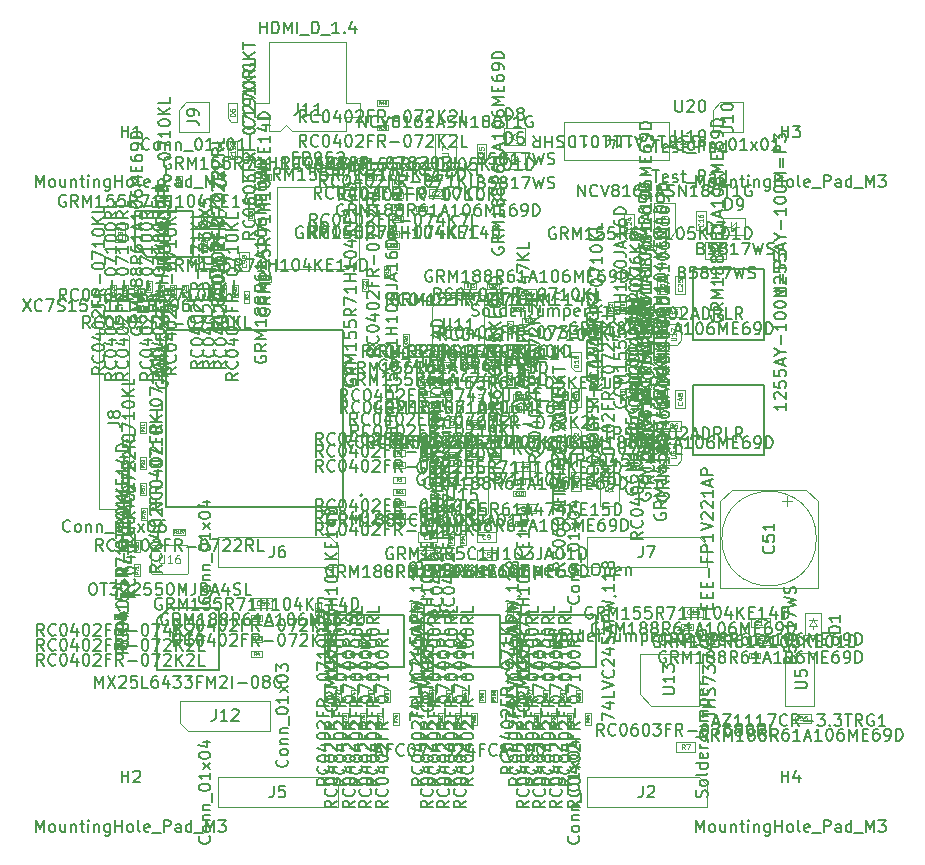
<source format=gbr>
%TF.GenerationSoftware,KiCad,Pcbnew,9.0.6*%
%TF.CreationDate,2025-11-26T23:49:47+01:00*%
%TF.ProjectId,hd_64_v0,68645f36-345f-4763-902e-6b696361645f,0.2*%
%TF.SameCoordinates,PX4737720PY55fe290*%
%TF.FileFunction,AssemblyDrawing,Top*%
%FSLAX46Y46*%
G04 Gerber Fmt 4.6, Leading zero omitted, Abs format (unit mm)*
G04 Created by KiCad (PCBNEW 9.0.6) date 2025-11-26 23:49:47*
%MOMM*%
%LPD*%
G01*
G04 APERTURE LIST*
%ADD10C,0.150000*%
%ADD11C,0.060000*%
%ADD12C,0.040000*%
%ADD13C,0.075000*%
%ADD14C,0.062500*%
%ADD15C,0.105000*%
%ADD16C,0.100000*%
%ADD17C,0.127000*%
%ADD18C,0.025400*%
%ADD19C,0.200000*%
G04 APERTURE END LIST*
D10*
X3856438Y41846191D02*
X3808819Y41750953D01*
X3808819Y41750953D02*
X3808819Y41608096D01*
X3808819Y41608096D02*
X3856438Y41465239D01*
X3856438Y41465239D02*
X3951676Y41370001D01*
X3951676Y41370001D02*
X4046914Y41322382D01*
X4046914Y41322382D02*
X4237390Y41274763D01*
X4237390Y41274763D02*
X4380247Y41274763D01*
X4380247Y41274763D02*
X4570723Y41322382D01*
X4570723Y41322382D02*
X4665961Y41370001D01*
X4665961Y41370001D02*
X4761200Y41465239D01*
X4761200Y41465239D02*
X4808819Y41608096D01*
X4808819Y41608096D02*
X4808819Y41703334D01*
X4808819Y41703334D02*
X4761200Y41846191D01*
X4761200Y41846191D02*
X4713580Y41893810D01*
X4713580Y41893810D02*
X4380247Y41893810D01*
X4380247Y41893810D02*
X4380247Y41703334D01*
X4808819Y42893810D02*
X4332628Y42560477D01*
X4808819Y42322382D02*
X3808819Y42322382D01*
X3808819Y42322382D02*
X3808819Y42703334D01*
X3808819Y42703334D02*
X3856438Y42798572D01*
X3856438Y42798572D02*
X3904057Y42846191D01*
X3904057Y42846191D02*
X3999295Y42893810D01*
X3999295Y42893810D02*
X4142152Y42893810D01*
X4142152Y42893810D02*
X4237390Y42846191D01*
X4237390Y42846191D02*
X4285009Y42798572D01*
X4285009Y42798572D02*
X4332628Y42703334D01*
X4332628Y42703334D02*
X4332628Y42322382D01*
X4808819Y43322382D02*
X3808819Y43322382D01*
X3808819Y43322382D02*
X4523104Y43655715D01*
X4523104Y43655715D02*
X3808819Y43989048D01*
X3808819Y43989048D02*
X4808819Y43989048D01*
X4808819Y44989048D02*
X4808819Y44417620D01*
X4808819Y44703334D02*
X3808819Y44703334D01*
X3808819Y44703334D02*
X3951676Y44608096D01*
X3951676Y44608096D02*
X4046914Y44512858D01*
X4046914Y44512858D02*
X4094533Y44417620D01*
X4237390Y45560477D02*
X4189771Y45465239D01*
X4189771Y45465239D02*
X4142152Y45417620D01*
X4142152Y45417620D02*
X4046914Y45370001D01*
X4046914Y45370001D02*
X3999295Y45370001D01*
X3999295Y45370001D02*
X3904057Y45417620D01*
X3904057Y45417620D02*
X3856438Y45465239D01*
X3856438Y45465239D02*
X3808819Y45560477D01*
X3808819Y45560477D02*
X3808819Y45750953D01*
X3808819Y45750953D02*
X3856438Y45846191D01*
X3856438Y45846191D02*
X3904057Y45893810D01*
X3904057Y45893810D02*
X3999295Y45941429D01*
X3999295Y45941429D02*
X4046914Y45941429D01*
X4046914Y45941429D02*
X4142152Y45893810D01*
X4142152Y45893810D02*
X4189771Y45846191D01*
X4189771Y45846191D02*
X4237390Y45750953D01*
X4237390Y45750953D02*
X4237390Y45560477D01*
X4237390Y45560477D02*
X4285009Y45465239D01*
X4285009Y45465239D02*
X4332628Y45417620D01*
X4332628Y45417620D02*
X4427866Y45370001D01*
X4427866Y45370001D02*
X4618342Y45370001D01*
X4618342Y45370001D02*
X4713580Y45417620D01*
X4713580Y45417620D02*
X4761200Y45465239D01*
X4761200Y45465239D02*
X4808819Y45560477D01*
X4808819Y45560477D02*
X4808819Y45750953D01*
X4808819Y45750953D02*
X4761200Y45846191D01*
X4761200Y45846191D02*
X4713580Y45893810D01*
X4713580Y45893810D02*
X4618342Y45941429D01*
X4618342Y45941429D02*
X4427866Y45941429D01*
X4427866Y45941429D02*
X4332628Y45893810D01*
X4332628Y45893810D02*
X4285009Y45846191D01*
X4285009Y45846191D02*
X4237390Y45750953D01*
X4237390Y46512858D02*
X4189771Y46417620D01*
X4189771Y46417620D02*
X4142152Y46370001D01*
X4142152Y46370001D02*
X4046914Y46322382D01*
X4046914Y46322382D02*
X3999295Y46322382D01*
X3999295Y46322382D02*
X3904057Y46370001D01*
X3904057Y46370001D02*
X3856438Y46417620D01*
X3856438Y46417620D02*
X3808819Y46512858D01*
X3808819Y46512858D02*
X3808819Y46703334D01*
X3808819Y46703334D02*
X3856438Y46798572D01*
X3856438Y46798572D02*
X3904057Y46846191D01*
X3904057Y46846191D02*
X3999295Y46893810D01*
X3999295Y46893810D02*
X4046914Y46893810D01*
X4046914Y46893810D02*
X4142152Y46846191D01*
X4142152Y46846191D02*
X4189771Y46798572D01*
X4189771Y46798572D02*
X4237390Y46703334D01*
X4237390Y46703334D02*
X4237390Y46512858D01*
X4237390Y46512858D02*
X4285009Y46417620D01*
X4285009Y46417620D02*
X4332628Y46370001D01*
X4332628Y46370001D02*
X4427866Y46322382D01*
X4427866Y46322382D02*
X4618342Y46322382D01*
X4618342Y46322382D02*
X4713580Y46370001D01*
X4713580Y46370001D02*
X4761200Y46417620D01*
X4761200Y46417620D02*
X4808819Y46512858D01*
X4808819Y46512858D02*
X4808819Y46703334D01*
X4808819Y46703334D02*
X4761200Y46798572D01*
X4761200Y46798572D02*
X4713580Y46846191D01*
X4713580Y46846191D02*
X4618342Y46893810D01*
X4618342Y46893810D02*
X4427866Y46893810D01*
X4427866Y46893810D02*
X4332628Y46846191D01*
X4332628Y46846191D02*
X4285009Y46798572D01*
X4285009Y46798572D02*
X4237390Y46703334D01*
X4808819Y47893810D02*
X4332628Y47560477D01*
X4808819Y47322382D02*
X3808819Y47322382D01*
X3808819Y47322382D02*
X3808819Y47703334D01*
X3808819Y47703334D02*
X3856438Y47798572D01*
X3856438Y47798572D02*
X3904057Y47846191D01*
X3904057Y47846191D02*
X3999295Y47893810D01*
X3999295Y47893810D02*
X4142152Y47893810D01*
X4142152Y47893810D02*
X4237390Y47846191D01*
X4237390Y47846191D02*
X4285009Y47798572D01*
X4285009Y47798572D02*
X4332628Y47703334D01*
X4332628Y47703334D02*
X4332628Y47322382D01*
X3808819Y48750953D02*
X3808819Y48560477D01*
X3808819Y48560477D02*
X3856438Y48465239D01*
X3856438Y48465239D02*
X3904057Y48417620D01*
X3904057Y48417620D02*
X4046914Y48322382D01*
X4046914Y48322382D02*
X4237390Y48274763D01*
X4237390Y48274763D02*
X4618342Y48274763D01*
X4618342Y48274763D02*
X4713580Y48322382D01*
X4713580Y48322382D02*
X4761200Y48370001D01*
X4761200Y48370001D02*
X4808819Y48465239D01*
X4808819Y48465239D02*
X4808819Y48655715D01*
X4808819Y48655715D02*
X4761200Y48750953D01*
X4761200Y48750953D02*
X4713580Y48798572D01*
X4713580Y48798572D02*
X4618342Y48846191D01*
X4618342Y48846191D02*
X4380247Y48846191D01*
X4380247Y48846191D02*
X4285009Y48798572D01*
X4285009Y48798572D02*
X4237390Y48750953D01*
X4237390Y48750953D02*
X4189771Y48655715D01*
X4189771Y48655715D02*
X4189771Y48465239D01*
X4189771Y48465239D02*
X4237390Y48370001D01*
X4237390Y48370001D02*
X4285009Y48322382D01*
X4285009Y48322382D02*
X4380247Y48274763D01*
X4808819Y49798572D02*
X4808819Y49227144D01*
X4808819Y49512858D02*
X3808819Y49512858D01*
X3808819Y49512858D02*
X3951676Y49417620D01*
X3951676Y49417620D02*
X4046914Y49322382D01*
X4046914Y49322382D02*
X4094533Y49227144D01*
X4523104Y50179525D02*
X4523104Y50655715D01*
X4808819Y50084287D02*
X3808819Y50417620D01*
X3808819Y50417620D02*
X4808819Y50750953D01*
X4808819Y51608096D02*
X4808819Y51036668D01*
X4808819Y51322382D02*
X3808819Y51322382D01*
X3808819Y51322382D02*
X3951676Y51227144D01*
X3951676Y51227144D02*
X4046914Y51131906D01*
X4046914Y51131906D02*
X4094533Y51036668D01*
X3808819Y52227144D02*
X3808819Y52322382D01*
X3808819Y52322382D02*
X3856438Y52417620D01*
X3856438Y52417620D02*
X3904057Y52465239D01*
X3904057Y52465239D02*
X3999295Y52512858D01*
X3999295Y52512858D02*
X4189771Y52560477D01*
X4189771Y52560477D02*
X4427866Y52560477D01*
X4427866Y52560477D02*
X4618342Y52512858D01*
X4618342Y52512858D02*
X4713580Y52465239D01*
X4713580Y52465239D02*
X4761200Y52417620D01*
X4761200Y52417620D02*
X4808819Y52322382D01*
X4808819Y52322382D02*
X4808819Y52227144D01*
X4808819Y52227144D02*
X4761200Y52131906D01*
X4761200Y52131906D02*
X4713580Y52084287D01*
X4713580Y52084287D02*
X4618342Y52036668D01*
X4618342Y52036668D02*
X4427866Y51989049D01*
X4427866Y51989049D02*
X4189771Y51989049D01*
X4189771Y51989049D02*
X3999295Y52036668D01*
X3999295Y52036668D02*
X3904057Y52084287D01*
X3904057Y52084287D02*
X3856438Y52131906D01*
X3856438Y52131906D02*
X3808819Y52227144D01*
X3808819Y53417620D02*
X3808819Y53227144D01*
X3808819Y53227144D02*
X3856438Y53131906D01*
X3856438Y53131906D02*
X3904057Y53084287D01*
X3904057Y53084287D02*
X4046914Y52989049D01*
X4046914Y52989049D02*
X4237390Y52941430D01*
X4237390Y52941430D02*
X4618342Y52941430D01*
X4618342Y52941430D02*
X4713580Y52989049D01*
X4713580Y52989049D02*
X4761200Y53036668D01*
X4761200Y53036668D02*
X4808819Y53131906D01*
X4808819Y53131906D02*
X4808819Y53322382D01*
X4808819Y53322382D02*
X4761200Y53417620D01*
X4761200Y53417620D02*
X4713580Y53465239D01*
X4713580Y53465239D02*
X4618342Y53512858D01*
X4618342Y53512858D02*
X4380247Y53512858D01*
X4380247Y53512858D02*
X4285009Y53465239D01*
X4285009Y53465239D02*
X4237390Y53417620D01*
X4237390Y53417620D02*
X4189771Y53322382D01*
X4189771Y53322382D02*
X4189771Y53131906D01*
X4189771Y53131906D02*
X4237390Y53036668D01*
X4237390Y53036668D02*
X4285009Y52989049D01*
X4285009Y52989049D02*
X4380247Y52941430D01*
X4808819Y53941430D02*
X3808819Y53941430D01*
X3808819Y53941430D02*
X4523104Y54274763D01*
X4523104Y54274763D02*
X3808819Y54608096D01*
X3808819Y54608096D02*
X4808819Y54608096D01*
X4285009Y55084287D02*
X4285009Y55417620D01*
X4808819Y55560477D02*
X4808819Y55084287D01*
X4808819Y55084287D02*
X3808819Y55084287D01*
X3808819Y55084287D02*
X3808819Y55560477D01*
X3808819Y56417620D02*
X3808819Y56227144D01*
X3808819Y56227144D02*
X3856438Y56131906D01*
X3856438Y56131906D02*
X3904057Y56084287D01*
X3904057Y56084287D02*
X4046914Y55989049D01*
X4046914Y55989049D02*
X4237390Y55941430D01*
X4237390Y55941430D02*
X4618342Y55941430D01*
X4618342Y55941430D02*
X4713580Y55989049D01*
X4713580Y55989049D02*
X4761200Y56036668D01*
X4761200Y56036668D02*
X4808819Y56131906D01*
X4808819Y56131906D02*
X4808819Y56322382D01*
X4808819Y56322382D02*
X4761200Y56417620D01*
X4761200Y56417620D02*
X4713580Y56465239D01*
X4713580Y56465239D02*
X4618342Y56512858D01*
X4618342Y56512858D02*
X4380247Y56512858D01*
X4380247Y56512858D02*
X4285009Y56465239D01*
X4285009Y56465239D02*
X4237390Y56417620D01*
X4237390Y56417620D02*
X4189771Y56322382D01*
X4189771Y56322382D02*
X4189771Y56131906D01*
X4189771Y56131906D02*
X4237390Y56036668D01*
X4237390Y56036668D02*
X4285009Y55989049D01*
X4285009Y55989049D02*
X4380247Y55941430D01*
X4808819Y56989049D02*
X4808819Y57179525D01*
X4808819Y57179525D02*
X4761200Y57274763D01*
X4761200Y57274763D02*
X4713580Y57322382D01*
X4713580Y57322382D02*
X4570723Y57417620D01*
X4570723Y57417620D02*
X4380247Y57465239D01*
X4380247Y57465239D02*
X3999295Y57465239D01*
X3999295Y57465239D02*
X3904057Y57417620D01*
X3904057Y57417620D02*
X3856438Y57370001D01*
X3856438Y57370001D02*
X3808819Y57274763D01*
X3808819Y57274763D02*
X3808819Y57084287D01*
X3808819Y57084287D02*
X3856438Y56989049D01*
X3856438Y56989049D02*
X3904057Y56941430D01*
X3904057Y56941430D02*
X3999295Y56893811D01*
X3999295Y56893811D02*
X4237390Y56893811D01*
X4237390Y56893811D02*
X4332628Y56941430D01*
X4332628Y56941430D02*
X4380247Y56989049D01*
X4380247Y56989049D02*
X4427866Y57084287D01*
X4427866Y57084287D02*
X4427866Y57274763D01*
X4427866Y57274763D02*
X4380247Y57370001D01*
X4380247Y57370001D02*
X4332628Y57417620D01*
X4332628Y57417620D02*
X4237390Y57465239D01*
X4808819Y57893811D02*
X3808819Y57893811D01*
X3808819Y57893811D02*
X3808819Y58131906D01*
X3808819Y58131906D02*
X3856438Y58274763D01*
X3856438Y58274763D02*
X3951676Y58370001D01*
X3951676Y58370001D02*
X4046914Y58417620D01*
X4046914Y58417620D02*
X4237390Y58465239D01*
X4237390Y58465239D02*
X4380247Y58465239D01*
X4380247Y58465239D02*
X4570723Y58417620D01*
X4570723Y58417620D02*
X4665961Y58370001D01*
X4665961Y58370001D02*
X4761200Y58274763D01*
X4761200Y58274763D02*
X4808819Y58131906D01*
X4808819Y58131906D02*
X4808819Y57893811D01*
D11*
X3067832Y49612858D02*
X3086880Y49593810D01*
X3086880Y49593810D02*
X3105927Y49536668D01*
X3105927Y49536668D02*
X3105927Y49498572D01*
X3105927Y49498572D02*
X3086880Y49441429D01*
X3086880Y49441429D02*
X3048784Y49403334D01*
X3048784Y49403334D02*
X3010689Y49384287D01*
X3010689Y49384287D02*
X2934499Y49365239D01*
X2934499Y49365239D02*
X2877356Y49365239D01*
X2877356Y49365239D02*
X2801165Y49384287D01*
X2801165Y49384287D02*
X2763070Y49403334D01*
X2763070Y49403334D02*
X2724975Y49441429D01*
X2724975Y49441429D02*
X2705927Y49498572D01*
X2705927Y49498572D02*
X2705927Y49536668D01*
X2705927Y49536668D02*
X2724975Y49593810D01*
X2724975Y49593810D02*
X2744022Y49612858D01*
X3105927Y49803334D02*
X3105927Y49879525D01*
X3105927Y49879525D02*
X3086880Y49917620D01*
X3086880Y49917620D02*
X3067832Y49936668D01*
X3067832Y49936668D02*
X3010689Y49974763D01*
X3010689Y49974763D02*
X2934499Y49993810D01*
X2934499Y49993810D02*
X2782118Y49993810D01*
X2782118Y49993810D02*
X2744022Y49974763D01*
X2744022Y49974763D02*
X2724975Y49955715D01*
X2724975Y49955715D02*
X2705927Y49917620D01*
X2705927Y49917620D02*
X2705927Y49841429D01*
X2705927Y49841429D02*
X2724975Y49803334D01*
X2724975Y49803334D02*
X2744022Y49784287D01*
X2744022Y49784287D02*
X2782118Y49765239D01*
X2782118Y49765239D02*
X2877356Y49765239D01*
X2877356Y49765239D02*
X2915451Y49784287D01*
X2915451Y49784287D02*
X2934499Y49803334D01*
X2934499Y49803334D02*
X2953546Y49841429D01*
X2953546Y49841429D02*
X2953546Y49917620D01*
X2953546Y49917620D02*
X2934499Y49955715D01*
X2934499Y49955715D02*
X2915451Y49974763D01*
X2915451Y49974763D02*
X2877356Y49993810D01*
X2705927Y50127143D02*
X2705927Y50393810D01*
X2705927Y50393810D02*
X3105927Y50222381D01*
D10*
X38513319Y31068619D02*
X38037128Y30735286D01*
X38513319Y30497191D02*
X37513319Y30497191D01*
X37513319Y30497191D02*
X37513319Y30878143D01*
X37513319Y30878143D02*
X37560938Y30973381D01*
X37560938Y30973381D02*
X37608557Y31021000D01*
X37608557Y31021000D02*
X37703795Y31068619D01*
X37703795Y31068619D02*
X37846652Y31068619D01*
X37846652Y31068619D02*
X37941890Y31021000D01*
X37941890Y31021000D02*
X37989509Y30973381D01*
X37989509Y30973381D02*
X38037128Y30878143D01*
X38037128Y30878143D02*
X38037128Y30497191D01*
X38418080Y32068619D02*
X38465700Y32021000D01*
X38465700Y32021000D02*
X38513319Y31878143D01*
X38513319Y31878143D02*
X38513319Y31782905D01*
X38513319Y31782905D02*
X38465700Y31640048D01*
X38465700Y31640048D02*
X38370461Y31544810D01*
X38370461Y31544810D02*
X38275223Y31497191D01*
X38275223Y31497191D02*
X38084747Y31449572D01*
X38084747Y31449572D02*
X37941890Y31449572D01*
X37941890Y31449572D02*
X37751414Y31497191D01*
X37751414Y31497191D02*
X37656176Y31544810D01*
X37656176Y31544810D02*
X37560938Y31640048D01*
X37560938Y31640048D02*
X37513319Y31782905D01*
X37513319Y31782905D02*
X37513319Y31878143D01*
X37513319Y31878143D02*
X37560938Y32021000D01*
X37560938Y32021000D02*
X37608557Y32068619D01*
X37513319Y32687667D02*
X37513319Y32782905D01*
X37513319Y32782905D02*
X37560938Y32878143D01*
X37560938Y32878143D02*
X37608557Y32925762D01*
X37608557Y32925762D02*
X37703795Y32973381D01*
X37703795Y32973381D02*
X37894271Y33021000D01*
X37894271Y33021000D02*
X38132366Y33021000D01*
X38132366Y33021000D02*
X38322842Y32973381D01*
X38322842Y32973381D02*
X38418080Y32925762D01*
X38418080Y32925762D02*
X38465700Y32878143D01*
X38465700Y32878143D02*
X38513319Y32782905D01*
X38513319Y32782905D02*
X38513319Y32687667D01*
X38513319Y32687667D02*
X38465700Y32592429D01*
X38465700Y32592429D02*
X38418080Y32544810D01*
X38418080Y32544810D02*
X38322842Y32497191D01*
X38322842Y32497191D02*
X38132366Y32449572D01*
X38132366Y32449572D02*
X37894271Y32449572D01*
X37894271Y32449572D02*
X37703795Y32497191D01*
X37703795Y32497191D02*
X37608557Y32544810D01*
X37608557Y32544810D02*
X37560938Y32592429D01*
X37560938Y32592429D02*
X37513319Y32687667D01*
X37846652Y33878143D02*
X38513319Y33878143D01*
X37465700Y33640048D02*
X38179985Y33401953D01*
X38179985Y33401953D02*
X38179985Y34021000D01*
X37513319Y34592429D02*
X37513319Y34687667D01*
X37513319Y34687667D02*
X37560938Y34782905D01*
X37560938Y34782905D02*
X37608557Y34830524D01*
X37608557Y34830524D02*
X37703795Y34878143D01*
X37703795Y34878143D02*
X37894271Y34925762D01*
X37894271Y34925762D02*
X38132366Y34925762D01*
X38132366Y34925762D02*
X38322842Y34878143D01*
X38322842Y34878143D02*
X38418080Y34830524D01*
X38418080Y34830524D02*
X38465700Y34782905D01*
X38465700Y34782905D02*
X38513319Y34687667D01*
X38513319Y34687667D02*
X38513319Y34592429D01*
X38513319Y34592429D02*
X38465700Y34497191D01*
X38465700Y34497191D02*
X38418080Y34449572D01*
X38418080Y34449572D02*
X38322842Y34401953D01*
X38322842Y34401953D02*
X38132366Y34354334D01*
X38132366Y34354334D02*
X37894271Y34354334D01*
X37894271Y34354334D02*
X37703795Y34401953D01*
X37703795Y34401953D02*
X37608557Y34449572D01*
X37608557Y34449572D02*
X37560938Y34497191D01*
X37560938Y34497191D02*
X37513319Y34592429D01*
X37608557Y35306715D02*
X37560938Y35354334D01*
X37560938Y35354334D02*
X37513319Y35449572D01*
X37513319Y35449572D02*
X37513319Y35687667D01*
X37513319Y35687667D02*
X37560938Y35782905D01*
X37560938Y35782905D02*
X37608557Y35830524D01*
X37608557Y35830524D02*
X37703795Y35878143D01*
X37703795Y35878143D02*
X37799033Y35878143D01*
X37799033Y35878143D02*
X37941890Y35830524D01*
X37941890Y35830524D02*
X38513319Y35259096D01*
X38513319Y35259096D02*
X38513319Y35878143D01*
X37989509Y36640048D02*
X37989509Y36306715D01*
X38513319Y36306715D02*
X37513319Y36306715D01*
X37513319Y36306715D02*
X37513319Y36782905D01*
X38513319Y37735286D02*
X38037128Y37401953D01*
X38513319Y37163858D02*
X37513319Y37163858D01*
X37513319Y37163858D02*
X37513319Y37544810D01*
X37513319Y37544810D02*
X37560938Y37640048D01*
X37560938Y37640048D02*
X37608557Y37687667D01*
X37608557Y37687667D02*
X37703795Y37735286D01*
X37703795Y37735286D02*
X37846652Y37735286D01*
X37846652Y37735286D02*
X37941890Y37687667D01*
X37941890Y37687667D02*
X37989509Y37640048D01*
X37989509Y37640048D02*
X38037128Y37544810D01*
X38037128Y37544810D02*
X38037128Y37163858D01*
X38132366Y38163858D02*
X38132366Y38925762D01*
X37513319Y39592429D02*
X37513319Y39687667D01*
X37513319Y39687667D02*
X37560938Y39782905D01*
X37560938Y39782905D02*
X37608557Y39830524D01*
X37608557Y39830524D02*
X37703795Y39878143D01*
X37703795Y39878143D02*
X37894271Y39925762D01*
X37894271Y39925762D02*
X38132366Y39925762D01*
X38132366Y39925762D02*
X38322842Y39878143D01*
X38322842Y39878143D02*
X38418080Y39830524D01*
X38418080Y39830524D02*
X38465700Y39782905D01*
X38465700Y39782905D02*
X38513319Y39687667D01*
X38513319Y39687667D02*
X38513319Y39592429D01*
X38513319Y39592429D02*
X38465700Y39497191D01*
X38465700Y39497191D02*
X38418080Y39449572D01*
X38418080Y39449572D02*
X38322842Y39401953D01*
X38322842Y39401953D02*
X38132366Y39354334D01*
X38132366Y39354334D02*
X37894271Y39354334D01*
X37894271Y39354334D02*
X37703795Y39401953D01*
X37703795Y39401953D02*
X37608557Y39449572D01*
X37608557Y39449572D02*
X37560938Y39497191D01*
X37560938Y39497191D02*
X37513319Y39592429D01*
X37513319Y40259096D02*
X37513319Y40925762D01*
X37513319Y40925762D02*
X38513319Y40497191D01*
X37608557Y41259096D02*
X37560938Y41306715D01*
X37560938Y41306715D02*
X37513319Y41401953D01*
X37513319Y41401953D02*
X37513319Y41640048D01*
X37513319Y41640048D02*
X37560938Y41735286D01*
X37560938Y41735286D02*
X37608557Y41782905D01*
X37608557Y41782905D02*
X37703795Y41830524D01*
X37703795Y41830524D02*
X37799033Y41830524D01*
X37799033Y41830524D02*
X37941890Y41782905D01*
X37941890Y41782905D02*
X38513319Y41211477D01*
X38513319Y41211477D02*
X38513319Y41830524D01*
X38513319Y42259096D02*
X37513319Y42259096D01*
X38513319Y42830524D02*
X37941890Y42401953D01*
X37513319Y42830524D02*
X38084747Y42259096D01*
X37608557Y43211477D02*
X37560938Y43259096D01*
X37560938Y43259096D02*
X37513319Y43354334D01*
X37513319Y43354334D02*
X37513319Y43592429D01*
X37513319Y43592429D02*
X37560938Y43687667D01*
X37560938Y43687667D02*
X37608557Y43735286D01*
X37608557Y43735286D02*
X37703795Y43782905D01*
X37703795Y43782905D02*
X37799033Y43782905D01*
X37799033Y43782905D02*
X37941890Y43735286D01*
X37941890Y43735286D02*
X38513319Y43163858D01*
X38513319Y43163858D02*
X38513319Y43782905D01*
X38513319Y44687667D02*
X38513319Y44211477D01*
X38513319Y44211477D02*
X37513319Y44211477D01*
D12*
X37002074Y37360286D02*
X36883027Y37276953D01*
X37002074Y37217429D02*
X36752074Y37217429D01*
X36752074Y37217429D02*
X36752074Y37312667D01*
X36752074Y37312667D02*
X36763979Y37336477D01*
X36763979Y37336477D02*
X36775884Y37348382D01*
X36775884Y37348382D02*
X36799693Y37360286D01*
X36799693Y37360286D02*
X36835408Y37360286D01*
X36835408Y37360286D02*
X36859217Y37348382D01*
X36859217Y37348382D02*
X36871122Y37336477D01*
X36871122Y37336477D02*
X36883027Y37312667D01*
X36883027Y37312667D02*
X36883027Y37217429D01*
X36752074Y37586477D02*
X36752074Y37467429D01*
X36752074Y37467429D02*
X36871122Y37455525D01*
X36871122Y37455525D02*
X36859217Y37467429D01*
X36859217Y37467429D02*
X36847312Y37491239D01*
X36847312Y37491239D02*
X36847312Y37550763D01*
X36847312Y37550763D02*
X36859217Y37574572D01*
X36859217Y37574572D02*
X36871122Y37586477D01*
X36871122Y37586477D02*
X36894931Y37598382D01*
X36894931Y37598382D02*
X36954455Y37598382D01*
X36954455Y37598382D02*
X36978265Y37586477D01*
X36978265Y37586477D02*
X36990170Y37574572D01*
X36990170Y37574572D02*
X37002074Y37550763D01*
X37002074Y37550763D02*
X37002074Y37491239D01*
X37002074Y37491239D02*
X36990170Y37467429D01*
X36990170Y37467429D02*
X36978265Y37455525D01*
X37002074Y37836477D02*
X37002074Y37693620D01*
X37002074Y37765048D02*
X36752074Y37765048D01*
X36752074Y37765048D02*
X36787789Y37741239D01*
X36787789Y37741239D02*
X36811598Y37717429D01*
X36811598Y37717429D02*
X36823503Y37693620D01*
D10*
X32812819Y3716429D02*
X32336628Y3383096D01*
X32812819Y3145001D02*
X31812819Y3145001D01*
X31812819Y3145001D02*
X31812819Y3525953D01*
X31812819Y3525953D02*
X31860438Y3621191D01*
X31860438Y3621191D02*
X31908057Y3668810D01*
X31908057Y3668810D02*
X32003295Y3716429D01*
X32003295Y3716429D02*
X32146152Y3716429D01*
X32146152Y3716429D02*
X32241390Y3668810D01*
X32241390Y3668810D02*
X32289009Y3621191D01*
X32289009Y3621191D02*
X32336628Y3525953D01*
X32336628Y3525953D02*
X32336628Y3145001D01*
X32717580Y4716429D02*
X32765200Y4668810D01*
X32765200Y4668810D02*
X32812819Y4525953D01*
X32812819Y4525953D02*
X32812819Y4430715D01*
X32812819Y4430715D02*
X32765200Y4287858D01*
X32765200Y4287858D02*
X32669961Y4192620D01*
X32669961Y4192620D02*
X32574723Y4145001D01*
X32574723Y4145001D02*
X32384247Y4097382D01*
X32384247Y4097382D02*
X32241390Y4097382D01*
X32241390Y4097382D02*
X32050914Y4145001D01*
X32050914Y4145001D02*
X31955676Y4192620D01*
X31955676Y4192620D02*
X31860438Y4287858D01*
X31860438Y4287858D02*
X31812819Y4430715D01*
X31812819Y4430715D02*
X31812819Y4525953D01*
X31812819Y4525953D02*
X31860438Y4668810D01*
X31860438Y4668810D02*
X31908057Y4716429D01*
X31812819Y5335477D02*
X31812819Y5430715D01*
X31812819Y5430715D02*
X31860438Y5525953D01*
X31860438Y5525953D02*
X31908057Y5573572D01*
X31908057Y5573572D02*
X32003295Y5621191D01*
X32003295Y5621191D02*
X32193771Y5668810D01*
X32193771Y5668810D02*
X32431866Y5668810D01*
X32431866Y5668810D02*
X32622342Y5621191D01*
X32622342Y5621191D02*
X32717580Y5573572D01*
X32717580Y5573572D02*
X32765200Y5525953D01*
X32765200Y5525953D02*
X32812819Y5430715D01*
X32812819Y5430715D02*
X32812819Y5335477D01*
X32812819Y5335477D02*
X32765200Y5240239D01*
X32765200Y5240239D02*
X32717580Y5192620D01*
X32717580Y5192620D02*
X32622342Y5145001D01*
X32622342Y5145001D02*
X32431866Y5097382D01*
X32431866Y5097382D02*
X32193771Y5097382D01*
X32193771Y5097382D02*
X32003295Y5145001D01*
X32003295Y5145001D02*
X31908057Y5192620D01*
X31908057Y5192620D02*
X31860438Y5240239D01*
X31860438Y5240239D02*
X31812819Y5335477D01*
X32146152Y6525953D02*
X32812819Y6525953D01*
X31765200Y6287858D02*
X32479485Y6049763D01*
X32479485Y6049763D02*
X32479485Y6668810D01*
X31812819Y7240239D02*
X31812819Y7335477D01*
X31812819Y7335477D02*
X31860438Y7430715D01*
X31860438Y7430715D02*
X31908057Y7478334D01*
X31908057Y7478334D02*
X32003295Y7525953D01*
X32003295Y7525953D02*
X32193771Y7573572D01*
X32193771Y7573572D02*
X32431866Y7573572D01*
X32431866Y7573572D02*
X32622342Y7525953D01*
X32622342Y7525953D02*
X32717580Y7478334D01*
X32717580Y7478334D02*
X32765200Y7430715D01*
X32765200Y7430715D02*
X32812819Y7335477D01*
X32812819Y7335477D02*
X32812819Y7240239D01*
X32812819Y7240239D02*
X32765200Y7145001D01*
X32765200Y7145001D02*
X32717580Y7097382D01*
X32717580Y7097382D02*
X32622342Y7049763D01*
X32622342Y7049763D02*
X32431866Y7002144D01*
X32431866Y7002144D02*
X32193771Y7002144D01*
X32193771Y7002144D02*
X32003295Y7049763D01*
X32003295Y7049763D02*
X31908057Y7097382D01*
X31908057Y7097382D02*
X31860438Y7145001D01*
X31860438Y7145001D02*
X31812819Y7240239D01*
X31908057Y7954525D02*
X31860438Y8002144D01*
X31860438Y8002144D02*
X31812819Y8097382D01*
X31812819Y8097382D02*
X31812819Y8335477D01*
X31812819Y8335477D02*
X31860438Y8430715D01*
X31860438Y8430715D02*
X31908057Y8478334D01*
X31908057Y8478334D02*
X32003295Y8525953D01*
X32003295Y8525953D02*
X32098533Y8525953D01*
X32098533Y8525953D02*
X32241390Y8478334D01*
X32241390Y8478334D02*
X32812819Y7906906D01*
X32812819Y7906906D02*
X32812819Y8525953D01*
X32289009Y9287858D02*
X32289009Y8954525D01*
X32812819Y8954525D02*
X31812819Y8954525D01*
X31812819Y8954525D02*
X31812819Y9430715D01*
X32812819Y10383096D02*
X32336628Y10049763D01*
X32812819Y9811668D02*
X31812819Y9811668D01*
X31812819Y9811668D02*
X31812819Y10192620D01*
X31812819Y10192620D02*
X31860438Y10287858D01*
X31860438Y10287858D02*
X31908057Y10335477D01*
X31908057Y10335477D02*
X32003295Y10383096D01*
X32003295Y10383096D02*
X32146152Y10383096D01*
X32146152Y10383096D02*
X32241390Y10335477D01*
X32241390Y10335477D02*
X32289009Y10287858D01*
X32289009Y10287858D02*
X32336628Y10192620D01*
X32336628Y10192620D02*
X32336628Y9811668D01*
X32431866Y10811668D02*
X32431866Y11573572D01*
X31812819Y12240239D02*
X31812819Y12335477D01*
X31812819Y12335477D02*
X31860438Y12430715D01*
X31860438Y12430715D02*
X31908057Y12478334D01*
X31908057Y12478334D02*
X32003295Y12525953D01*
X32003295Y12525953D02*
X32193771Y12573572D01*
X32193771Y12573572D02*
X32431866Y12573572D01*
X32431866Y12573572D02*
X32622342Y12525953D01*
X32622342Y12525953D02*
X32717580Y12478334D01*
X32717580Y12478334D02*
X32765200Y12430715D01*
X32765200Y12430715D02*
X32812819Y12335477D01*
X32812819Y12335477D02*
X32812819Y12240239D01*
X32812819Y12240239D02*
X32765200Y12145001D01*
X32765200Y12145001D02*
X32717580Y12097382D01*
X32717580Y12097382D02*
X32622342Y12049763D01*
X32622342Y12049763D02*
X32431866Y12002144D01*
X32431866Y12002144D02*
X32193771Y12002144D01*
X32193771Y12002144D02*
X32003295Y12049763D01*
X32003295Y12049763D02*
X31908057Y12097382D01*
X31908057Y12097382D02*
X31860438Y12145001D01*
X31860438Y12145001D02*
X31812819Y12240239D01*
X31812819Y12906906D02*
X31812819Y13573572D01*
X31812819Y13573572D02*
X32812819Y13145001D01*
X32812819Y14478334D02*
X32812819Y13906906D01*
X32812819Y14192620D02*
X31812819Y14192620D01*
X31812819Y14192620D02*
X31955676Y14097382D01*
X31955676Y14097382D02*
X32050914Y14002144D01*
X32050914Y14002144D02*
X32098533Y13906906D01*
X31812819Y15097382D02*
X31812819Y15192620D01*
X31812819Y15192620D02*
X31860438Y15287858D01*
X31860438Y15287858D02*
X31908057Y15335477D01*
X31908057Y15335477D02*
X32003295Y15383096D01*
X32003295Y15383096D02*
X32193771Y15430715D01*
X32193771Y15430715D02*
X32431866Y15430715D01*
X32431866Y15430715D02*
X32622342Y15383096D01*
X32622342Y15383096D02*
X32717580Y15335477D01*
X32717580Y15335477D02*
X32765200Y15287858D01*
X32765200Y15287858D02*
X32812819Y15192620D01*
X32812819Y15192620D02*
X32812819Y15097382D01*
X32812819Y15097382D02*
X32765200Y15002144D01*
X32765200Y15002144D02*
X32717580Y14954525D01*
X32717580Y14954525D02*
X32622342Y14906906D01*
X32622342Y14906906D02*
X32431866Y14859287D01*
X32431866Y14859287D02*
X32193771Y14859287D01*
X32193771Y14859287D02*
X32003295Y14906906D01*
X32003295Y14906906D02*
X31908057Y14954525D01*
X31908057Y14954525D02*
X31860438Y15002144D01*
X31860438Y15002144D02*
X31812819Y15097382D01*
X31812819Y16049763D02*
X31812819Y16145001D01*
X31812819Y16145001D02*
X31860438Y16240239D01*
X31860438Y16240239D02*
X31908057Y16287858D01*
X31908057Y16287858D02*
X32003295Y16335477D01*
X32003295Y16335477D02*
X32193771Y16383096D01*
X32193771Y16383096D02*
X32431866Y16383096D01*
X32431866Y16383096D02*
X32622342Y16335477D01*
X32622342Y16335477D02*
X32717580Y16287858D01*
X32717580Y16287858D02*
X32765200Y16240239D01*
X32765200Y16240239D02*
X32812819Y16145001D01*
X32812819Y16145001D02*
X32812819Y16049763D01*
X32812819Y16049763D02*
X32765200Y15954525D01*
X32765200Y15954525D02*
X32717580Y15906906D01*
X32717580Y15906906D02*
X32622342Y15859287D01*
X32622342Y15859287D02*
X32431866Y15811668D01*
X32431866Y15811668D02*
X32193771Y15811668D01*
X32193771Y15811668D02*
X32003295Y15859287D01*
X32003295Y15859287D02*
X31908057Y15906906D01*
X31908057Y15906906D02*
X31860438Y15954525D01*
X31860438Y15954525D02*
X31812819Y16049763D01*
X32812819Y17383096D02*
X32336628Y17049763D01*
X32812819Y16811668D02*
X31812819Y16811668D01*
X31812819Y16811668D02*
X31812819Y17192620D01*
X31812819Y17192620D02*
X31860438Y17287858D01*
X31860438Y17287858D02*
X31908057Y17335477D01*
X31908057Y17335477D02*
X32003295Y17383096D01*
X32003295Y17383096D02*
X32146152Y17383096D01*
X32146152Y17383096D02*
X32241390Y17335477D01*
X32241390Y17335477D02*
X32289009Y17287858D01*
X32289009Y17287858D02*
X32336628Y17192620D01*
X32336628Y17192620D02*
X32336628Y16811668D01*
X32812819Y18287858D02*
X32812819Y17811668D01*
X32812819Y17811668D02*
X31812819Y17811668D01*
D12*
X33641574Y10484286D02*
X33522527Y10400953D01*
X33641574Y10341429D02*
X33391574Y10341429D01*
X33391574Y10341429D02*
X33391574Y10436667D01*
X33391574Y10436667D02*
X33403479Y10460477D01*
X33403479Y10460477D02*
X33415384Y10472382D01*
X33415384Y10472382D02*
X33439193Y10484286D01*
X33439193Y10484286D02*
X33474908Y10484286D01*
X33474908Y10484286D02*
X33498717Y10472382D01*
X33498717Y10472382D02*
X33510622Y10460477D01*
X33510622Y10460477D02*
X33522527Y10436667D01*
X33522527Y10436667D02*
X33522527Y10341429D01*
X33498717Y10627144D02*
X33486812Y10603334D01*
X33486812Y10603334D02*
X33474908Y10591429D01*
X33474908Y10591429D02*
X33451098Y10579525D01*
X33451098Y10579525D02*
X33439193Y10579525D01*
X33439193Y10579525D02*
X33415384Y10591429D01*
X33415384Y10591429D02*
X33403479Y10603334D01*
X33403479Y10603334D02*
X33391574Y10627144D01*
X33391574Y10627144D02*
X33391574Y10674763D01*
X33391574Y10674763D02*
X33403479Y10698572D01*
X33403479Y10698572D02*
X33415384Y10710477D01*
X33415384Y10710477D02*
X33439193Y10722382D01*
X33439193Y10722382D02*
X33451098Y10722382D01*
X33451098Y10722382D02*
X33474908Y10710477D01*
X33474908Y10710477D02*
X33486812Y10698572D01*
X33486812Y10698572D02*
X33498717Y10674763D01*
X33498717Y10674763D02*
X33498717Y10627144D01*
X33498717Y10627144D02*
X33510622Y10603334D01*
X33510622Y10603334D02*
X33522527Y10591429D01*
X33522527Y10591429D02*
X33546336Y10579525D01*
X33546336Y10579525D02*
X33593955Y10579525D01*
X33593955Y10579525D02*
X33617765Y10591429D01*
X33617765Y10591429D02*
X33629670Y10603334D01*
X33629670Y10603334D02*
X33641574Y10627144D01*
X33641574Y10627144D02*
X33641574Y10674763D01*
X33641574Y10674763D02*
X33629670Y10698572D01*
X33629670Y10698572D02*
X33617765Y10710477D01*
X33617765Y10710477D02*
X33593955Y10722382D01*
X33593955Y10722382D02*
X33546336Y10722382D01*
X33546336Y10722382D02*
X33522527Y10710477D01*
X33522527Y10710477D02*
X33510622Y10698572D01*
X33510622Y10698572D02*
X33498717Y10674763D01*
X33391574Y10936667D02*
X33391574Y10889048D01*
X33391574Y10889048D02*
X33403479Y10865239D01*
X33403479Y10865239D02*
X33415384Y10853334D01*
X33415384Y10853334D02*
X33451098Y10829524D01*
X33451098Y10829524D02*
X33498717Y10817620D01*
X33498717Y10817620D02*
X33593955Y10817620D01*
X33593955Y10817620D02*
X33617765Y10829524D01*
X33617765Y10829524D02*
X33629670Y10841429D01*
X33629670Y10841429D02*
X33641574Y10865239D01*
X33641574Y10865239D02*
X33641574Y10912858D01*
X33641574Y10912858D02*
X33629670Y10936667D01*
X33629670Y10936667D02*
X33617765Y10948572D01*
X33617765Y10948572D02*
X33593955Y10960477D01*
X33593955Y10960477D02*
X33534431Y10960477D01*
X33534431Y10960477D02*
X33510622Y10948572D01*
X33510622Y10948572D02*
X33498717Y10936667D01*
X33498717Y10936667D02*
X33486812Y10912858D01*
X33486812Y10912858D02*
X33486812Y10865239D01*
X33486812Y10865239D02*
X33498717Y10841429D01*
X33498717Y10841429D02*
X33510622Y10829524D01*
X33510622Y10829524D02*
X33534431Y10817620D01*
D10*
X6450819Y21741619D02*
X5974628Y21408286D01*
X6450819Y21170191D02*
X5450819Y21170191D01*
X5450819Y21170191D02*
X5450819Y21551143D01*
X5450819Y21551143D02*
X5498438Y21646381D01*
X5498438Y21646381D02*
X5546057Y21694000D01*
X5546057Y21694000D02*
X5641295Y21741619D01*
X5641295Y21741619D02*
X5784152Y21741619D01*
X5784152Y21741619D02*
X5879390Y21694000D01*
X5879390Y21694000D02*
X5927009Y21646381D01*
X5927009Y21646381D02*
X5974628Y21551143D01*
X5974628Y21551143D02*
X5974628Y21170191D01*
X6355580Y22741619D02*
X6403200Y22694000D01*
X6403200Y22694000D02*
X6450819Y22551143D01*
X6450819Y22551143D02*
X6450819Y22455905D01*
X6450819Y22455905D02*
X6403200Y22313048D01*
X6403200Y22313048D02*
X6307961Y22217810D01*
X6307961Y22217810D02*
X6212723Y22170191D01*
X6212723Y22170191D02*
X6022247Y22122572D01*
X6022247Y22122572D02*
X5879390Y22122572D01*
X5879390Y22122572D02*
X5688914Y22170191D01*
X5688914Y22170191D02*
X5593676Y22217810D01*
X5593676Y22217810D02*
X5498438Y22313048D01*
X5498438Y22313048D02*
X5450819Y22455905D01*
X5450819Y22455905D02*
X5450819Y22551143D01*
X5450819Y22551143D02*
X5498438Y22694000D01*
X5498438Y22694000D02*
X5546057Y22741619D01*
X5450819Y23360667D02*
X5450819Y23455905D01*
X5450819Y23455905D02*
X5498438Y23551143D01*
X5498438Y23551143D02*
X5546057Y23598762D01*
X5546057Y23598762D02*
X5641295Y23646381D01*
X5641295Y23646381D02*
X5831771Y23694000D01*
X5831771Y23694000D02*
X6069866Y23694000D01*
X6069866Y23694000D02*
X6260342Y23646381D01*
X6260342Y23646381D02*
X6355580Y23598762D01*
X6355580Y23598762D02*
X6403200Y23551143D01*
X6403200Y23551143D02*
X6450819Y23455905D01*
X6450819Y23455905D02*
X6450819Y23360667D01*
X6450819Y23360667D02*
X6403200Y23265429D01*
X6403200Y23265429D02*
X6355580Y23217810D01*
X6355580Y23217810D02*
X6260342Y23170191D01*
X6260342Y23170191D02*
X6069866Y23122572D01*
X6069866Y23122572D02*
X5831771Y23122572D01*
X5831771Y23122572D02*
X5641295Y23170191D01*
X5641295Y23170191D02*
X5546057Y23217810D01*
X5546057Y23217810D02*
X5498438Y23265429D01*
X5498438Y23265429D02*
X5450819Y23360667D01*
X5784152Y24551143D02*
X6450819Y24551143D01*
X5403200Y24313048D02*
X6117485Y24074953D01*
X6117485Y24074953D02*
X6117485Y24694000D01*
X5450819Y25265429D02*
X5450819Y25360667D01*
X5450819Y25360667D02*
X5498438Y25455905D01*
X5498438Y25455905D02*
X5546057Y25503524D01*
X5546057Y25503524D02*
X5641295Y25551143D01*
X5641295Y25551143D02*
X5831771Y25598762D01*
X5831771Y25598762D02*
X6069866Y25598762D01*
X6069866Y25598762D02*
X6260342Y25551143D01*
X6260342Y25551143D02*
X6355580Y25503524D01*
X6355580Y25503524D02*
X6403200Y25455905D01*
X6403200Y25455905D02*
X6450819Y25360667D01*
X6450819Y25360667D02*
X6450819Y25265429D01*
X6450819Y25265429D02*
X6403200Y25170191D01*
X6403200Y25170191D02*
X6355580Y25122572D01*
X6355580Y25122572D02*
X6260342Y25074953D01*
X6260342Y25074953D02*
X6069866Y25027334D01*
X6069866Y25027334D02*
X5831771Y25027334D01*
X5831771Y25027334D02*
X5641295Y25074953D01*
X5641295Y25074953D02*
X5546057Y25122572D01*
X5546057Y25122572D02*
X5498438Y25170191D01*
X5498438Y25170191D02*
X5450819Y25265429D01*
X5546057Y25979715D02*
X5498438Y26027334D01*
X5498438Y26027334D02*
X5450819Y26122572D01*
X5450819Y26122572D02*
X5450819Y26360667D01*
X5450819Y26360667D02*
X5498438Y26455905D01*
X5498438Y26455905D02*
X5546057Y26503524D01*
X5546057Y26503524D02*
X5641295Y26551143D01*
X5641295Y26551143D02*
X5736533Y26551143D01*
X5736533Y26551143D02*
X5879390Y26503524D01*
X5879390Y26503524D02*
X6450819Y25932096D01*
X6450819Y25932096D02*
X6450819Y26551143D01*
X5927009Y27313048D02*
X5927009Y26979715D01*
X6450819Y26979715D02*
X5450819Y26979715D01*
X5450819Y26979715D02*
X5450819Y27455905D01*
X6450819Y28408286D02*
X5974628Y28074953D01*
X6450819Y27836858D02*
X5450819Y27836858D01*
X5450819Y27836858D02*
X5450819Y28217810D01*
X5450819Y28217810D02*
X5498438Y28313048D01*
X5498438Y28313048D02*
X5546057Y28360667D01*
X5546057Y28360667D02*
X5641295Y28408286D01*
X5641295Y28408286D02*
X5784152Y28408286D01*
X5784152Y28408286D02*
X5879390Y28360667D01*
X5879390Y28360667D02*
X5927009Y28313048D01*
X5927009Y28313048D02*
X5974628Y28217810D01*
X5974628Y28217810D02*
X5974628Y27836858D01*
X6069866Y28836858D02*
X6069866Y29598762D01*
X5450819Y30265429D02*
X5450819Y30360667D01*
X5450819Y30360667D02*
X5498438Y30455905D01*
X5498438Y30455905D02*
X5546057Y30503524D01*
X5546057Y30503524D02*
X5641295Y30551143D01*
X5641295Y30551143D02*
X5831771Y30598762D01*
X5831771Y30598762D02*
X6069866Y30598762D01*
X6069866Y30598762D02*
X6260342Y30551143D01*
X6260342Y30551143D02*
X6355580Y30503524D01*
X6355580Y30503524D02*
X6403200Y30455905D01*
X6403200Y30455905D02*
X6450819Y30360667D01*
X6450819Y30360667D02*
X6450819Y30265429D01*
X6450819Y30265429D02*
X6403200Y30170191D01*
X6403200Y30170191D02*
X6355580Y30122572D01*
X6355580Y30122572D02*
X6260342Y30074953D01*
X6260342Y30074953D02*
X6069866Y30027334D01*
X6069866Y30027334D02*
X5831771Y30027334D01*
X5831771Y30027334D02*
X5641295Y30074953D01*
X5641295Y30074953D02*
X5546057Y30122572D01*
X5546057Y30122572D02*
X5498438Y30170191D01*
X5498438Y30170191D02*
X5450819Y30265429D01*
X5450819Y30932096D02*
X5450819Y31598762D01*
X5450819Y31598762D02*
X6450819Y31170191D01*
X6450819Y32503524D02*
X6450819Y31932096D01*
X6450819Y32217810D02*
X5450819Y32217810D01*
X5450819Y32217810D02*
X5593676Y32122572D01*
X5593676Y32122572D02*
X5688914Y32027334D01*
X5688914Y32027334D02*
X5736533Y31932096D01*
X5450819Y33122572D02*
X5450819Y33217810D01*
X5450819Y33217810D02*
X5498438Y33313048D01*
X5498438Y33313048D02*
X5546057Y33360667D01*
X5546057Y33360667D02*
X5641295Y33408286D01*
X5641295Y33408286D02*
X5831771Y33455905D01*
X5831771Y33455905D02*
X6069866Y33455905D01*
X6069866Y33455905D02*
X6260342Y33408286D01*
X6260342Y33408286D02*
X6355580Y33360667D01*
X6355580Y33360667D02*
X6403200Y33313048D01*
X6403200Y33313048D02*
X6450819Y33217810D01*
X6450819Y33217810D02*
X6450819Y33122572D01*
X6450819Y33122572D02*
X6403200Y33027334D01*
X6403200Y33027334D02*
X6355580Y32979715D01*
X6355580Y32979715D02*
X6260342Y32932096D01*
X6260342Y32932096D02*
X6069866Y32884477D01*
X6069866Y32884477D02*
X5831771Y32884477D01*
X5831771Y32884477D02*
X5641295Y32932096D01*
X5641295Y32932096D02*
X5546057Y32979715D01*
X5546057Y32979715D02*
X5498438Y33027334D01*
X5498438Y33027334D02*
X5450819Y33122572D01*
X6450819Y33884477D02*
X5450819Y33884477D01*
X6450819Y34455905D02*
X5879390Y34027334D01*
X5450819Y34455905D02*
X6022247Y33884477D01*
X6450819Y35360667D02*
X6450819Y34884477D01*
X6450819Y34884477D02*
X5450819Y34884477D01*
D12*
X4939574Y28033286D02*
X4820527Y27949953D01*
X4939574Y27890429D02*
X4689574Y27890429D01*
X4689574Y27890429D02*
X4689574Y27985667D01*
X4689574Y27985667D02*
X4701479Y28009477D01*
X4701479Y28009477D02*
X4713384Y28021382D01*
X4713384Y28021382D02*
X4737193Y28033286D01*
X4737193Y28033286D02*
X4772908Y28033286D01*
X4772908Y28033286D02*
X4796717Y28021382D01*
X4796717Y28021382D02*
X4808622Y28009477D01*
X4808622Y28009477D02*
X4820527Y27985667D01*
X4820527Y27985667D02*
X4820527Y27890429D01*
X4689574Y28259477D02*
X4689574Y28140429D01*
X4689574Y28140429D02*
X4808622Y28128525D01*
X4808622Y28128525D02*
X4796717Y28140429D01*
X4796717Y28140429D02*
X4784812Y28164239D01*
X4784812Y28164239D02*
X4784812Y28223763D01*
X4784812Y28223763D02*
X4796717Y28247572D01*
X4796717Y28247572D02*
X4808622Y28259477D01*
X4808622Y28259477D02*
X4832431Y28271382D01*
X4832431Y28271382D02*
X4891955Y28271382D01*
X4891955Y28271382D02*
X4915765Y28259477D01*
X4915765Y28259477D02*
X4927670Y28247572D01*
X4927670Y28247572D02*
X4939574Y28223763D01*
X4939574Y28223763D02*
X4939574Y28164239D01*
X4939574Y28164239D02*
X4927670Y28140429D01*
X4927670Y28140429D02*
X4915765Y28128525D01*
X4689574Y28354715D02*
X4689574Y28521381D01*
X4689574Y28521381D02*
X4939574Y28414239D01*
D10*
X38273819Y3716429D02*
X37797628Y3383096D01*
X38273819Y3145001D02*
X37273819Y3145001D01*
X37273819Y3145001D02*
X37273819Y3525953D01*
X37273819Y3525953D02*
X37321438Y3621191D01*
X37321438Y3621191D02*
X37369057Y3668810D01*
X37369057Y3668810D02*
X37464295Y3716429D01*
X37464295Y3716429D02*
X37607152Y3716429D01*
X37607152Y3716429D02*
X37702390Y3668810D01*
X37702390Y3668810D02*
X37750009Y3621191D01*
X37750009Y3621191D02*
X37797628Y3525953D01*
X37797628Y3525953D02*
X37797628Y3145001D01*
X38178580Y4716429D02*
X38226200Y4668810D01*
X38226200Y4668810D02*
X38273819Y4525953D01*
X38273819Y4525953D02*
X38273819Y4430715D01*
X38273819Y4430715D02*
X38226200Y4287858D01*
X38226200Y4287858D02*
X38130961Y4192620D01*
X38130961Y4192620D02*
X38035723Y4145001D01*
X38035723Y4145001D02*
X37845247Y4097382D01*
X37845247Y4097382D02*
X37702390Y4097382D01*
X37702390Y4097382D02*
X37511914Y4145001D01*
X37511914Y4145001D02*
X37416676Y4192620D01*
X37416676Y4192620D02*
X37321438Y4287858D01*
X37321438Y4287858D02*
X37273819Y4430715D01*
X37273819Y4430715D02*
X37273819Y4525953D01*
X37273819Y4525953D02*
X37321438Y4668810D01*
X37321438Y4668810D02*
X37369057Y4716429D01*
X37273819Y5335477D02*
X37273819Y5430715D01*
X37273819Y5430715D02*
X37321438Y5525953D01*
X37321438Y5525953D02*
X37369057Y5573572D01*
X37369057Y5573572D02*
X37464295Y5621191D01*
X37464295Y5621191D02*
X37654771Y5668810D01*
X37654771Y5668810D02*
X37892866Y5668810D01*
X37892866Y5668810D02*
X38083342Y5621191D01*
X38083342Y5621191D02*
X38178580Y5573572D01*
X38178580Y5573572D02*
X38226200Y5525953D01*
X38226200Y5525953D02*
X38273819Y5430715D01*
X38273819Y5430715D02*
X38273819Y5335477D01*
X38273819Y5335477D02*
X38226200Y5240239D01*
X38226200Y5240239D02*
X38178580Y5192620D01*
X38178580Y5192620D02*
X38083342Y5145001D01*
X38083342Y5145001D02*
X37892866Y5097382D01*
X37892866Y5097382D02*
X37654771Y5097382D01*
X37654771Y5097382D02*
X37464295Y5145001D01*
X37464295Y5145001D02*
X37369057Y5192620D01*
X37369057Y5192620D02*
X37321438Y5240239D01*
X37321438Y5240239D02*
X37273819Y5335477D01*
X37607152Y6525953D02*
X38273819Y6525953D01*
X37226200Y6287858D02*
X37940485Y6049763D01*
X37940485Y6049763D02*
X37940485Y6668810D01*
X37273819Y7240239D02*
X37273819Y7335477D01*
X37273819Y7335477D02*
X37321438Y7430715D01*
X37321438Y7430715D02*
X37369057Y7478334D01*
X37369057Y7478334D02*
X37464295Y7525953D01*
X37464295Y7525953D02*
X37654771Y7573572D01*
X37654771Y7573572D02*
X37892866Y7573572D01*
X37892866Y7573572D02*
X38083342Y7525953D01*
X38083342Y7525953D02*
X38178580Y7478334D01*
X38178580Y7478334D02*
X38226200Y7430715D01*
X38226200Y7430715D02*
X38273819Y7335477D01*
X38273819Y7335477D02*
X38273819Y7240239D01*
X38273819Y7240239D02*
X38226200Y7145001D01*
X38226200Y7145001D02*
X38178580Y7097382D01*
X38178580Y7097382D02*
X38083342Y7049763D01*
X38083342Y7049763D02*
X37892866Y7002144D01*
X37892866Y7002144D02*
X37654771Y7002144D01*
X37654771Y7002144D02*
X37464295Y7049763D01*
X37464295Y7049763D02*
X37369057Y7097382D01*
X37369057Y7097382D02*
X37321438Y7145001D01*
X37321438Y7145001D02*
X37273819Y7240239D01*
X37369057Y7954525D02*
X37321438Y8002144D01*
X37321438Y8002144D02*
X37273819Y8097382D01*
X37273819Y8097382D02*
X37273819Y8335477D01*
X37273819Y8335477D02*
X37321438Y8430715D01*
X37321438Y8430715D02*
X37369057Y8478334D01*
X37369057Y8478334D02*
X37464295Y8525953D01*
X37464295Y8525953D02*
X37559533Y8525953D01*
X37559533Y8525953D02*
X37702390Y8478334D01*
X37702390Y8478334D02*
X38273819Y7906906D01*
X38273819Y7906906D02*
X38273819Y8525953D01*
X37750009Y9287858D02*
X37750009Y8954525D01*
X38273819Y8954525D02*
X37273819Y8954525D01*
X37273819Y8954525D02*
X37273819Y9430715D01*
X38273819Y10383096D02*
X37797628Y10049763D01*
X38273819Y9811668D02*
X37273819Y9811668D01*
X37273819Y9811668D02*
X37273819Y10192620D01*
X37273819Y10192620D02*
X37321438Y10287858D01*
X37321438Y10287858D02*
X37369057Y10335477D01*
X37369057Y10335477D02*
X37464295Y10383096D01*
X37464295Y10383096D02*
X37607152Y10383096D01*
X37607152Y10383096D02*
X37702390Y10335477D01*
X37702390Y10335477D02*
X37750009Y10287858D01*
X37750009Y10287858D02*
X37797628Y10192620D01*
X37797628Y10192620D02*
X37797628Y9811668D01*
X37892866Y10811668D02*
X37892866Y11573572D01*
X37273819Y12240239D02*
X37273819Y12335477D01*
X37273819Y12335477D02*
X37321438Y12430715D01*
X37321438Y12430715D02*
X37369057Y12478334D01*
X37369057Y12478334D02*
X37464295Y12525953D01*
X37464295Y12525953D02*
X37654771Y12573572D01*
X37654771Y12573572D02*
X37892866Y12573572D01*
X37892866Y12573572D02*
X38083342Y12525953D01*
X38083342Y12525953D02*
X38178580Y12478334D01*
X38178580Y12478334D02*
X38226200Y12430715D01*
X38226200Y12430715D02*
X38273819Y12335477D01*
X38273819Y12335477D02*
X38273819Y12240239D01*
X38273819Y12240239D02*
X38226200Y12145001D01*
X38226200Y12145001D02*
X38178580Y12097382D01*
X38178580Y12097382D02*
X38083342Y12049763D01*
X38083342Y12049763D02*
X37892866Y12002144D01*
X37892866Y12002144D02*
X37654771Y12002144D01*
X37654771Y12002144D02*
X37464295Y12049763D01*
X37464295Y12049763D02*
X37369057Y12097382D01*
X37369057Y12097382D02*
X37321438Y12145001D01*
X37321438Y12145001D02*
X37273819Y12240239D01*
X37273819Y12906906D02*
X37273819Y13573572D01*
X37273819Y13573572D02*
X38273819Y13145001D01*
X38273819Y14478334D02*
X38273819Y13906906D01*
X38273819Y14192620D02*
X37273819Y14192620D01*
X37273819Y14192620D02*
X37416676Y14097382D01*
X37416676Y14097382D02*
X37511914Y14002144D01*
X37511914Y14002144D02*
X37559533Y13906906D01*
X37273819Y15097382D02*
X37273819Y15192620D01*
X37273819Y15192620D02*
X37321438Y15287858D01*
X37321438Y15287858D02*
X37369057Y15335477D01*
X37369057Y15335477D02*
X37464295Y15383096D01*
X37464295Y15383096D02*
X37654771Y15430715D01*
X37654771Y15430715D02*
X37892866Y15430715D01*
X37892866Y15430715D02*
X38083342Y15383096D01*
X38083342Y15383096D02*
X38178580Y15335477D01*
X38178580Y15335477D02*
X38226200Y15287858D01*
X38226200Y15287858D02*
X38273819Y15192620D01*
X38273819Y15192620D02*
X38273819Y15097382D01*
X38273819Y15097382D02*
X38226200Y15002144D01*
X38226200Y15002144D02*
X38178580Y14954525D01*
X38178580Y14954525D02*
X38083342Y14906906D01*
X38083342Y14906906D02*
X37892866Y14859287D01*
X37892866Y14859287D02*
X37654771Y14859287D01*
X37654771Y14859287D02*
X37464295Y14906906D01*
X37464295Y14906906D02*
X37369057Y14954525D01*
X37369057Y14954525D02*
X37321438Y15002144D01*
X37321438Y15002144D02*
X37273819Y15097382D01*
X37273819Y16049763D02*
X37273819Y16145001D01*
X37273819Y16145001D02*
X37321438Y16240239D01*
X37321438Y16240239D02*
X37369057Y16287858D01*
X37369057Y16287858D02*
X37464295Y16335477D01*
X37464295Y16335477D02*
X37654771Y16383096D01*
X37654771Y16383096D02*
X37892866Y16383096D01*
X37892866Y16383096D02*
X38083342Y16335477D01*
X38083342Y16335477D02*
X38178580Y16287858D01*
X38178580Y16287858D02*
X38226200Y16240239D01*
X38226200Y16240239D02*
X38273819Y16145001D01*
X38273819Y16145001D02*
X38273819Y16049763D01*
X38273819Y16049763D02*
X38226200Y15954525D01*
X38226200Y15954525D02*
X38178580Y15906906D01*
X38178580Y15906906D02*
X38083342Y15859287D01*
X38083342Y15859287D02*
X37892866Y15811668D01*
X37892866Y15811668D02*
X37654771Y15811668D01*
X37654771Y15811668D02*
X37464295Y15859287D01*
X37464295Y15859287D02*
X37369057Y15906906D01*
X37369057Y15906906D02*
X37321438Y15954525D01*
X37321438Y15954525D02*
X37273819Y16049763D01*
X38273819Y17383096D02*
X37797628Y17049763D01*
X38273819Y16811668D02*
X37273819Y16811668D01*
X37273819Y16811668D02*
X37273819Y17192620D01*
X37273819Y17192620D02*
X37321438Y17287858D01*
X37321438Y17287858D02*
X37369057Y17335477D01*
X37369057Y17335477D02*
X37464295Y17383096D01*
X37464295Y17383096D02*
X37607152Y17383096D01*
X37607152Y17383096D02*
X37702390Y17335477D01*
X37702390Y17335477D02*
X37750009Y17287858D01*
X37750009Y17287858D02*
X37797628Y17192620D01*
X37797628Y17192620D02*
X37797628Y16811668D01*
X38273819Y18287858D02*
X38273819Y17811668D01*
X38273819Y17811668D02*
X37273819Y17811668D01*
D12*
X39102574Y10484286D02*
X38983527Y10400953D01*
X39102574Y10341429D02*
X38852574Y10341429D01*
X38852574Y10341429D02*
X38852574Y10436667D01*
X38852574Y10436667D02*
X38864479Y10460477D01*
X38864479Y10460477D02*
X38876384Y10472382D01*
X38876384Y10472382D02*
X38900193Y10484286D01*
X38900193Y10484286D02*
X38935908Y10484286D01*
X38935908Y10484286D02*
X38959717Y10472382D01*
X38959717Y10472382D02*
X38971622Y10460477D01*
X38971622Y10460477D02*
X38983527Y10436667D01*
X38983527Y10436667D02*
X38983527Y10341429D01*
X38959717Y10627144D02*
X38947812Y10603334D01*
X38947812Y10603334D02*
X38935908Y10591429D01*
X38935908Y10591429D02*
X38912098Y10579525D01*
X38912098Y10579525D02*
X38900193Y10579525D01*
X38900193Y10579525D02*
X38876384Y10591429D01*
X38876384Y10591429D02*
X38864479Y10603334D01*
X38864479Y10603334D02*
X38852574Y10627144D01*
X38852574Y10627144D02*
X38852574Y10674763D01*
X38852574Y10674763D02*
X38864479Y10698572D01*
X38864479Y10698572D02*
X38876384Y10710477D01*
X38876384Y10710477D02*
X38900193Y10722382D01*
X38900193Y10722382D02*
X38912098Y10722382D01*
X38912098Y10722382D02*
X38935908Y10710477D01*
X38935908Y10710477D02*
X38947812Y10698572D01*
X38947812Y10698572D02*
X38959717Y10674763D01*
X38959717Y10674763D02*
X38959717Y10627144D01*
X38959717Y10627144D02*
X38971622Y10603334D01*
X38971622Y10603334D02*
X38983527Y10591429D01*
X38983527Y10591429D02*
X39007336Y10579525D01*
X39007336Y10579525D02*
X39054955Y10579525D01*
X39054955Y10579525D02*
X39078765Y10591429D01*
X39078765Y10591429D02*
X39090670Y10603334D01*
X39090670Y10603334D02*
X39102574Y10627144D01*
X39102574Y10627144D02*
X39102574Y10674763D01*
X39102574Y10674763D02*
X39090670Y10698572D01*
X39090670Y10698572D02*
X39078765Y10710477D01*
X39078765Y10710477D02*
X39054955Y10722382D01*
X39054955Y10722382D02*
X39007336Y10722382D01*
X39007336Y10722382D02*
X38983527Y10710477D01*
X38983527Y10710477D02*
X38971622Y10698572D01*
X38971622Y10698572D02*
X38959717Y10674763D01*
X39102574Y10841429D02*
X39102574Y10889048D01*
X39102574Y10889048D02*
X39090670Y10912858D01*
X39090670Y10912858D02*
X39078765Y10924762D01*
X39078765Y10924762D02*
X39043050Y10948572D01*
X39043050Y10948572D02*
X38995431Y10960477D01*
X38995431Y10960477D02*
X38900193Y10960477D01*
X38900193Y10960477D02*
X38876384Y10948572D01*
X38876384Y10948572D02*
X38864479Y10936667D01*
X38864479Y10936667D02*
X38852574Y10912858D01*
X38852574Y10912858D02*
X38852574Y10865239D01*
X38852574Y10865239D02*
X38864479Y10841429D01*
X38864479Y10841429D02*
X38876384Y10829524D01*
X38876384Y10829524D02*
X38900193Y10817620D01*
X38900193Y10817620D02*
X38959717Y10817620D01*
X38959717Y10817620D02*
X38983527Y10829524D01*
X38983527Y10829524D02*
X38995431Y10841429D01*
X38995431Y10841429D02*
X39007336Y10865239D01*
X39007336Y10865239D02*
X39007336Y10912858D01*
X39007336Y10912858D02*
X38995431Y10936667D01*
X38995431Y10936667D02*
X38983527Y10948572D01*
X38983527Y10948572D02*
X38959717Y10960477D01*
D10*
X50617904Y57000420D02*
X50570285Y56952800D01*
X50570285Y56952800D02*
X50427428Y56905181D01*
X50427428Y56905181D02*
X50332190Y56905181D01*
X50332190Y56905181D02*
X50189333Y56952800D01*
X50189333Y56952800D02*
X50094095Y57048039D01*
X50094095Y57048039D02*
X50046476Y57143277D01*
X50046476Y57143277D02*
X49998857Y57333753D01*
X49998857Y57333753D02*
X49998857Y57476610D01*
X49998857Y57476610D02*
X50046476Y57667086D01*
X50046476Y57667086D02*
X50094095Y57762324D01*
X50094095Y57762324D02*
X50189333Y57857562D01*
X50189333Y57857562D02*
X50332190Y57905181D01*
X50332190Y57905181D02*
X50427428Y57905181D01*
X50427428Y57905181D02*
X50570285Y57857562D01*
X50570285Y57857562D02*
X50617904Y57809943D01*
X51189333Y56905181D02*
X51094095Y56952800D01*
X51094095Y56952800D02*
X51046476Y57000420D01*
X51046476Y57000420D02*
X50998857Y57095658D01*
X50998857Y57095658D02*
X50998857Y57381372D01*
X50998857Y57381372D02*
X51046476Y57476610D01*
X51046476Y57476610D02*
X51094095Y57524229D01*
X51094095Y57524229D02*
X51189333Y57571848D01*
X51189333Y57571848D02*
X51332190Y57571848D01*
X51332190Y57571848D02*
X51427428Y57524229D01*
X51427428Y57524229D02*
X51475047Y57476610D01*
X51475047Y57476610D02*
X51522666Y57381372D01*
X51522666Y57381372D02*
X51522666Y57095658D01*
X51522666Y57095658D02*
X51475047Y57000420D01*
X51475047Y57000420D02*
X51427428Y56952800D01*
X51427428Y56952800D02*
X51332190Y56905181D01*
X51332190Y56905181D02*
X51189333Y56905181D01*
X51951238Y57571848D02*
X51951238Y56905181D01*
X51951238Y57476610D02*
X51998857Y57524229D01*
X51998857Y57524229D02*
X52094095Y57571848D01*
X52094095Y57571848D02*
X52236952Y57571848D01*
X52236952Y57571848D02*
X52332190Y57524229D01*
X52332190Y57524229D02*
X52379809Y57428991D01*
X52379809Y57428991D02*
X52379809Y56905181D01*
X52856000Y57571848D02*
X52856000Y56905181D01*
X52856000Y57476610D02*
X52903619Y57524229D01*
X52903619Y57524229D02*
X52998857Y57571848D01*
X52998857Y57571848D02*
X53141714Y57571848D01*
X53141714Y57571848D02*
X53236952Y57524229D01*
X53236952Y57524229D02*
X53284571Y57428991D01*
X53284571Y57428991D02*
X53284571Y56905181D01*
X53522667Y56809943D02*
X54284571Y56809943D01*
X54713143Y57905181D02*
X54808381Y57905181D01*
X54808381Y57905181D02*
X54903619Y57857562D01*
X54903619Y57857562D02*
X54951238Y57809943D01*
X54951238Y57809943D02*
X54998857Y57714705D01*
X54998857Y57714705D02*
X55046476Y57524229D01*
X55046476Y57524229D02*
X55046476Y57286134D01*
X55046476Y57286134D02*
X54998857Y57095658D01*
X54998857Y57095658D02*
X54951238Y57000420D01*
X54951238Y57000420D02*
X54903619Y56952800D01*
X54903619Y56952800D02*
X54808381Y56905181D01*
X54808381Y56905181D02*
X54713143Y56905181D01*
X54713143Y56905181D02*
X54617905Y56952800D01*
X54617905Y56952800D02*
X54570286Y57000420D01*
X54570286Y57000420D02*
X54522667Y57095658D01*
X54522667Y57095658D02*
X54475048Y57286134D01*
X54475048Y57286134D02*
X54475048Y57524229D01*
X54475048Y57524229D02*
X54522667Y57714705D01*
X54522667Y57714705D02*
X54570286Y57809943D01*
X54570286Y57809943D02*
X54617905Y57857562D01*
X54617905Y57857562D02*
X54713143Y57905181D01*
X55998857Y56905181D02*
X55427429Y56905181D01*
X55713143Y56905181D02*
X55713143Y57905181D01*
X55713143Y57905181D02*
X55617905Y57762324D01*
X55617905Y57762324D02*
X55522667Y57667086D01*
X55522667Y57667086D02*
X55427429Y57619467D01*
X56332191Y56905181D02*
X56856000Y57571848D01*
X56332191Y57571848D02*
X56856000Y56905181D01*
X57427429Y57905181D02*
X57522667Y57905181D01*
X57522667Y57905181D02*
X57617905Y57857562D01*
X57617905Y57857562D02*
X57665524Y57809943D01*
X57665524Y57809943D02*
X57713143Y57714705D01*
X57713143Y57714705D02*
X57760762Y57524229D01*
X57760762Y57524229D02*
X57760762Y57286134D01*
X57760762Y57286134D02*
X57713143Y57095658D01*
X57713143Y57095658D02*
X57665524Y57000420D01*
X57665524Y57000420D02*
X57617905Y56952800D01*
X57617905Y56952800D02*
X57522667Y56905181D01*
X57522667Y56905181D02*
X57427429Y56905181D01*
X57427429Y56905181D02*
X57332191Y56952800D01*
X57332191Y56952800D02*
X57284572Y57000420D01*
X57284572Y57000420D02*
X57236953Y57095658D01*
X57236953Y57095658D02*
X57189334Y57286134D01*
X57189334Y57286134D02*
X57189334Y57524229D01*
X57189334Y57524229D02*
X57236953Y57714705D01*
X57236953Y57714705D02*
X57284572Y57809943D01*
X57284572Y57809943D02*
X57332191Y57857562D01*
X57332191Y57857562D02*
X57427429Y57905181D01*
X58713143Y56905181D02*
X58141715Y56905181D01*
X58427429Y56905181D02*
X58427429Y57905181D01*
X58427429Y57905181D02*
X58332191Y57762324D01*
X58332191Y57762324D02*
X58236953Y57667086D01*
X58236953Y57667086D02*
X58141715Y57619467D01*
X53810819Y58880477D02*
X54525104Y58880477D01*
X54525104Y58880477D02*
X54667961Y58832858D01*
X54667961Y58832858D02*
X54763200Y58737620D01*
X54763200Y58737620D02*
X54810819Y58594763D01*
X54810819Y58594763D02*
X54810819Y58499525D01*
X54810819Y59880477D02*
X54810819Y59309049D01*
X54810819Y59594763D02*
X53810819Y59594763D01*
X53810819Y59594763D02*
X53953676Y59499525D01*
X53953676Y59499525D02*
X54048914Y59404287D01*
X54048914Y59404287D02*
X54096533Y59309049D01*
X53810819Y60499525D02*
X53810819Y60594763D01*
X53810819Y60594763D02*
X53858438Y60690001D01*
X53858438Y60690001D02*
X53906057Y60737620D01*
X53906057Y60737620D02*
X54001295Y60785239D01*
X54001295Y60785239D02*
X54191771Y60832858D01*
X54191771Y60832858D02*
X54429866Y60832858D01*
X54429866Y60832858D02*
X54620342Y60785239D01*
X54620342Y60785239D02*
X54715580Y60737620D01*
X54715580Y60737620D02*
X54763200Y60690001D01*
X54763200Y60690001D02*
X54810819Y60594763D01*
X54810819Y60594763D02*
X54810819Y60499525D01*
X54810819Y60499525D02*
X54763200Y60404287D01*
X54763200Y60404287D02*
X54715580Y60356668D01*
X54715580Y60356668D02*
X54620342Y60309049D01*
X54620342Y60309049D02*
X54429866Y60261430D01*
X54429866Y60261430D02*
X54191771Y60261430D01*
X54191771Y60261430D02*
X54001295Y60309049D01*
X54001295Y60309049D02*
X53906057Y60356668D01*
X53906057Y60356668D02*
X53858438Y60404287D01*
X53858438Y60404287D02*
X53810819Y60499525D01*
X29383819Y1811429D02*
X28907628Y1478096D01*
X29383819Y1240001D02*
X28383819Y1240001D01*
X28383819Y1240001D02*
X28383819Y1620953D01*
X28383819Y1620953D02*
X28431438Y1716191D01*
X28431438Y1716191D02*
X28479057Y1763810D01*
X28479057Y1763810D02*
X28574295Y1811429D01*
X28574295Y1811429D02*
X28717152Y1811429D01*
X28717152Y1811429D02*
X28812390Y1763810D01*
X28812390Y1763810D02*
X28860009Y1716191D01*
X28860009Y1716191D02*
X28907628Y1620953D01*
X28907628Y1620953D02*
X28907628Y1240001D01*
X29288580Y2811429D02*
X29336200Y2763810D01*
X29336200Y2763810D02*
X29383819Y2620953D01*
X29383819Y2620953D02*
X29383819Y2525715D01*
X29383819Y2525715D02*
X29336200Y2382858D01*
X29336200Y2382858D02*
X29240961Y2287620D01*
X29240961Y2287620D02*
X29145723Y2240001D01*
X29145723Y2240001D02*
X28955247Y2192382D01*
X28955247Y2192382D02*
X28812390Y2192382D01*
X28812390Y2192382D02*
X28621914Y2240001D01*
X28621914Y2240001D02*
X28526676Y2287620D01*
X28526676Y2287620D02*
X28431438Y2382858D01*
X28431438Y2382858D02*
X28383819Y2525715D01*
X28383819Y2525715D02*
X28383819Y2620953D01*
X28383819Y2620953D02*
X28431438Y2763810D01*
X28431438Y2763810D02*
X28479057Y2811429D01*
X28383819Y3430477D02*
X28383819Y3525715D01*
X28383819Y3525715D02*
X28431438Y3620953D01*
X28431438Y3620953D02*
X28479057Y3668572D01*
X28479057Y3668572D02*
X28574295Y3716191D01*
X28574295Y3716191D02*
X28764771Y3763810D01*
X28764771Y3763810D02*
X29002866Y3763810D01*
X29002866Y3763810D02*
X29193342Y3716191D01*
X29193342Y3716191D02*
X29288580Y3668572D01*
X29288580Y3668572D02*
X29336200Y3620953D01*
X29336200Y3620953D02*
X29383819Y3525715D01*
X29383819Y3525715D02*
X29383819Y3430477D01*
X29383819Y3430477D02*
X29336200Y3335239D01*
X29336200Y3335239D02*
X29288580Y3287620D01*
X29288580Y3287620D02*
X29193342Y3240001D01*
X29193342Y3240001D02*
X29002866Y3192382D01*
X29002866Y3192382D02*
X28764771Y3192382D01*
X28764771Y3192382D02*
X28574295Y3240001D01*
X28574295Y3240001D02*
X28479057Y3287620D01*
X28479057Y3287620D02*
X28431438Y3335239D01*
X28431438Y3335239D02*
X28383819Y3430477D01*
X28717152Y4620953D02*
X29383819Y4620953D01*
X28336200Y4382858D02*
X29050485Y4144763D01*
X29050485Y4144763D02*
X29050485Y4763810D01*
X28383819Y5335239D02*
X28383819Y5430477D01*
X28383819Y5430477D02*
X28431438Y5525715D01*
X28431438Y5525715D02*
X28479057Y5573334D01*
X28479057Y5573334D02*
X28574295Y5620953D01*
X28574295Y5620953D02*
X28764771Y5668572D01*
X28764771Y5668572D02*
X29002866Y5668572D01*
X29002866Y5668572D02*
X29193342Y5620953D01*
X29193342Y5620953D02*
X29288580Y5573334D01*
X29288580Y5573334D02*
X29336200Y5525715D01*
X29336200Y5525715D02*
X29383819Y5430477D01*
X29383819Y5430477D02*
X29383819Y5335239D01*
X29383819Y5335239D02*
X29336200Y5240001D01*
X29336200Y5240001D02*
X29288580Y5192382D01*
X29288580Y5192382D02*
X29193342Y5144763D01*
X29193342Y5144763D02*
X29002866Y5097144D01*
X29002866Y5097144D02*
X28764771Y5097144D01*
X28764771Y5097144D02*
X28574295Y5144763D01*
X28574295Y5144763D02*
X28479057Y5192382D01*
X28479057Y5192382D02*
X28431438Y5240001D01*
X28431438Y5240001D02*
X28383819Y5335239D01*
X28479057Y6049525D02*
X28431438Y6097144D01*
X28431438Y6097144D02*
X28383819Y6192382D01*
X28383819Y6192382D02*
X28383819Y6430477D01*
X28383819Y6430477D02*
X28431438Y6525715D01*
X28431438Y6525715D02*
X28479057Y6573334D01*
X28479057Y6573334D02*
X28574295Y6620953D01*
X28574295Y6620953D02*
X28669533Y6620953D01*
X28669533Y6620953D02*
X28812390Y6573334D01*
X28812390Y6573334D02*
X29383819Y6001906D01*
X29383819Y6001906D02*
X29383819Y6620953D01*
X28860009Y7382858D02*
X28860009Y7049525D01*
X29383819Y7049525D02*
X28383819Y7049525D01*
X28383819Y7049525D02*
X28383819Y7525715D01*
X29383819Y8478096D02*
X28907628Y8144763D01*
X29383819Y7906668D02*
X28383819Y7906668D01*
X28383819Y7906668D02*
X28383819Y8287620D01*
X28383819Y8287620D02*
X28431438Y8382858D01*
X28431438Y8382858D02*
X28479057Y8430477D01*
X28479057Y8430477D02*
X28574295Y8478096D01*
X28574295Y8478096D02*
X28717152Y8478096D01*
X28717152Y8478096D02*
X28812390Y8430477D01*
X28812390Y8430477D02*
X28860009Y8382858D01*
X28860009Y8382858D02*
X28907628Y8287620D01*
X28907628Y8287620D02*
X28907628Y7906668D01*
X29002866Y8906668D02*
X29002866Y9668572D01*
X28383819Y10335239D02*
X28383819Y10430477D01*
X28383819Y10430477D02*
X28431438Y10525715D01*
X28431438Y10525715D02*
X28479057Y10573334D01*
X28479057Y10573334D02*
X28574295Y10620953D01*
X28574295Y10620953D02*
X28764771Y10668572D01*
X28764771Y10668572D02*
X29002866Y10668572D01*
X29002866Y10668572D02*
X29193342Y10620953D01*
X29193342Y10620953D02*
X29288580Y10573334D01*
X29288580Y10573334D02*
X29336200Y10525715D01*
X29336200Y10525715D02*
X29383819Y10430477D01*
X29383819Y10430477D02*
X29383819Y10335239D01*
X29383819Y10335239D02*
X29336200Y10240001D01*
X29336200Y10240001D02*
X29288580Y10192382D01*
X29288580Y10192382D02*
X29193342Y10144763D01*
X29193342Y10144763D02*
X29002866Y10097144D01*
X29002866Y10097144D02*
X28764771Y10097144D01*
X28764771Y10097144D02*
X28574295Y10144763D01*
X28574295Y10144763D02*
X28479057Y10192382D01*
X28479057Y10192382D02*
X28431438Y10240001D01*
X28431438Y10240001D02*
X28383819Y10335239D01*
X28383819Y11001906D02*
X28383819Y11668572D01*
X28383819Y11668572D02*
X29383819Y11240001D01*
X29383819Y12573334D02*
X29383819Y12001906D01*
X29383819Y12287620D02*
X28383819Y12287620D01*
X28383819Y12287620D02*
X28526676Y12192382D01*
X28526676Y12192382D02*
X28621914Y12097144D01*
X28621914Y12097144D02*
X28669533Y12001906D01*
X28383819Y13192382D02*
X28383819Y13287620D01*
X28383819Y13287620D02*
X28431438Y13382858D01*
X28431438Y13382858D02*
X28479057Y13430477D01*
X28479057Y13430477D02*
X28574295Y13478096D01*
X28574295Y13478096D02*
X28764771Y13525715D01*
X28764771Y13525715D02*
X29002866Y13525715D01*
X29002866Y13525715D02*
X29193342Y13478096D01*
X29193342Y13478096D02*
X29288580Y13430477D01*
X29288580Y13430477D02*
X29336200Y13382858D01*
X29336200Y13382858D02*
X29383819Y13287620D01*
X29383819Y13287620D02*
X29383819Y13192382D01*
X29383819Y13192382D02*
X29336200Y13097144D01*
X29336200Y13097144D02*
X29288580Y13049525D01*
X29288580Y13049525D02*
X29193342Y13001906D01*
X29193342Y13001906D02*
X29002866Y12954287D01*
X29002866Y12954287D02*
X28764771Y12954287D01*
X28764771Y12954287D02*
X28574295Y13001906D01*
X28574295Y13001906D02*
X28479057Y13049525D01*
X28479057Y13049525D02*
X28431438Y13097144D01*
X28431438Y13097144D02*
X28383819Y13192382D01*
X28383819Y14144763D02*
X28383819Y14240001D01*
X28383819Y14240001D02*
X28431438Y14335239D01*
X28431438Y14335239D02*
X28479057Y14382858D01*
X28479057Y14382858D02*
X28574295Y14430477D01*
X28574295Y14430477D02*
X28764771Y14478096D01*
X28764771Y14478096D02*
X29002866Y14478096D01*
X29002866Y14478096D02*
X29193342Y14430477D01*
X29193342Y14430477D02*
X29288580Y14382858D01*
X29288580Y14382858D02*
X29336200Y14335239D01*
X29336200Y14335239D02*
X29383819Y14240001D01*
X29383819Y14240001D02*
X29383819Y14144763D01*
X29383819Y14144763D02*
X29336200Y14049525D01*
X29336200Y14049525D02*
X29288580Y14001906D01*
X29288580Y14001906D02*
X29193342Y13954287D01*
X29193342Y13954287D02*
X29002866Y13906668D01*
X29002866Y13906668D02*
X28764771Y13906668D01*
X28764771Y13906668D02*
X28574295Y13954287D01*
X28574295Y13954287D02*
X28479057Y14001906D01*
X28479057Y14001906D02*
X28431438Y14049525D01*
X28431438Y14049525D02*
X28383819Y14144763D01*
X29383819Y15478096D02*
X28907628Y15144763D01*
X29383819Y14906668D02*
X28383819Y14906668D01*
X28383819Y14906668D02*
X28383819Y15287620D01*
X28383819Y15287620D02*
X28431438Y15382858D01*
X28431438Y15382858D02*
X28479057Y15430477D01*
X28479057Y15430477D02*
X28574295Y15478096D01*
X28574295Y15478096D02*
X28717152Y15478096D01*
X28717152Y15478096D02*
X28812390Y15430477D01*
X28812390Y15430477D02*
X28860009Y15382858D01*
X28860009Y15382858D02*
X28907628Y15287620D01*
X28907628Y15287620D02*
X28907628Y14906668D01*
X29383819Y16382858D02*
X29383819Y15906668D01*
X29383819Y15906668D02*
X28383819Y15906668D01*
D12*
X30212574Y8579286D02*
X30093527Y8495953D01*
X30212574Y8436429D02*
X29962574Y8436429D01*
X29962574Y8436429D02*
X29962574Y8531667D01*
X29962574Y8531667D02*
X29974479Y8555477D01*
X29974479Y8555477D02*
X29986384Y8567382D01*
X29986384Y8567382D02*
X30010193Y8579286D01*
X30010193Y8579286D02*
X30045908Y8579286D01*
X30045908Y8579286D02*
X30069717Y8567382D01*
X30069717Y8567382D02*
X30081622Y8555477D01*
X30081622Y8555477D02*
X30093527Y8531667D01*
X30093527Y8531667D02*
X30093527Y8436429D01*
X30069717Y8722144D02*
X30057812Y8698334D01*
X30057812Y8698334D02*
X30045908Y8686429D01*
X30045908Y8686429D02*
X30022098Y8674525D01*
X30022098Y8674525D02*
X30010193Y8674525D01*
X30010193Y8674525D02*
X29986384Y8686429D01*
X29986384Y8686429D02*
X29974479Y8698334D01*
X29974479Y8698334D02*
X29962574Y8722144D01*
X29962574Y8722144D02*
X29962574Y8769763D01*
X29962574Y8769763D02*
X29974479Y8793572D01*
X29974479Y8793572D02*
X29986384Y8805477D01*
X29986384Y8805477D02*
X30010193Y8817382D01*
X30010193Y8817382D02*
X30022098Y8817382D01*
X30022098Y8817382D02*
X30045908Y8805477D01*
X30045908Y8805477D02*
X30057812Y8793572D01*
X30057812Y8793572D02*
X30069717Y8769763D01*
X30069717Y8769763D02*
X30069717Y8722144D01*
X30069717Y8722144D02*
X30081622Y8698334D01*
X30081622Y8698334D02*
X30093527Y8686429D01*
X30093527Y8686429D02*
X30117336Y8674525D01*
X30117336Y8674525D02*
X30164955Y8674525D01*
X30164955Y8674525D02*
X30188765Y8686429D01*
X30188765Y8686429D02*
X30200670Y8698334D01*
X30200670Y8698334D02*
X30212574Y8722144D01*
X30212574Y8722144D02*
X30212574Y8769763D01*
X30212574Y8769763D02*
X30200670Y8793572D01*
X30200670Y8793572D02*
X30188765Y8805477D01*
X30188765Y8805477D02*
X30164955Y8817382D01*
X30164955Y8817382D02*
X30117336Y8817382D01*
X30117336Y8817382D02*
X30093527Y8805477D01*
X30093527Y8805477D02*
X30081622Y8793572D01*
X30081622Y8793572D02*
X30069717Y8769763D01*
X30212574Y9055477D02*
X30212574Y8912620D01*
X30212574Y8984048D02*
X29962574Y8984048D01*
X29962574Y8984048D02*
X29998289Y8960239D01*
X29998289Y8960239D02*
X30022098Y8936429D01*
X30022098Y8936429D02*
X30034003Y8912620D01*
D10*
X51689999Y-844819D02*
X51689999Y155181D01*
X51689999Y155181D02*
X52023332Y-559104D01*
X52023332Y-559104D02*
X52356665Y155181D01*
X52356665Y155181D02*
X52356665Y-844819D01*
X52975713Y-844819D02*
X52880475Y-797200D01*
X52880475Y-797200D02*
X52832856Y-749580D01*
X52832856Y-749580D02*
X52785237Y-654342D01*
X52785237Y-654342D02*
X52785237Y-368628D01*
X52785237Y-368628D02*
X52832856Y-273390D01*
X52832856Y-273390D02*
X52880475Y-225771D01*
X52880475Y-225771D02*
X52975713Y-178152D01*
X52975713Y-178152D02*
X53118570Y-178152D01*
X53118570Y-178152D02*
X53213808Y-225771D01*
X53213808Y-225771D02*
X53261427Y-273390D01*
X53261427Y-273390D02*
X53309046Y-368628D01*
X53309046Y-368628D02*
X53309046Y-654342D01*
X53309046Y-654342D02*
X53261427Y-749580D01*
X53261427Y-749580D02*
X53213808Y-797200D01*
X53213808Y-797200D02*
X53118570Y-844819D01*
X53118570Y-844819D02*
X52975713Y-844819D01*
X54166189Y-178152D02*
X54166189Y-844819D01*
X53737618Y-178152D02*
X53737618Y-701961D01*
X53737618Y-701961D02*
X53785237Y-797200D01*
X53785237Y-797200D02*
X53880475Y-844819D01*
X53880475Y-844819D02*
X54023332Y-844819D01*
X54023332Y-844819D02*
X54118570Y-797200D01*
X54118570Y-797200D02*
X54166189Y-749580D01*
X54642380Y-178152D02*
X54642380Y-844819D01*
X54642380Y-273390D02*
X54689999Y-225771D01*
X54689999Y-225771D02*
X54785237Y-178152D01*
X54785237Y-178152D02*
X54928094Y-178152D01*
X54928094Y-178152D02*
X55023332Y-225771D01*
X55023332Y-225771D02*
X55070951Y-321009D01*
X55070951Y-321009D02*
X55070951Y-844819D01*
X55404285Y-178152D02*
X55785237Y-178152D01*
X55547142Y155181D02*
X55547142Y-701961D01*
X55547142Y-701961D02*
X55594761Y-797200D01*
X55594761Y-797200D02*
X55689999Y-844819D01*
X55689999Y-844819D02*
X55785237Y-844819D01*
X56118571Y-844819D02*
X56118571Y-178152D01*
X56118571Y155181D02*
X56070952Y107562D01*
X56070952Y107562D02*
X56118571Y59943D01*
X56118571Y59943D02*
X56166190Y107562D01*
X56166190Y107562D02*
X56118571Y155181D01*
X56118571Y155181D02*
X56118571Y59943D01*
X56594761Y-178152D02*
X56594761Y-844819D01*
X56594761Y-273390D02*
X56642380Y-225771D01*
X56642380Y-225771D02*
X56737618Y-178152D01*
X56737618Y-178152D02*
X56880475Y-178152D01*
X56880475Y-178152D02*
X56975713Y-225771D01*
X56975713Y-225771D02*
X57023332Y-321009D01*
X57023332Y-321009D02*
X57023332Y-844819D01*
X57928094Y-178152D02*
X57928094Y-987676D01*
X57928094Y-987676D02*
X57880475Y-1082914D01*
X57880475Y-1082914D02*
X57832856Y-1130533D01*
X57832856Y-1130533D02*
X57737618Y-1178152D01*
X57737618Y-1178152D02*
X57594761Y-1178152D01*
X57594761Y-1178152D02*
X57499523Y-1130533D01*
X57928094Y-797200D02*
X57832856Y-844819D01*
X57832856Y-844819D02*
X57642380Y-844819D01*
X57642380Y-844819D02*
X57547142Y-797200D01*
X57547142Y-797200D02*
X57499523Y-749580D01*
X57499523Y-749580D02*
X57451904Y-654342D01*
X57451904Y-654342D02*
X57451904Y-368628D01*
X57451904Y-368628D02*
X57499523Y-273390D01*
X57499523Y-273390D02*
X57547142Y-225771D01*
X57547142Y-225771D02*
X57642380Y-178152D01*
X57642380Y-178152D02*
X57832856Y-178152D01*
X57832856Y-178152D02*
X57928094Y-225771D01*
X58404285Y-844819D02*
X58404285Y155181D01*
X58404285Y-321009D02*
X58975713Y-321009D01*
X58975713Y-844819D02*
X58975713Y155181D01*
X59594761Y-844819D02*
X59499523Y-797200D01*
X59499523Y-797200D02*
X59451904Y-749580D01*
X59451904Y-749580D02*
X59404285Y-654342D01*
X59404285Y-654342D02*
X59404285Y-368628D01*
X59404285Y-368628D02*
X59451904Y-273390D01*
X59451904Y-273390D02*
X59499523Y-225771D01*
X59499523Y-225771D02*
X59594761Y-178152D01*
X59594761Y-178152D02*
X59737618Y-178152D01*
X59737618Y-178152D02*
X59832856Y-225771D01*
X59832856Y-225771D02*
X59880475Y-273390D01*
X59880475Y-273390D02*
X59928094Y-368628D01*
X59928094Y-368628D02*
X59928094Y-654342D01*
X59928094Y-654342D02*
X59880475Y-749580D01*
X59880475Y-749580D02*
X59832856Y-797200D01*
X59832856Y-797200D02*
X59737618Y-844819D01*
X59737618Y-844819D02*
X59594761Y-844819D01*
X60499523Y-844819D02*
X60404285Y-797200D01*
X60404285Y-797200D02*
X60356666Y-701961D01*
X60356666Y-701961D02*
X60356666Y155181D01*
X61261428Y-797200D02*
X61166190Y-844819D01*
X61166190Y-844819D02*
X60975714Y-844819D01*
X60975714Y-844819D02*
X60880476Y-797200D01*
X60880476Y-797200D02*
X60832857Y-701961D01*
X60832857Y-701961D02*
X60832857Y-321009D01*
X60832857Y-321009D02*
X60880476Y-225771D01*
X60880476Y-225771D02*
X60975714Y-178152D01*
X60975714Y-178152D02*
X61166190Y-178152D01*
X61166190Y-178152D02*
X61261428Y-225771D01*
X61261428Y-225771D02*
X61309047Y-321009D01*
X61309047Y-321009D02*
X61309047Y-416247D01*
X61309047Y-416247D02*
X60832857Y-511485D01*
X61499524Y-940057D02*
X62261428Y-940057D01*
X62499524Y-844819D02*
X62499524Y155181D01*
X62499524Y155181D02*
X62880476Y155181D01*
X62880476Y155181D02*
X62975714Y107562D01*
X62975714Y107562D02*
X63023333Y59943D01*
X63023333Y59943D02*
X63070952Y-35295D01*
X63070952Y-35295D02*
X63070952Y-178152D01*
X63070952Y-178152D02*
X63023333Y-273390D01*
X63023333Y-273390D02*
X62975714Y-321009D01*
X62975714Y-321009D02*
X62880476Y-368628D01*
X62880476Y-368628D02*
X62499524Y-368628D01*
X63928095Y-844819D02*
X63928095Y-321009D01*
X63928095Y-321009D02*
X63880476Y-225771D01*
X63880476Y-225771D02*
X63785238Y-178152D01*
X63785238Y-178152D02*
X63594762Y-178152D01*
X63594762Y-178152D02*
X63499524Y-225771D01*
X63928095Y-797200D02*
X63832857Y-844819D01*
X63832857Y-844819D02*
X63594762Y-844819D01*
X63594762Y-844819D02*
X63499524Y-797200D01*
X63499524Y-797200D02*
X63451905Y-701961D01*
X63451905Y-701961D02*
X63451905Y-606723D01*
X63451905Y-606723D02*
X63499524Y-511485D01*
X63499524Y-511485D02*
X63594762Y-463866D01*
X63594762Y-463866D02*
X63832857Y-463866D01*
X63832857Y-463866D02*
X63928095Y-416247D01*
X64832857Y-844819D02*
X64832857Y155181D01*
X64832857Y-797200D02*
X64737619Y-844819D01*
X64737619Y-844819D02*
X64547143Y-844819D01*
X64547143Y-844819D02*
X64451905Y-797200D01*
X64451905Y-797200D02*
X64404286Y-749580D01*
X64404286Y-749580D02*
X64356667Y-654342D01*
X64356667Y-654342D02*
X64356667Y-368628D01*
X64356667Y-368628D02*
X64404286Y-273390D01*
X64404286Y-273390D02*
X64451905Y-225771D01*
X64451905Y-225771D02*
X64547143Y-178152D01*
X64547143Y-178152D02*
X64737619Y-178152D01*
X64737619Y-178152D02*
X64832857Y-225771D01*
X65070953Y-940057D02*
X65832857Y-940057D01*
X66070953Y-844819D02*
X66070953Y155181D01*
X66070953Y155181D02*
X66404286Y-559104D01*
X66404286Y-559104D02*
X66737619Y155181D01*
X66737619Y155181D02*
X66737619Y-844819D01*
X67118572Y155181D02*
X67737619Y155181D01*
X67737619Y155181D02*
X67404286Y-225771D01*
X67404286Y-225771D02*
X67547143Y-225771D01*
X67547143Y-225771D02*
X67642381Y-273390D01*
X67642381Y-273390D02*
X67690000Y-321009D01*
X67690000Y-321009D02*
X67737619Y-416247D01*
X67737619Y-416247D02*
X67737619Y-654342D01*
X67737619Y-654342D02*
X67690000Y-749580D01*
X67690000Y-749580D02*
X67642381Y-797200D01*
X67642381Y-797200D02*
X67547143Y-844819D01*
X67547143Y-844819D02*
X67261429Y-844819D01*
X67261429Y-844819D02*
X67166191Y-797200D01*
X67166191Y-797200D02*
X67118572Y-749580D01*
X58928095Y3355181D02*
X58928095Y4355181D01*
X58928095Y3878991D02*
X59499523Y3878991D01*
X59499523Y3355181D02*
X59499523Y4355181D01*
X60404285Y4021848D02*
X60404285Y3355181D01*
X60166190Y4402800D02*
X59928095Y3688515D01*
X59928095Y3688515D02*
X60547142Y3688515D01*
X39465857Y30139181D02*
X39465857Y31139181D01*
X39465857Y31139181D02*
X39703952Y31139181D01*
X39703952Y31139181D02*
X39846809Y31091562D01*
X39846809Y31091562D02*
X39942047Y30996324D01*
X39942047Y30996324D02*
X39989666Y30901086D01*
X39989666Y30901086D02*
X40037285Y30710610D01*
X40037285Y30710610D02*
X40037285Y30567753D01*
X40037285Y30567753D02*
X39989666Y30377277D01*
X39989666Y30377277D02*
X39942047Y30282039D01*
X39942047Y30282039D02*
X39846809Y30186800D01*
X39846809Y30186800D02*
X39703952Y30139181D01*
X39703952Y30139181D02*
X39465857Y30139181D01*
X40465857Y30139181D02*
X40465857Y31139181D01*
X40465857Y31139181D02*
X40799190Y30424896D01*
X40799190Y30424896D02*
X41132523Y31139181D01*
X41132523Y31139181D02*
X41132523Y30139181D01*
X41608714Y30139181D02*
X41608714Y31139181D01*
X41608714Y31139181D02*
X41989666Y31139181D01*
X41989666Y31139181D02*
X42084904Y31091562D01*
X42084904Y31091562D02*
X42132523Y31043943D01*
X42132523Y31043943D02*
X42180142Y30948705D01*
X42180142Y30948705D02*
X42180142Y30805848D01*
X42180142Y30805848D02*
X42132523Y30710610D01*
X42132523Y30710610D02*
X42084904Y30662991D01*
X42084904Y30662991D02*
X41989666Y30615372D01*
X41989666Y30615372D02*
X41608714Y30615372D01*
X43132523Y30139181D02*
X42561095Y30139181D01*
X42846809Y30139181D02*
X42846809Y31139181D01*
X42846809Y31139181D02*
X42751571Y30996324D01*
X42751571Y30996324D02*
X42656333Y30901086D01*
X42656333Y30901086D02*
X42561095Y30853467D01*
X43751571Y31139181D02*
X43846809Y31139181D01*
X43846809Y31139181D02*
X43942047Y31091562D01*
X43942047Y31091562D02*
X43989666Y31043943D01*
X43989666Y31043943D02*
X44037285Y30948705D01*
X44037285Y30948705D02*
X44084904Y30758229D01*
X44084904Y30758229D02*
X44084904Y30520134D01*
X44084904Y30520134D02*
X44037285Y30329658D01*
X44037285Y30329658D02*
X43989666Y30234420D01*
X43989666Y30234420D02*
X43942047Y30186800D01*
X43942047Y30186800D02*
X43846809Y30139181D01*
X43846809Y30139181D02*
X43751571Y30139181D01*
X43751571Y30139181D02*
X43656333Y30186800D01*
X43656333Y30186800D02*
X43608714Y30234420D01*
X43608714Y30234420D02*
X43561095Y30329658D01*
X43561095Y30329658D02*
X43513476Y30520134D01*
X43513476Y30520134D02*
X43513476Y30758229D01*
X43513476Y30758229D02*
X43561095Y30948705D01*
X43561095Y30948705D02*
X43608714Y31043943D01*
X43608714Y31043943D02*
X43656333Y31091562D01*
X43656333Y31091562D02*
X43751571Y31139181D01*
X44942047Y30805848D02*
X44942047Y30139181D01*
X44703952Y31186800D02*
X44465857Y30472515D01*
X44465857Y30472515D02*
X45084904Y30472515D01*
X45942047Y31139181D02*
X45465857Y31139181D01*
X45465857Y31139181D02*
X45418238Y30662991D01*
X45418238Y30662991D02*
X45465857Y30710610D01*
X45465857Y30710610D02*
X45561095Y30758229D01*
X45561095Y30758229D02*
X45799190Y30758229D01*
X45799190Y30758229D02*
X45894428Y30710610D01*
X45894428Y30710610D02*
X45942047Y30662991D01*
X45942047Y30662991D02*
X45989666Y30567753D01*
X45989666Y30567753D02*
X45989666Y30329658D01*
X45989666Y30329658D02*
X45942047Y30234420D01*
X45942047Y30234420D02*
X45894428Y30186800D01*
X45894428Y30186800D02*
X45799190Y30139181D01*
X45799190Y30139181D02*
X45561095Y30139181D01*
X45561095Y30139181D02*
X45465857Y30186800D01*
X45465857Y30186800D02*
X45418238Y30234420D01*
X46418238Y31139181D02*
X46418238Y30329658D01*
X46418238Y30329658D02*
X46465857Y30234420D01*
X46465857Y30234420D02*
X46513476Y30186800D01*
X46513476Y30186800D02*
X46608714Y30139181D01*
X46608714Y30139181D02*
X46799190Y30139181D01*
X46799190Y30139181D02*
X46894428Y30186800D01*
X46894428Y30186800D02*
X46942047Y30234420D01*
X46942047Y30234420D02*
X46989666Y30329658D01*
X46989666Y30329658D02*
X46989666Y31139181D01*
X47465857Y30520134D02*
X48227762Y30520134D01*
X48608714Y31139181D02*
X49275380Y31139181D01*
X49275380Y31139181D02*
X48846809Y30139181D01*
D11*
X44284904Y27973978D02*
X44246809Y27993025D01*
X44246809Y27993025D02*
X44208714Y28031120D01*
X44208714Y28031120D02*
X44151571Y28088263D01*
X44151571Y28088263D02*
X44113476Y28107311D01*
X44113476Y28107311D02*
X44075380Y28107311D01*
X44094428Y28012073D02*
X44056333Y28031120D01*
X44056333Y28031120D02*
X44018238Y28069216D01*
X44018238Y28069216D02*
X43999190Y28145406D01*
X43999190Y28145406D02*
X43999190Y28278740D01*
X43999190Y28278740D02*
X44018238Y28354930D01*
X44018238Y28354930D02*
X44056333Y28393025D01*
X44056333Y28393025D02*
X44094428Y28412073D01*
X44094428Y28412073D02*
X44170619Y28412073D01*
X44170619Y28412073D02*
X44208714Y28393025D01*
X44208714Y28393025D02*
X44246809Y28354930D01*
X44246809Y28354930D02*
X44265857Y28278740D01*
X44265857Y28278740D02*
X44265857Y28145406D01*
X44265857Y28145406D02*
X44246809Y28069216D01*
X44246809Y28069216D02*
X44208714Y28031120D01*
X44208714Y28031120D02*
X44170619Y28012073D01*
X44170619Y28012073D02*
X44094428Y28012073D01*
X44646809Y28012073D02*
X44418238Y28012073D01*
X44532524Y28012073D02*
X44532524Y28412073D01*
X44532524Y28412073D02*
X44494428Y28354930D01*
X44494428Y28354930D02*
X44456333Y28316835D01*
X44456333Y28316835D02*
X44418238Y28297787D01*
D10*
X-3531382Y15774181D02*
X-3864715Y16250372D01*
X-4102810Y15774181D02*
X-4102810Y16774181D01*
X-4102810Y16774181D02*
X-3721858Y16774181D01*
X-3721858Y16774181D02*
X-3626620Y16726562D01*
X-3626620Y16726562D02*
X-3579001Y16678943D01*
X-3579001Y16678943D02*
X-3531382Y16583705D01*
X-3531382Y16583705D02*
X-3531382Y16440848D01*
X-3531382Y16440848D02*
X-3579001Y16345610D01*
X-3579001Y16345610D02*
X-3626620Y16297991D01*
X-3626620Y16297991D02*
X-3721858Y16250372D01*
X-3721858Y16250372D02*
X-4102810Y16250372D01*
X-2531382Y15869420D02*
X-2579001Y15821800D01*
X-2579001Y15821800D02*
X-2721858Y15774181D01*
X-2721858Y15774181D02*
X-2817096Y15774181D01*
X-2817096Y15774181D02*
X-2959953Y15821800D01*
X-2959953Y15821800D02*
X-3055191Y15917039D01*
X-3055191Y15917039D02*
X-3102810Y16012277D01*
X-3102810Y16012277D02*
X-3150429Y16202753D01*
X-3150429Y16202753D02*
X-3150429Y16345610D01*
X-3150429Y16345610D02*
X-3102810Y16536086D01*
X-3102810Y16536086D02*
X-3055191Y16631324D01*
X-3055191Y16631324D02*
X-2959953Y16726562D01*
X-2959953Y16726562D02*
X-2817096Y16774181D01*
X-2817096Y16774181D02*
X-2721858Y16774181D01*
X-2721858Y16774181D02*
X-2579001Y16726562D01*
X-2579001Y16726562D02*
X-2531382Y16678943D01*
X-1912334Y16774181D02*
X-1817096Y16774181D01*
X-1817096Y16774181D02*
X-1721858Y16726562D01*
X-1721858Y16726562D02*
X-1674239Y16678943D01*
X-1674239Y16678943D02*
X-1626620Y16583705D01*
X-1626620Y16583705D02*
X-1579001Y16393229D01*
X-1579001Y16393229D02*
X-1579001Y16155134D01*
X-1579001Y16155134D02*
X-1626620Y15964658D01*
X-1626620Y15964658D02*
X-1674239Y15869420D01*
X-1674239Y15869420D02*
X-1721858Y15821800D01*
X-1721858Y15821800D02*
X-1817096Y15774181D01*
X-1817096Y15774181D02*
X-1912334Y15774181D01*
X-1912334Y15774181D02*
X-2007572Y15821800D01*
X-2007572Y15821800D02*
X-2055191Y15869420D01*
X-2055191Y15869420D02*
X-2102810Y15964658D01*
X-2102810Y15964658D02*
X-2150429Y16155134D01*
X-2150429Y16155134D02*
X-2150429Y16393229D01*
X-2150429Y16393229D02*
X-2102810Y16583705D01*
X-2102810Y16583705D02*
X-2055191Y16678943D01*
X-2055191Y16678943D02*
X-2007572Y16726562D01*
X-2007572Y16726562D02*
X-1912334Y16774181D01*
X-721858Y16440848D02*
X-721858Y15774181D01*
X-959953Y16821800D02*
X-1198048Y16107515D01*
X-1198048Y16107515D02*
X-579001Y16107515D01*
X-7572Y16774181D02*
X87666Y16774181D01*
X87666Y16774181D02*
X182904Y16726562D01*
X182904Y16726562D02*
X230523Y16678943D01*
X230523Y16678943D02*
X278142Y16583705D01*
X278142Y16583705D02*
X325761Y16393229D01*
X325761Y16393229D02*
X325761Y16155134D01*
X325761Y16155134D02*
X278142Y15964658D01*
X278142Y15964658D02*
X230523Y15869420D01*
X230523Y15869420D02*
X182904Y15821800D01*
X182904Y15821800D02*
X87666Y15774181D01*
X87666Y15774181D02*
X-7572Y15774181D01*
X-7572Y15774181D02*
X-102810Y15821800D01*
X-102810Y15821800D02*
X-150429Y15869420D01*
X-150429Y15869420D02*
X-198048Y15964658D01*
X-198048Y15964658D02*
X-245667Y16155134D01*
X-245667Y16155134D02*
X-245667Y16393229D01*
X-245667Y16393229D02*
X-198048Y16583705D01*
X-198048Y16583705D02*
X-150429Y16678943D01*
X-150429Y16678943D02*
X-102810Y16726562D01*
X-102810Y16726562D02*
X-7572Y16774181D01*
X706714Y16678943D02*
X754333Y16726562D01*
X754333Y16726562D02*
X849571Y16774181D01*
X849571Y16774181D02*
X1087666Y16774181D01*
X1087666Y16774181D02*
X1182904Y16726562D01*
X1182904Y16726562D02*
X1230523Y16678943D01*
X1230523Y16678943D02*
X1278142Y16583705D01*
X1278142Y16583705D02*
X1278142Y16488467D01*
X1278142Y16488467D02*
X1230523Y16345610D01*
X1230523Y16345610D02*
X659095Y15774181D01*
X659095Y15774181D02*
X1278142Y15774181D01*
X2040047Y16297991D02*
X1706714Y16297991D01*
X1706714Y15774181D02*
X1706714Y16774181D01*
X1706714Y16774181D02*
X2182904Y16774181D01*
X3135285Y15774181D02*
X2801952Y16250372D01*
X2563857Y15774181D02*
X2563857Y16774181D01*
X2563857Y16774181D02*
X2944809Y16774181D01*
X2944809Y16774181D02*
X3040047Y16726562D01*
X3040047Y16726562D02*
X3087666Y16678943D01*
X3087666Y16678943D02*
X3135285Y16583705D01*
X3135285Y16583705D02*
X3135285Y16440848D01*
X3135285Y16440848D02*
X3087666Y16345610D01*
X3087666Y16345610D02*
X3040047Y16297991D01*
X3040047Y16297991D02*
X2944809Y16250372D01*
X2944809Y16250372D02*
X2563857Y16250372D01*
X3563857Y16155134D02*
X4325762Y16155134D01*
X4992428Y16774181D02*
X5087666Y16774181D01*
X5087666Y16774181D02*
X5182904Y16726562D01*
X5182904Y16726562D02*
X5230523Y16678943D01*
X5230523Y16678943D02*
X5278142Y16583705D01*
X5278142Y16583705D02*
X5325761Y16393229D01*
X5325761Y16393229D02*
X5325761Y16155134D01*
X5325761Y16155134D02*
X5278142Y15964658D01*
X5278142Y15964658D02*
X5230523Y15869420D01*
X5230523Y15869420D02*
X5182904Y15821800D01*
X5182904Y15821800D02*
X5087666Y15774181D01*
X5087666Y15774181D02*
X4992428Y15774181D01*
X4992428Y15774181D02*
X4897190Y15821800D01*
X4897190Y15821800D02*
X4849571Y15869420D01*
X4849571Y15869420D02*
X4801952Y15964658D01*
X4801952Y15964658D02*
X4754333Y16155134D01*
X4754333Y16155134D02*
X4754333Y16393229D01*
X4754333Y16393229D02*
X4801952Y16583705D01*
X4801952Y16583705D02*
X4849571Y16678943D01*
X4849571Y16678943D02*
X4897190Y16726562D01*
X4897190Y16726562D02*
X4992428Y16774181D01*
X5659095Y16774181D02*
X6325761Y16774181D01*
X6325761Y16774181D02*
X5897190Y15774181D01*
X7135285Y16440848D02*
X7135285Y15774181D01*
X6897190Y16821800D02*
X6659095Y16107515D01*
X6659095Y16107515D02*
X7278142Y16107515D01*
X7659095Y15774181D02*
X7659095Y16774181D01*
X8230523Y15774181D02*
X7801952Y16345610D01*
X8230523Y16774181D02*
X7659095Y16202753D01*
X8563857Y16774181D02*
X9230523Y16774181D01*
X9230523Y16774181D02*
X8801952Y15774181D01*
X10087666Y15774181D02*
X9611476Y15774181D01*
X9611476Y15774181D02*
X9611476Y16774181D01*
D12*
X2641238Y17285426D02*
X2557905Y17404473D01*
X2498381Y17285426D02*
X2498381Y17535426D01*
X2498381Y17535426D02*
X2593619Y17535426D01*
X2593619Y17535426D02*
X2617429Y17523521D01*
X2617429Y17523521D02*
X2629334Y17511616D01*
X2629334Y17511616D02*
X2641238Y17487807D01*
X2641238Y17487807D02*
X2641238Y17452092D01*
X2641238Y17452092D02*
X2629334Y17428283D01*
X2629334Y17428283D02*
X2617429Y17416378D01*
X2617429Y17416378D02*
X2593619Y17404473D01*
X2593619Y17404473D02*
X2498381Y17404473D01*
X2879334Y17285426D02*
X2736477Y17285426D01*
X2807905Y17285426D02*
X2807905Y17535426D01*
X2807905Y17535426D02*
X2784096Y17499711D01*
X2784096Y17499711D02*
X2760286Y17475902D01*
X2760286Y17475902D02*
X2736477Y17463997D01*
X3034095Y17535426D02*
X3057905Y17535426D01*
X3057905Y17535426D02*
X3081714Y17523521D01*
X3081714Y17523521D02*
X3093619Y17511616D01*
X3093619Y17511616D02*
X3105524Y17487807D01*
X3105524Y17487807D02*
X3117429Y17440188D01*
X3117429Y17440188D02*
X3117429Y17380664D01*
X3117429Y17380664D02*
X3105524Y17333045D01*
X3105524Y17333045D02*
X3093619Y17309235D01*
X3093619Y17309235D02*
X3081714Y17297330D01*
X3081714Y17297330D02*
X3057905Y17285426D01*
X3057905Y17285426D02*
X3034095Y17285426D01*
X3034095Y17285426D02*
X3010286Y17297330D01*
X3010286Y17297330D02*
X2998381Y17309235D01*
X2998381Y17309235D02*
X2986476Y17333045D01*
X2986476Y17333045D02*
X2974572Y17380664D01*
X2974572Y17380664D02*
X2974572Y17440188D01*
X2974572Y17440188D02*
X2986476Y17487807D01*
X2986476Y17487807D02*
X2998381Y17511616D01*
X2998381Y17511616D02*
X3010286Y17523521D01*
X3010286Y17523521D02*
X3034095Y17535426D01*
X3331714Y17452092D02*
X3331714Y17285426D01*
X3272190Y17547330D02*
X3212667Y17368759D01*
X3212667Y17368759D02*
X3367428Y17368759D01*
D10*
X21051237Y26057562D02*
X20955999Y26105181D01*
X20955999Y26105181D02*
X20813142Y26105181D01*
X20813142Y26105181D02*
X20670285Y26057562D01*
X20670285Y26057562D02*
X20575047Y25962324D01*
X20575047Y25962324D02*
X20527428Y25867086D01*
X20527428Y25867086D02*
X20479809Y25676610D01*
X20479809Y25676610D02*
X20479809Y25533753D01*
X20479809Y25533753D02*
X20527428Y25343277D01*
X20527428Y25343277D02*
X20575047Y25248039D01*
X20575047Y25248039D02*
X20670285Y25152800D01*
X20670285Y25152800D02*
X20813142Y25105181D01*
X20813142Y25105181D02*
X20908380Y25105181D01*
X20908380Y25105181D02*
X21051237Y25152800D01*
X21051237Y25152800D02*
X21098856Y25200420D01*
X21098856Y25200420D02*
X21098856Y25533753D01*
X21098856Y25533753D02*
X20908380Y25533753D01*
X22098856Y25105181D02*
X21765523Y25581372D01*
X21527428Y25105181D02*
X21527428Y26105181D01*
X21527428Y26105181D02*
X21908380Y26105181D01*
X21908380Y26105181D02*
X22003618Y26057562D01*
X22003618Y26057562D02*
X22051237Y26009943D01*
X22051237Y26009943D02*
X22098856Y25914705D01*
X22098856Y25914705D02*
X22098856Y25771848D01*
X22098856Y25771848D02*
X22051237Y25676610D01*
X22051237Y25676610D02*
X22003618Y25628991D01*
X22003618Y25628991D02*
X21908380Y25581372D01*
X21908380Y25581372D02*
X21527428Y25581372D01*
X22527428Y25105181D02*
X22527428Y26105181D01*
X22527428Y26105181D02*
X22860761Y25390896D01*
X22860761Y25390896D02*
X23194094Y26105181D01*
X23194094Y26105181D02*
X23194094Y25105181D01*
X24194094Y25105181D02*
X23622666Y25105181D01*
X23908380Y25105181D02*
X23908380Y26105181D01*
X23908380Y26105181D02*
X23813142Y25962324D01*
X23813142Y25962324D02*
X23717904Y25867086D01*
X23717904Y25867086D02*
X23622666Y25819467D01*
X24765523Y25676610D02*
X24670285Y25724229D01*
X24670285Y25724229D02*
X24622666Y25771848D01*
X24622666Y25771848D02*
X24575047Y25867086D01*
X24575047Y25867086D02*
X24575047Y25914705D01*
X24575047Y25914705D02*
X24622666Y26009943D01*
X24622666Y26009943D02*
X24670285Y26057562D01*
X24670285Y26057562D02*
X24765523Y26105181D01*
X24765523Y26105181D02*
X24955999Y26105181D01*
X24955999Y26105181D02*
X25051237Y26057562D01*
X25051237Y26057562D02*
X25098856Y26009943D01*
X25098856Y26009943D02*
X25146475Y25914705D01*
X25146475Y25914705D02*
X25146475Y25867086D01*
X25146475Y25867086D02*
X25098856Y25771848D01*
X25098856Y25771848D02*
X25051237Y25724229D01*
X25051237Y25724229D02*
X24955999Y25676610D01*
X24955999Y25676610D02*
X24765523Y25676610D01*
X24765523Y25676610D02*
X24670285Y25628991D01*
X24670285Y25628991D02*
X24622666Y25581372D01*
X24622666Y25581372D02*
X24575047Y25486134D01*
X24575047Y25486134D02*
X24575047Y25295658D01*
X24575047Y25295658D02*
X24622666Y25200420D01*
X24622666Y25200420D02*
X24670285Y25152800D01*
X24670285Y25152800D02*
X24765523Y25105181D01*
X24765523Y25105181D02*
X24955999Y25105181D01*
X24955999Y25105181D02*
X25051237Y25152800D01*
X25051237Y25152800D02*
X25098856Y25200420D01*
X25098856Y25200420D02*
X25146475Y25295658D01*
X25146475Y25295658D02*
X25146475Y25486134D01*
X25146475Y25486134D02*
X25098856Y25581372D01*
X25098856Y25581372D02*
X25051237Y25628991D01*
X25051237Y25628991D02*
X24955999Y25676610D01*
X25717904Y25676610D02*
X25622666Y25724229D01*
X25622666Y25724229D02*
X25575047Y25771848D01*
X25575047Y25771848D02*
X25527428Y25867086D01*
X25527428Y25867086D02*
X25527428Y25914705D01*
X25527428Y25914705D02*
X25575047Y26009943D01*
X25575047Y26009943D02*
X25622666Y26057562D01*
X25622666Y26057562D02*
X25717904Y26105181D01*
X25717904Y26105181D02*
X25908380Y26105181D01*
X25908380Y26105181D02*
X26003618Y26057562D01*
X26003618Y26057562D02*
X26051237Y26009943D01*
X26051237Y26009943D02*
X26098856Y25914705D01*
X26098856Y25914705D02*
X26098856Y25867086D01*
X26098856Y25867086D02*
X26051237Y25771848D01*
X26051237Y25771848D02*
X26003618Y25724229D01*
X26003618Y25724229D02*
X25908380Y25676610D01*
X25908380Y25676610D02*
X25717904Y25676610D01*
X25717904Y25676610D02*
X25622666Y25628991D01*
X25622666Y25628991D02*
X25575047Y25581372D01*
X25575047Y25581372D02*
X25527428Y25486134D01*
X25527428Y25486134D02*
X25527428Y25295658D01*
X25527428Y25295658D02*
X25575047Y25200420D01*
X25575047Y25200420D02*
X25622666Y25152800D01*
X25622666Y25152800D02*
X25717904Y25105181D01*
X25717904Y25105181D02*
X25908380Y25105181D01*
X25908380Y25105181D02*
X26003618Y25152800D01*
X26003618Y25152800D02*
X26051237Y25200420D01*
X26051237Y25200420D02*
X26098856Y25295658D01*
X26098856Y25295658D02*
X26098856Y25486134D01*
X26098856Y25486134D02*
X26051237Y25581372D01*
X26051237Y25581372D02*
X26003618Y25628991D01*
X26003618Y25628991D02*
X25908380Y25676610D01*
X27003618Y26105181D02*
X26527428Y26105181D01*
X26527428Y26105181D02*
X26479809Y25628991D01*
X26479809Y25628991D02*
X26527428Y25676610D01*
X26527428Y25676610D02*
X26622666Y25724229D01*
X26622666Y25724229D02*
X26860761Y25724229D01*
X26860761Y25724229D02*
X26955999Y25676610D01*
X26955999Y25676610D02*
X27003618Y25628991D01*
X27003618Y25628991D02*
X27051237Y25533753D01*
X27051237Y25533753D02*
X27051237Y25295658D01*
X27051237Y25295658D02*
X27003618Y25200420D01*
X27003618Y25200420D02*
X26955999Y25152800D01*
X26955999Y25152800D02*
X26860761Y25105181D01*
X26860761Y25105181D02*
X26622666Y25105181D01*
X26622666Y25105181D02*
X26527428Y25152800D01*
X26527428Y25152800D02*
X26479809Y25200420D01*
X28051237Y25200420D02*
X28003618Y25152800D01*
X28003618Y25152800D02*
X27860761Y25105181D01*
X27860761Y25105181D02*
X27765523Y25105181D01*
X27765523Y25105181D02*
X27622666Y25152800D01*
X27622666Y25152800D02*
X27527428Y25248039D01*
X27527428Y25248039D02*
X27479809Y25343277D01*
X27479809Y25343277D02*
X27432190Y25533753D01*
X27432190Y25533753D02*
X27432190Y25676610D01*
X27432190Y25676610D02*
X27479809Y25867086D01*
X27479809Y25867086D02*
X27527428Y25962324D01*
X27527428Y25962324D02*
X27622666Y26057562D01*
X27622666Y26057562D02*
X27765523Y26105181D01*
X27765523Y26105181D02*
X27860761Y26105181D01*
X27860761Y26105181D02*
X28003618Y26057562D01*
X28003618Y26057562D02*
X28051237Y26009943D01*
X29003618Y25105181D02*
X28432190Y25105181D01*
X28717904Y25105181D02*
X28717904Y26105181D01*
X28717904Y26105181D02*
X28622666Y25962324D01*
X28622666Y25962324D02*
X28527428Y25867086D01*
X28527428Y25867086D02*
X28432190Y25819467D01*
X29432190Y25105181D02*
X29432190Y26105181D01*
X29432190Y25628991D02*
X30003618Y25628991D01*
X30003618Y25105181D02*
X30003618Y26105181D01*
X31003618Y25105181D02*
X30432190Y25105181D01*
X30717904Y25105181D02*
X30717904Y26105181D01*
X30717904Y26105181D02*
X30622666Y25962324D01*
X30622666Y25962324D02*
X30527428Y25867086D01*
X30527428Y25867086D02*
X30432190Y25819467D01*
X31622666Y26105181D02*
X31717904Y26105181D01*
X31717904Y26105181D02*
X31813142Y26057562D01*
X31813142Y26057562D02*
X31860761Y26009943D01*
X31860761Y26009943D02*
X31908380Y25914705D01*
X31908380Y25914705D02*
X31955999Y25724229D01*
X31955999Y25724229D02*
X31955999Y25486134D01*
X31955999Y25486134D02*
X31908380Y25295658D01*
X31908380Y25295658D02*
X31860761Y25200420D01*
X31860761Y25200420D02*
X31813142Y25152800D01*
X31813142Y25152800D02*
X31717904Y25105181D01*
X31717904Y25105181D02*
X31622666Y25105181D01*
X31622666Y25105181D02*
X31527428Y25152800D01*
X31527428Y25152800D02*
X31479809Y25200420D01*
X31479809Y25200420D02*
X31432190Y25295658D01*
X31432190Y25295658D02*
X31384571Y25486134D01*
X31384571Y25486134D02*
X31384571Y25724229D01*
X31384571Y25724229D02*
X31432190Y25914705D01*
X31432190Y25914705D02*
X31479809Y26009943D01*
X31479809Y26009943D02*
X31527428Y26057562D01*
X31527428Y26057562D02*
X31622666Y26105181D01*
X32289333Y26105181D02*
X32908380Y26105181D01*
X32908380Y26105181D02*
X32575047Y25724229D01*
X32575047Y25724229D02*
X32717904Y25724229D01*
X32717904Y25724229D02*
X32813142Y25676610D01*
X32813142Y25676610D02*
X32860761Y25628991D01*
X32860761Y25628991D02*
X32908380Y25533753D01*
X32908380Y25533753D02*
X32908380Y25295658D01*
X32908380Y25295658D02*
X32860761Y25200420D01*
X32860761Y25200420D02*
X32813142Y25152800D01*
X32813142Y25152800D02*
X32717904Y25105181D01*
X32717904Y25105181D02*
X32432190Y25105181D01*
X32432190Y25105181D02*
X32336952Y25152800D01*
X32336952Y25152800D02*
X32289333Y25200420D01*
X33622666Y26105181D02*
X33622666Y25390896D01*
X33622666Y25390896D02*
X33575047Y25248039D01*
X33575047Y25248039D02*
X33479809Y25152800D01*
X33479809Y25152800D02*
X33336952Y25105181D01*
X33336952Y25105181D02*
X33241714Y25105181D01*
X34051238Y25390896D02*
X34527428Y25390896D01*
X33956000Y25105181D02*
X34289333Y26105181D01*
X34289333Y26105181D02*
X34622666Y25105181D01*
X35146476Y26105181D02*
X35241714Y26105181D01*
X35241714Y26105181D02*
X35336952Y26057562D01*
X35336952Y26057562D02*
X35384571Y26009943D01*
X35384571Y26009943D02*
X35432190Y25914705D01*
X35432190Y25914705D02*
X35479809Y25724229D01*
X35479809Y25724229D02*
X35479809Y25486134D01*
X35479809Y25486134D02*
X35432190Y25295658D01*
X35432190Y25295658D02*
X35384571Y25200420D01*
X35384571Y25200420D02*
X35336952Y25152800D01*
X35336952Y25152800D02*
X35241714Y25105181D01*
X35241714Y25105181D02*
X35146476Y25105181D01*
X35146476Y25105181D02*
X35051238Y25152800D01*
X35051238Y25152800D02*
X35003619Y25200420D01*
X35003619Y25200420D02*
X34956000Y25295658D01*
X34956000Y25295658D02*
X34908381Y25486134D01*
X34908381Y25486134D02*
X34908381Y25724229D01*
X34908381Y25724229D02*
X34956000Y25914705D01*
X34956000Y25914705D02*
X35003619Y26009943D01*
X35003619Y26009943D02*
X35051238Y26057562D01*
X35051238Y26057562D02*
X35146476Y26105181D01*
X36432190Y25105181D02*
X35860762Y25105181D01*
X36146476Y25105181D02*
X36146476Y26105181D01*
X36146476Y26105181D02*
X36051238Y25962324D01*
X36051238Y25962324D02*
X35956000Y25867086D01*
X35956000Y25867086D02*
X35860762Y25819467D01*
X36860762Y25105181D02*
X36860762Y26105181D01*
X36860762Y26105181D02*
X37098857Y26105181D01*
X37098857Y26105181D02*
X37241714Y26057562D01*
X37241714Y26057562D02*
X37336952Y25962324D01*
X37336952Y25962324D02*
X37384571Y25867086D01*
X37384571Y25867086D02*
X37432190Y25676610D01*
X37432190Y25676610D02*
X37432190Y25533753D01*
X37432190Y25533753D02*
X37384571Y25343277D01*
X37384571Y25343277D02*
X37336952Y25248039D01*
X37336952Y25248039D02*
X37241714Y25152800D01*
X37241714Y25152800D02*
X37098857Y25105181D01*
X37098857Y25105181D02*
X36860762Y25105181D01*
D11*
X28889333Y23986168D02*
X28870285Y23967120D01*
X28870285Y23967120D02*
X28813143Y23948073D01*
X28813143Y23948073D02*
X28775047Y23948073D01*
X28775047Y23948073D02*
X28717904Y23967120D01*
X28717904Y23967120D02*
X28679809Y24005216D01*
X28679809Y24005216D02*
X28660762Y24043311D01*
X28660762Y24043311D02*
X28641714Y24119501D01*
X28641714Y24119501D02*
X28641714Y24176644D01*
X28641714Y24176644D02*
X28660762Y24252835D01*
X28660762Y24252835D02*
X28679809Y24290930D01*
X28679809Y24290930D02*
X28717904Y24329025D01*
X28717904Y24329025D02*
X28775047Y24348073D01*
X28775047Y24348073D02*
X28813143Y24348073D01*
X28813143Y24348073D02*
X28870285Y24329025D01*
X28870285Y24329025D02*
X28889333Y24309978D01*
X29117904Y24176644D02*
X29079809Y24195692D01*
X29079809Y24195692D02*
X29060762Y24214740D01*
X29060762Y24214740D02*
X29041714Y24252835D01*
X29041714Y24252835D02*
X29041714Y24271882D01*
X29041714Y24271882D02*
X29060762Y24309978D01*
X29060762Y24309978D02*
X29079809Y24329025D01*
X29079809Y24329025D02*
X29117904Y24348073D01*
X29117904Y24348073D02*
X29194095Y24348073D01*
X29194095Y24348073D02*
X29232190Y24329025D01*
X29232190Y24329025D02*
X29251238Y24309978D01*
X29251238Y24309978D02*
X29270285Y24271882D01*
X29270285Y24271882D02*
X29270285Y24252835D01*
X29270285Y24252835D02*
X29251238Y24214740D01*
X29251238Y24214740D02*
X29232190Y24195692D01*
X29232190Y24195692D02*
X29194095Y24176644D01*
X29194095Y24176644D02*
X29117904Y24176644D01*
X29117904Y24176644D02*
X29079809Y24157597D01*
X29079809Y24157597D02*
X29060762Y24138549D01*
X29060762Y24138549D02*
X29041714Y24100454D01*
X29041714Y24100454D02*
X29041714Y24024263D01*
X29041714Y24024263D02*
X29060762Y23986168D01*
X29060762Y23986168D02*
X29079809Y23967120D01*
X29079809Y23967120D02*
X29117904Y23948073D01*
X29117904Y23948073D02*
X29194095Y23948073D01*
X29194095Y23948073D02*
X29232190Y23967120D01*
X29232190Y23967120D02*
X29251238Y23986168D01*
X29251238Y23986168D02*
X29270285Y24024263D01*
X29270285Y24024263D02*
X29270285Y24100454D01*
X29270285Y24100454D02*
X29251238Y24138549D01*
X29251238Y24138549D02*
X29232190Y24157597D01*
X29232190Y24157597D02*
X29194095Y24176644D01*
D10*
X53025438Y42903191D02*
X52977819Y42807953D01*
X52977819Y42807953D02*
X52977819Y42665096D01*
X52977819Y42665096D02*
X53025438Y42522239D01*
X53025438Y42522239D02*
X53120676Y42427001D01*
X53120676Y42427001D02*
X53215914Y42379382D01*
X53215914Y42379382D02*
X53406390Y42331763D01*
X53406390Y42331763D02*
X53549247Y42331763D01*
X53549247Y42331763D02*
X53739723Y42379382D01*
X53739723Y42379382D02*
X53834961Y42427001D01*
X53834961Y42427001D02*
X53930200Y42522239D01*
X53930200Y42522239D02*
X53977819Y42665096D01*
X53977819Y42665096D02*
X53977819Y42760334D01*
X53977819Y42760334D02*
X53930200Y42903191D01*
X53930200Y42903191D02*
X53882580Y42950810D01*
X53882580Y42950810D02*
X53549247Y42950810D01*
X53549247Y42950810D02*
X53549247Y42760334D01*
X53977819Y43950810D02*
X53501628Y43617477D01*
X53977819Y43379382D02*
X52977819Y43379382D01*
X52977819Y43379382D02*
X52977819Y43760334D01*
X52977819Y43760334D02*
X53025438Y43855572D01*
X53025438Y43855572D02*
X53073057Y43903191D01*
X53073057Y43903191D02*
X53168295Y43950810D01*
X53168295Y43950810D02*
X53311152Y43950810D01*
X53311152Y43950810D02*
X53406390Y43903191D01*
X53406390Y43903191D02*
X53454009Y43855572D01*
X53454009Y43855572D02*
X53501628Y43760334D01*
X53501628Y43760334D02*
X53501628Y43379382D01*
X53977819Y44379382D02*
X52977819Y44379382D01*
X52977819Y44379382D02*
X53692104Y44712715D01*
X53692104Y44712715D02*
X52977819Y45046048D01*
X52977819Y45046048D02*
X53977819Y45046048D01*
X53977819Y46046048D02*
X53977819Y45474620D01*
X53977819Y45760334D02*
X52977819Y45760334D01*
X52977819Y45760334D02*
X53120676Y45665096D01*
X53120676Y45665096D02*
X53215914Y45569858D01*
X53215914Y45569858D02*
X53263533Y45474620D01*
X53406390Y46617477D02*
X53358771Y46522239D01*
X53358771Y46522239D02*
X53311152Y46474620D01*
X53311152Y46474620D02*
X53215914Y46427001D01*
X53215914Y46427001D02*
X53168295Y46427001D01*
X53168295Y46427001D02*
X53073057Y46474620D01*
X53073057Y46474620D02*
X53025438Y46522239D01*
X53025438Y46522239D02*
X52977819Y46617477D01*
X52977819Y46617477D02*
X52977819Y46807953D01*
X52977819Y46807953D02*
X53025438Y46903191D01*
X53025438Y46903191D02*
X53073057Y46950810D01*
X53073057Y46950810D02*
X53168295Y46998429D01*
X53168295Y46998429D02*
X53215914Y46998429D01*
X53215914Y46998429D02*
X53311152Y46950810D01*
X53311152Y46950810D02*
X53358771Y46903191D01*
X53358771Y46903191D02*
X53406390Y46807953D01*
X53406390Y46807953D02*
X53406390Y46617477D01*
X53406390Y46617477D02*
X53454009Y46522239D01*
X53454009Y46522239D02*
X53501628Y46474620D01*
X53501628Y46474620D02*
X53596866Y46427001D01*
X53596866Y46427001D02*
X53787342Y46427001D01*
X53787342Y46427001D02*
X53882580Y46474620D01*
X53882580Y46474620D02*
X53930200Y46522239D01*
X53930200Y46522239D02*
X53977819Y46617477D01*
X53977819Y46617477D02*
X53977819Y46807953D01*
X53977819Y46807953D02*
X53930200Y46903191D01*
X53930200Y46903191D02*
X53882580Y46950810D01*
X53882580Y46950810D02*
X53787342Y46998429D01*
X53787342Y46998429D02*
X53596866Y46998429D01*
X53596866Y46998429D02*
X53501628Y46950810D01*
X53501628Y46950810D02*
X53454009Y46903191D01*
X53454009Y46903191D02*
X53406390Y46807953D01*
X53406390Y47569858D02*
X53358771Y47474620D01*
X53358771Y47474620D02*
X53311152Y47427001D01*
X53311152Y47427001D02*
X53215914Y47379382D01*
X53215914Y47379382D02*
X53168295Y47379382D01*
X53168295Y47379382D02*
X53073057Y47427001D01*
X53073057Y47427001D02*
X53025438Y47474620D01*
X53025438Y47474620D02*
X52977819Y47569858D01*
X52977819Y47569858D02*
X52977819Y47760334D01*
X52977819Y47760334D02*
X53025438Y47855572D01*
X53025438Y47855572D02*
X53073057Y47903191D01*
X53073057Y47903191D02*
X53168295Y47950810D01*
X53168295Y47950810D02*
X53215914Y47950810D01*
X53215914Y47950810D02*
X53311152Y47903191D01*
X53311152Y47903191D02*
X53358771Y47855572D01*
X53358771Y47855572D02*
X53406390Y47760334D01*
X53406390Y47760334D02*
X53406390Y47569858D01*
X53406390Y47569858D02*
X53454009Y47474620D01*
X53454009Y47474620D02*
X53501628Y47427001D01*
X53501628Y47427001D02*
X53596866Y47379382D01*
X53596866Y47379382D02*
X53787342Y47379382D01*
X53787342Y47379382D02*
X53882580Y47427001D01*
X53882580Y47427001D02*
X53930200Y47474620D01*
X53930200Y47474620D02*
X53977819Y47569858D01*
X53977819Y47569858D02*
X53977819Y47760334D01*
X53977819Y47760334D02*
X53930200Y47855572D01*
X53930200Y47855572D02*
X53882580Y47903191D01*
X53882580Y47903191D02*
X53787342Y47950810D01*
X53787342Y47950810D02*
X53596866Y47950810D01*
X53596866Y47950810D02*
X53501628Y47903191D01*
X53501628Y47903191D02*
X53454009Y47855572D01*
X53454009Y47855572D02*
X53406390Y47760334D01*
X53977819Y48950810D02*
X53501628Y48617477D01*
X53977819Y48379382D02*
X52977819Y48379382D01*
X52977819Y48379382D02*
X52977819Y48760334D01*
X52977819Y48760334D02*
X53025438Y48855572D01*
X53025438Y48855572D02*
X53073057Y48903191D01*
X53073057Y48903191D02*
X53168295Y48950810D01*
X53168295Y48950810D02*
X53311152Y48950810D01*
X53311152Y48950810D02*
X53406390Y48903191D01*
X53406390Y48903191D02*
X53454009Y48855572D01*
X53454009Y48855572D02*
X53501628Y48760334D01*
X53501628Y48760334D02*
X53501628Y48379382D01*
X52977819Y49807953D02*
X52977819Y49617477D01*
X52977819Y49617477D02*
X53025438Y49522239D01*
X53025438Y49522239D02*
X53073057Y49474620D01*
X53073057Y49474620D02*
X53215914Y49379382D01*
X53215914Y49379382D02*
X53406390Y49331763D01*
X53406390Y49331763D02*
X53787342Y49331763D01*
X53787342Y49331763D02*
X53882580Y49379382D01*
X53882580Y49379382D02*
X53930200Y49427001D01*
X53930200Y49427001D02*
X53977819Y49522239D01*
X53977819Y49522239D02*
X53977819Y49712715D01*
X53977819Y49712715D02*
X53930200Y49807953D01*
X53930200Y49807953D02*
X53882580Y49855572D01*
X53882580Y49855572D02*
X53787342Y49903191D01*
X53787342Y49903191D02*
X53549247Y49903191D01*
X53549247Y49903191D02*
X53454009Y49855572D01*
X53454009Y49855572D02*
X53406390Y49807953D01*
X53406390Y49807953D02*
X53358771Y49712715D01*
X53358771Y49712715D02*
X53358771Y49522239D01*
X53358771Y49522239D02*
X53406390Y49427001D01*
X53406390Y49427001D02*
X53454009Y49379382D01*
X53454009Y49379382D02*
X53549247Y49331763D01*
X53977819Y50855572D02*
X53977819Y50284144D01*
X53977819Y50569858D02*
X52977819Y50569858D01*
X52977819Y50569858D02*
X53120676Y50474620D01*
X53120676Y50474620D02*
X53215914Y50379382D01*
X53215914Y50379382D02*
X53263533Y50284144D01*
X53692104Y51236525D02*
X53692104Y51712715D01*
X53977819Y51141287D02*
X52977819Y51474620D01*
X52977819Y51474620D02*
X53977819Y51807953D01*
X53977819Y52665096D02*
X53977819Y52093668D01*
X53977819Y52379382D02*
X52977819Y52379382D01*
X52977819Y52379382D02*
X53120676Y52284144D01*
X53120676Y52284144D02*
X53215914Y52188906D01*
X53215914Y52188906D02*
X53263533Y52093668D01*
X52977819Y53284144D02*
X52977819Y53379382D01*
X52977819Y53379382D02*
X53025438Y53474620D01*
X53025438Y53474620D02*
X53073057Y53522239D01*
X53073057Y53522239D02*
X53168295Y53569858D01*
X53168295Y53569858D02*
X53358771Y53617477D01*
X53358771Y53617477D02*
X53596866Y53617477D01*
X53596866Y53617477D02*
X53787342Y53569858D01*
X53787342Y53569858D02*
X53882580Y53522239D01*
X53882580Y53522239D02*
X53930200Y53474620D01*
X53930200Y53474620D02*
X53977819Y53379382D01*
X53977819Y53379382D02*
X53977819Y53284144D01*
X53977819Y53284144D02*
X53930200Y53188906D01*
X53930200Y53188906D02*
X53882580Y53141287D01*
X53882580Y53141287D02*
X53787342Y53093668D01*
X53787342Y53093668D02*
X53596866Y53046049D01*
X53596866Y53046049D02*
X53358771Y53046049D01*
X53358771Y53046049D02*
X53168295Y53093668D01*
X53168295Y53093668D02*
X53073057Y53141287D01*
X53073057Y53141287D02*
X53025438Y53188906D01*
X53025438Y53188906D02*
X52977819Y53284144D01*
X52977819Y54474620D02*
X52977819Y54284144D01*
X52977819Y54284144D02*
X53025438Y54188906D01*
X53025438Y54188906D02*
X53073057Y54141287D01*
X53073057Y54141287D02*
X53215914Y54046049D01*
X53215914Y54046049D02*
X53406390Y53998430D01*
X53406390Y53998430D02*
X53787342Y53998430D01*
X53787342Y53998430D02*
X53882580Y54046049D01*
X53882580Y54046049D02*
X53930200Y54093668D01*
X53930200Y54093668D02*
X53977819Y54188906D01*
X53977819Y54188906D02*
X53977819Y54379382D01*
X53977819Y54379382D02*
X53930200Y54474620D01*
X53930200Y54474620D02*
X53882580Y54522239D01*
X53882580Y54522239D02*
X53787342Y54569858D01*
X53787342Y54569858D02*
X53549247Y54569858D01*
X53549247Y54569858D02*
X53454009Y54522239D01*
X53454009Y54522239D02*
X53406390Y54474620D01*
X53406390Y54474620D02*
X53358771Y54379382D01*
X53358771Y54379382D02*
X53358771Y54188906D01*
X53358771Y54188906D02*
X53406390Y54093668D01*
X53406390Y54093668D02*
X53454009Y54046049D01*
X53454009Y54046049D02*
X53549247Y53998430D01*
X53977819Y54998430D02*
X52977819Y54998430D01*
X52977819Y54998430D02*
X53692104Y55331763D01*
X53692104Y55331763D02*
X52977819Y55665096D01*
X52977819Y55665096D02*
X53977819Y55665096D01*
X53454009Y56141287D02*
X53454009Y56474620D01*
X53977819Y56617477D02*
X53977819Y56141287D01*
X53977819Y56141287D02*
X52977819Y56141287D01*
X52977819Y56141287D02*
X52977819Y56617477D01*
X52977819Y57474620D02*
X52977819Y57284144D01*
X52977819Y57284144D02*
X53025438Y57188906D01*
X53025438Y57188906D02*
X53073057Y57141287D01*
X53073057Y57141287D02*
X53215914Y57046049D01*
X53215914Y57046049D02*
X53406390Y56998430D01*
X53406390Y56998430D02*
X53787342Y56998430D01*
X53787342Y56998430D02*
X53882580Y57046049D01*
X53882580Y57046049D02*
X53930200Y57093668D01*
X53930200Y57093668D02*
X53977819Y57188906D01*
X53977819Y57188906D02*
X53977819Y57379382D01*
X53977819Y57379382D02*
X53930200Y57474620D01*
X53930200Y57474620D02*
X53882580Y57522239D01*
X53882580Y57522239D02*
X53787342Y57569858D01*
X53787342Y57569858D02*
X53549247Y57569858D01*
X53549247Y57569858D02*
X53454009Y57522239D01*
X53454009Y57522239D02*
X53406390Y57474620D01*
X53406390Y57474620D02*
X53358771Y57379382D01*
X53358771Y57379382D02*
X53358771Y57188906D01*
X53358771Y57188906D02*
X53406390Y57093668D01*
X53406390Y57093668D02*
X53454009Y57046049D01*
X53454009Y57046049D02*
X53549247Y56998430D01*
X53977819Y58046049D02*
X53977819Y58236525D01*
X53977819Y58236525D02*
X53930200Y58331763D01*
X53930200Y58331763D02*
X53882580Y58379382D01*
X53882580Y58379382D02*
X53739723Y58474620D01*
X53739723Y58474620D02*
X53549247Y58522239D01*
X53549247Y58522239D02*
X53168295Y58522239D01*
X53168295Y58522239D02*
X53073057Y58474620D01*
X53073057Y58474620D02*
X53025438Y58427001D01*
X53025438Y58427001D02*
X52977819Y58331763D01*
X52977819Y58331763D02*
X52977819Y58141287D01*
X52977819Y58141287D02*
X53025438Y58046049D01*
X53025438Y58046049D02*
X53073057Y57998430D01*
X53073057Y57998430D02*
X53168295Y57950811D01*
X53168295Y57950811D02*
X53406390Y57950811D01*
X53406390Y57950811D02*
X53501628Y57998430D01*
X53501628Y57998430D02*
X53549247Y58046049D01*
X53549247Y58046049D02*
X53596866Y58141287D01*
X53596866Y58141287D02*
X53596866Y58331763D01*
X53596866Y58331763D02*
X53549247Y58427001D01*
X53549247Y58427001D02*
X53501628Y58474620D01*
X53501628Y58474620D02*
X53406390Y58522239D01*
X53977819Y58950811D02*
X52977819Y58950811D01*
X52977819Y58950811D02*
X52977819Y59188906D01*
X52977819Y59188906D02*
X53025438Y59331763D01*
X53025438Y59331763D02*
X53120676Y59427001D01*
X53120676Y59427001D02*
X53215914Y59474620D01*
X53215914Y59474620D02*
X53406390Y59522239D01*
X53406390Y59522239D02*
X53549247Y59522239D01*
X53549247Y59522239D02*
X53739723Y59474620D01*
X53739723Y59474620D02*
X53834961Y59427001D01*
X53834961Y59427001D02*
X53930200Y59331763D01*
X53930200Y59331763D02*
X53977819Y59188906D01*
X53977819Y59188906D02*
X53977819Y58950811D01*
D11*
X52236832Y50669858D02*
X52255880Y50650810D01*
X52255880Y50650810D02*
X52274927Y50593668D01*
X52274927Y50593668D02*
X52274927Y50555572D01*
X52274927Y50555572D02*
X52255880Y50498429D01*
X52255880Y50498429D02*
X52217784Y50460334D01*
X52217784Y50460334D02*
X52179689Y50441287D01*
X52179689Y50441287D02*
X52103499Y50422239D01*
X52103499Y50422239D02*
X52046356Y50422239D01*
X52046356Y50422239D02*
X51970165Y50441287D01*
X51970165Y50441287D02*
X51932070Y50460334D01*
X51932070Y50460334D02*
X51893975Y50498429D01*
X51893975Y50498429D02*
X51874927Y50555572D01*
X51874927Y50555572D02*
X51874927Y50593668D01*
X51874927Y50593668D02*
X51893975Y50650810D01*
X51893975Y50650810D02*
X51913022Y50669858D01*
X52274927Y51050810D02*
X52274927Y50822239D01*
X52274927Y50936525D02*
X51874927Y50936525D01*
X51874927Y50936525D02*
X51932070Y50898429D01*
X51932070Y50898429D02*
X51970165Y50860334D01*
X51970165Y50860334D02*
X51989213Y50822239D01*
X51874927Y51393667D02*
X51874927Y51317477D01*
X51874927Y51317477D02*
X51893975Y51279381D01*
X51893975Y51279381D02*
X51913022Y51260334D01*
X51913022Y51260334D02*
X51970165Y51222239D01*
X51970165Y51222239D02*
X52046356Y51203191D01*
X52046356Y51203191D02*
X52198737Y51203191D01*
X52198737Y51203191D02*
X52236832Y51222239D01*
X52236832Y51222239D02*
X52255880Y51241286D01*
X52255880Y51241286D02*
X52274927Y51279381D01*
X52274927Y51279381D02*
X52274927Y51355572D01*
X52274927Y51355572D02*
X52255880Y51393667D01*
X52255880Y51393667D02*
X52236832Y51412715D01*
X52236832Y51412715D02*
X52198737Y51431762D01*
X52198737Y51431762D02*
X52103499Y51431762D01*
X52103499Y51431762D02*
X52065403Y51412715D01*
X52065403Y51412715D02*
X52046356Y51393667D01*
X52046356Y51393667D02*
X52027308Y51355572D01*
X52027308Y51355572D02*
X52027308Y51279381D01*
X52027308Y51279381D02*
X52046356Y51241286D01*
X52046356Y51241286D02*
X52065403Y51222239D01*
X52065403Y51222239D02*
X52103499Y51203191D01*
D10*
X47990523Y57723181D02*
X48561951Y57723181D01*
X48276237Y56723181D02*
X48276237Y57723181D01*
X49276237Y56770800D02*
X49180999Y56723181D01*
X49180999Y56723181D02*
X48990523Y56723181D01*
X48990523Y56723181D02*
X48895285Y56770800D01*
X48895285Y56770800D02*
X48847666Y56866039D01*
X48847666Y56866039D02*
X48847666Y57246991D01*
X48847666Y57246991D02*
X48895285Y57342229D01*
X48895285Y57342229D02*
X48990523Y57389848D01*
X48990523Y57389848D02*
X49180999Y57389848D01*
X49180999Y57389848D02*
X49276237Y57342229D01*
X49276237Y57342229D02*
X49323856Y57246991D01*
X49323856Y57246991D02*
X49323856Y57151753D01*
X49323856Y57151753D02*
X48847666Y57056515D01*
X49704809Y56770800D02*
X49800047Y56723181D01*
X49800047Y56723181D02*
X49990523Y56723181D01*
X49990523Y56723181D02*
X50085761Y56770800D01*
X50085761Y56770800D02*
X50133380Y56866039D01*
X50133380Y56866039D02*
X50133380Y56913658D01*
X50133380Y56913658D02*
X50085761Y57008896D01*
X50085761Y57008896D02*
X49990523Y57056515D01*
X49990523Y57056515D02*
X49847666Y57056515D01*
X49847666Y57056515D02*
X49752428Y57104134D01*
X49752428Y57104134D02*
X49704809Y57199372D01*
X49704809Y57199372D02*
X49704809Y57246991D01*
X49704809Y57246991D02*
X49752428Y57342229D01*
X49752428Y57342229D02*
X49847666Y57389848D01*
X49847666Y57389848D02*
X49990523Y57389848D01*
X49990523Y57389848D02*
X50085761Y57342229D01*
X50419095Y57389848D02*
X50800047Y57389848D01*
X50561952Y57723181D02*
X50561952Y56866039D01*
X50561952Y56866039D02*
X50609571Y56770800D01*
X50609571Y56770800D02*
X50704809Y56723181D01*
X50704809Y56723181D02*
X50800047Y56723181D01*
X50895286Y56627943D02*
X51657190Y56627943D01*
X51895286Y56723181D02*
X51895286Y57723181D01*
X51895286Y57723181D02*
X52276238Y57723181D01*
X52276238Y57723181D02*
X52371476Y57675562D01*
X52371476Y57675562D02*
X52419095Y57627943D01*
X52419095Y57627943D02*
X52466714Y57532705D01*
X52466714Y57532705D02*
X52466714Y57389848D01*
X52466714Y57389848D02*
X52419095Y57294610D01*
X52419095Y57294610D02*
X52371476Y57246991D01*
X52371476Y57246991D02*
X52276238Y57199372D01*
X52276238Y57199372D02*
X51895286Y57199372D01*
X53323857Y56723181D02*
X53323857Y57246991D01*
X53323857Y57246991D02*
X53276238Y57342229D01*
X53276238Y57342229D02*
X53181000Y57389848D01*
X53181000Y57389848D02*
X52990524Y57389848D01*
X52990524Y57389848D02*
X52895286Y57342229D01*
X53323857Y56770800D02*
X53228619Y56723181D01*
X53228619Y56723181D02*
X52990524Y56723181D01*
X52990524Y56723181D02*
X52895286Y56770800D01*
X52895286Y56770800D02*
X52847667Y56866039D01*
X52847667Y56866039D02*
X52847667Y56961277D01*
X52847667Y56961277D02*
X52895286Y57056515D01*
X52895286Y57056515D02*
X52990524Y57104134D01*
X52990524Y57104134D02*
X53228619Y57104134D01*
X53228619Y57104134D02*
X53323857Y57151753D01*
X54228619Y56723181D02*
X54228619Y57723181D01*
X54228619Y56770800D02*
X54133381Y56723181D01*
X54133381Y56723181D02*
X53942905Y56723181D01*
X53942905Y56723181D02*
X53847667Y56770800D01*
X53847667Y56770800D02*
X53800048Y56818420D01*
X53800048Y56818420D02*
X53752429Y56913658D01*
X53752429Y56913658D02*
X53752429Y57199372D01*
X53752429Y57199372D02*
X53800048Y57294610D01*
X53800048Y57294610D02*
X53847667Y57342229D01*
X53847667Y57342229D02*
X53942905Y57389848D01*
X53942905Y57389848D02*
X54133381Y57389848D01*
X54133381Y57389848D02*
X54228619Y57342229D01*
X49942905Y61123181D02*
X49942905Y60313658D01*
X49942905Y60313658D02*
X49990524Y60218420D01*
X49990524Y60218420D02*
X50038143Y60170800D01*
X50038143Y60170800D02*
X50133381Y60123181D01*
X50133381Y60123181D02*
X50323857Y60123181D01*
X50323857Y60123181D02*
X50419095Y60170800D01*
X50419095Y60170800D02*
X50466714Y60218420D01*
X50466714Y60218420D02*
X50514333Y60313658D01*
X50514333Y60313658D02*
X50514333Y61123181D01*
X50942905Y61027943D02*
X50990524Y61075562D01*
X50990524Y61075562D02*
X51085762Y61123181D01*
X51085762Y61123181D02*
X51323857Y61123181D01*
X51323857Y61123181D02*
X51419095Y61075562D01*
X51419095Y61075562D02*
X51466714Y61027943D01*
X51466714Y61027943D02*
X51514333Y60932705D01*
X51514333Y60932705D02*
X51514333Y60837467D01*
X51514333Y60837467D02*
X51466714Y60694610D01*
X51466714Y60694610D02*
X50895286Y60123181D01*
X50895286Y60123181D02*
X51514333Y60123181D01*
X52133381Y61123181D02*
X52228619Y61123181D01*
X52228619Y61123181D02*
X52323857Y61075562D01*
X52323857Y61075562D02*
X52371476Y61027943D01*
X52371476Y61027943D02*
X52419095Y60932705D01*
X52419095Y60932705D02*
X52466714Y60742229D01*
X52466714Y60742229D02*
X52466714Y60504134D01*
X52466714Y60504134D02*
X52419095Y60313658D01*
X52419095Y60313658D02*
X52371476Y60218420D01*
X52371476Y60218420D02*
X52323857Y60170800D01*
X52323857Y60170800D02*
X52228619Y60123181D01*
X52228619Y60123181D02*
X52133381Y60123181D01*
X52133381Y60123181D02*
X52038143Y60170800D01*
X52038143Y60170800D02*
X51990524Y60218420D01*
X51990524Y60218420D02*
X51942905Y60313658D01*
X51942905Y60313658D02*
X51895286Y60504134D01*
X51895286Y60504134D02*
X51895286Y60742229D01*
X51895286Y60742229D02*
X51942905Y60932705D01*
X51942905Y60932705D02*
X51990524Y61027943D01*
X51990524Y61027943D02*
X52038143Y61075562D01*
X52038143Y61075562D02*
X52133381Y61123181D01*
X35631819Y8605906D02*
X35631819Y9272572D01*
X35631819Y9272572D02*
X36631819Y8844001D01*
X35965152Y10082096D02*
X36631819Y10082096D01*
X35584200Y9844001D02*
X36298485Y9605906D01*
X36298485Y9605906D02*
X36298485Y10224953D01*
X36631819Y11082096D02*
X36631819Y10605906D01*
X36631819Y10605906D02*
X35631819Y10605906D01*
X35631819Y11272573D02*
X36631819Y11605906D01*
X36631819Y11605906D02*
X35631819Y11939239D01*
X36536580Y12844001D02*
X36584200Y12796382D01*
X36584200Y12796382D02*
X36631819Y12653525D01*
X36631819Y12653525D02*
X36631819Y12558287D01*
X36631819Y12558287D02*
X36584200Y12415430D01*
X36584200Y12415430D02*
X36488961Y12320192D01*
X36488961Y12320192D02*
X36393723Y12272573D01*
X36393723Y12272573D02*
X36203247Y12224954D01*
X36203247Y12224954D02*
X36060390Y12224954D01*
X36060390Y12224954D02*
X35869914Y12272573D01*
X35869914Y12272573D02*
X35774676Y12320192D01*
X35774676Y12320192D02*
X35679438Y12415430D01*
X35679438Y12415430D02*
X35631819Y12558287D01*
X35631819Y12558287D02*
X35631819Y12653525D01*
X35631819Y12653525D02*
X35679438Y12796382D01*
X35679438Y12796382D02*
X35727057Y12844001D01*
X35727057Y13224954D02*
X35679438Y13272573D01*
X35679438Y13272573D02*
X35631819Y13367811D01*
X35631819Y13367811D02*
X35631819Y13605906D01*
X35631819Y13605906D02*
X35679438Y13701144D01*
X35679438Y13701144D02*
X35727057Y13748763D01*
X35727057Y13748763D02*
X35822295Y13796382D01*
X35822295Y13796382D02*
X35917533Y13796382D01*
X35917533Y13796382D02*
X36060390Y13748763D01*
X36060390Y13748763D02*
X36631819Y13177335D01*
X36631819Y13177335D02*
X36631819Y13796382D01*
X35965152Y14653525D02*
X36631819Y14653525D01*
X35584200Y14415430D02*
X36298485Y14177335D01*
X36298485Y14177335D02*
X36298485Y14796382D01*
X35631819Y15653525D02*
X35631819Y15177335D01*
X35631819Y15177335D02*
X36108009Y15129716D01*
X36108009Y15129716D02*
X36060390Y15177335D01*
X36060390Y15177335D02*
X36012771Y15272573D01*
X36012771Y15272573D02*
X36012771Y15510668D01*
X36012771Y15510668D02*
X36060390Y15605906D01*
X36060390Y15605906D02*
X36108009Y15653525D01*
X36108009Y15653525D02*
X36203247Y15701144D01*
X36203247Y15701144D02*
X36441342Y15701144D01*
X36441342Y15701144D02*
X36536580Y15653525D01*
X36536580Y15653525D02*
X36584200Y15605906D01*
X36584200Y15605906D02*
X36631819Y15510668D01*
X36631819Y15510668D02*
X36631819Y15272573D01*
X36631819Y15272573D02*
X36584200Y15177335D01*
X36584200Y15177335D02*
X36536580Y15129716D01*
X36346104Y16082097D02*
X36346104Y16558287D01*
X36631819Y15986859D02*
X35631819Y16320192D01*
X35631819Y16320192D02*
X36631819Y16653525D01*
X36631819Y16986859D02*
X35631819Y16986859D01*
X35631819Y16986859D02*
X35631819Y17367811D01*
X35631819Y17367811D02*
X35679438Y17463049D01*
X35679438Y17463049D02*
X35727057Y17510668D01*
X35727057Y17510668D02*
X35822295Y17558287D01*
X35822295Y17558287D02*
X35965152Y17558287D01*
X35965152Y17558287D02*
X36060390Y17510668D01*
X36060390Y17510668D02*
X36108009Y17463049D01*
X36108009Y17463049D02*
X36155628Y17367811D01*
X36155628Y17367811D02*
X36155628Y16986859D01*
X35631819Y17891621D02*
X36631819Y18129716D01*
X36631819Y18129716D02*
X35917533Y18320192D01*
X35917533Y18320192D02*
X36631819Y18510668D01*
X36631819Y18510668D02*
X35631819Y18748763D01*
X36584200Y19177335D02*
X36631819Y19177335D01*
X36631819Y19177335D02*
X36727057Y19129716D01*
X36727057Y19129716D02*
X36774676Y19082097D01*
X36631819Y20129715D02*
X36631819Y19558287D01*
X36631819Y19844001D02*
X35631819Y19844001D01*
X35631819Y19844001D02*
X35774676Y19748763D01*
X35774676Y19748763D02*
X35869914Y19653525D01*
X35869914Y19653525D02*
X35917533Y19558287D01*
X36631819Y21082096D02*
X36631819Y20510668D01*
X36631819Y20796382D02*
X35631819Y20796382D01*
X35631819Y20796382D02*
X35774676Y20701144D01*
X35774676Y20701144D02*
X35869914Y20605906D01*
X35869914Y20605906D02*
X35917533Y20510668D01*
X36060390Y21653525D02*
X36012771Y21558287D01*
X36012771Y21558287D02*
X35965152Y21510668D01*
X35965152Y21510668D02*
X35869914Y21463049D01*
X35869914Y21463049D02*
X35822295Y21463049D01*
X35822295Y21463049D02*
X35727057Y21510668D01*
X35727057Y21510668D02*
X35679438Y21558287D01*
X35679438Y21558287D02*
X35631819Y21653525D01*
X35631819Y21653525D02*
X35631819Y21844001D01*
X35631819Y21844001D02*
X35679438Y21939239D01*
X35679438Y21939239D02*
X35727057Y21986858D01*
X35727057Y21986858D02*
X35822295Y22034477D01*
X35822295Y22034477D02*
X35869914Y22034477D01*
X35869914Y22034477D02*
X35965152Y21986858D01*
X35965152Y21986858D02*
X36012771Y21939239D01*
X36012771Y21939239D02*
X36060390Y21844001D01*
X36060390Y21844001D02*
X36060390Y21653525D01*
X36060390Y21653525D02*
X36108009Y21558287D01*
X36108009Y21558287D02*
X36155628Y21510668D01*
X36155628Y21510668D02*
X36250866Y21463049D01*
X36250866Y21463049D02*
X36441342Y21463049D01*
X36441342Y21463049D02*
X36536580Y21510668D01*
X36536580Y21510668D02*
X36584200Y21558287D01*
X36584200Y21558287D02*
X36631819Y21653525D01*
X36631819Y21653525D02*
X36631819Y21844001D01*
X36631819Y21844001D02*
X36584200Y21939239D01*
X36584200Y21939239D02*
X36536580Y21986858D01*
X36536580Y21986858D02*
X36441342Y22034477D01*
X36441342Y22034477D02*
X36250866Y22034477D01*
X36250866Y22034477D02*
X36155628Y21986858D01*
X36155628Y21986858D02*
X36108009Y21939239D01*
X36108009Y21939239D02*
X36060390Y21844001D01*
X31439295Y14734477D02*
X32086914Y14734477D01*
X32086914Y14734477D02*
X32163104Y14772572D01*
X32163104Y14772572D02*
X32201200Y14810667D01*
X32201200Y14810667D02*
X32239295Y14886858D01*
X32239295Y14886858D02*
X32239295Y15039239D01*
X32239295Y15039239D02*
X32201200Y15115429D01*
X32201200Y15115429D02*
X32163104Y15153524D01*
X32163104Y15153524D02*
X32086914Y15191620D01*
X32086914Y15191620D02*
X31439295Y15191620D01*
X31515485Y15534476D02*
X31477390Y15572572D01*
X31477390Y15572572D02*
X31439295Y15648762D01*
X31439295Y15648762D02*
X31439295Y15839238D01*
X31439295Y15839238D02*
X31477390Y15915429D01*
X31477390Y15915429D02*
X31515485Y15953524D01*
X31515485Y15953524D02*
X31591676Y15991619D01*
X31591676Y15991619D02*
X31667866Y15991619D01*
X31667866Y15991619D02*
X31782152Y15953524D01*
X31782152Y15953524D02*
X32239295Y15496381D01*
X32239295Y15496381D02*
X32239295Y15991619D01*
X28424619Y30966896D02*
X28900809Y30966896D01*
X28329381Y30681181D02*
X28662714Y31681181D01*
X28662714Y31681181D02*
X28996047Y30681181D01*
X29329381Y30681181D02*
X29329381Y31681181D01*
X29900809Y30681181D02*
X29472238Y31252610D01*
X29900809Y31681181D02*
X29329381Y31109753D01*
X30805571Y31681181D02*
X30329381Y31681181D01*
X30329381Y31681181D02*
X30281762Y31204991D01*
X30281762Y31204991D02*
X30329381Y31252610D01*
X30329381Y31252610D02*
X30424619Y31300229D01*
X30424619Y31300229D02*
X30662714Y31300229D01*
X30662714Y31300229D02*
X30757952Y31252610D01*
X30757952Y31252610D02*
X30805571Y31204991D01*
X30805571Y31204991D02*
X30853190Y31109753D01*
X30853190Y31109753D02*
X30853190Y30871658D01*
X30853190Y30871658D02*
X30805571Y30776420D01*
X30805571Y30776420D02*
X30757952Y30728800D01*
X30757952Y30728800D02*
X30662714Y30681181D01*
X30662714Y30681181D02*
X30424619Y30681181D01*
X30424619Y30681181D02*
X30329381Y30728800D01*
X30329381Y30728800D02*
X30281762Y30776420D01*
X31186524Y31681181D02*
X31853190Y31681181D01*
X31853190Y31681181D02*
X31424619Y30681181D01*
X32186524Y31585943D02*
X32234143Y31633562D01*
X32234143Y31633562D02*
X32329381Y31681181D01*
X32329381Y31681181D02*
X32567476Y31681181D01*
X32567476Y31681181D02*
X32662714Y31633562D01*
X32662714Y31633562D02*
X32710333Y31585943D01*
X32710333Y31585943D02*
X32757952Y31490705D01*
X32757952Y31490705D02*
X32757952Y31395467D01*
X32757952Y31395467D02*
X32710333Y31252610D01*
X32710333Y31252610D02*
X32138905Y30681181D01*
X32138905Y30681181D02*
X32757952Y30681181D01*
X33377000Y31681181D02*
X33472238Y31681181D01*
X33472238Y31681181D02*
X33567476Y31633562D01*
X33567476Y31633562D02*
X33615095Y31585943D01*
X33615095Y31585943D02*
X33662714Y31490705D01*
X33662714Y31490705D02*
X33710333Y31300229D01*
X33710333Y31300229D02*
X33710333Y31062134D01*
X33710333Y31062134D02*
X33662714Y30871658D01*
X33662714Y30871658D02*
X33615095Y30776420D01*
X33615095Y30776420D02*
X33567476Y30728800D01*
X33567476Y30728800D02*
X33472238Y30681181D01*
X33472238Y30681181D02*
X33377000Y30681181D01*
X33377000Y30681181D02*
X33281762Y30728800D01*
X33281762Y30728800D02*
X33234143Y30776420D01*
X33234143Y30776420D02*
X33186524Y30871658D01*
X33186524Y30871658D02*
X33138905Y31062134D01*
X33138905Y31062134D02*
X33138905Y31300229D01*
X33138905Y31300229D02*
X33186524Y31490705D01*
X33186524Y31490705D02*
X33234143Y31585943D01*
X33234143Y31585943D02*
X33281762Y31633562D01*
X33281762Y31633562D02*
X33377000Y31681181D01*
X33996048Y31681181D02*
X34329381Y30681181D01*
X34329381Y30681181D02*
X34662714Y31681181D01*
X34853191Y31681181D02*
X35424619Y31681181D01*
X35138905Y30681181D02*
X35138905Y31681181D01*
X30638905Y28231181D02*
X30638905Y27421658D01*
X30638905Y27421658D02*
X30686524Y27326420D01*
X30686524Y27326420D02*
X30734143Y27278800D01*
X30734143Y27278800D02*
X30829381Y27231181D01*
X30829381Y27231181D02*
X31019857Y27231181D01*
X31019857Y27231181D02*
X31115095Y27278800D01*
X31115095Y27278800D02*
X31162714Y27326420D01*
X31162714Y27326420D02*
X31210333Y27421658D01*
X31210333Y27421658D02*
X31210333Y28231181D01*
X32210333Y27231181D02*
X31638905Y27231181D01*
X31924619Y27231181D02*
X31924619Y28231181D01*
X31924619Y28231181D02*
X31829381Y28088324D01*
X31829381Y28088324D02*
X31734143Y27993086D01*
X31734143Y27993086D02*
X31638905Y27945467D01*
X33115095Y28231181D02*
X32638905Y28231181D01*
X32638905Y28231181D02*
X32591286Y27754991D01*
X32591286Y27754991D02*
X32638905Y27802610D01*
X32638905Y27802610D02*
X32734143Y27850229D01*
X32734143Y27850229D02*
X32972238Y27850229D01*
X32972238Y27850229D02*
X33067476Y27802610D01*
X33067476Y27802610D02*
X33115095Y27754991D01*
X33115095Y27754991D02*
X33162714Y27659753D01*
X33162714Y27659753D02*
X33162714Y27421658D01*
X33162714Y27421658D02*
X33115095Y27326420D01*
X33115095Y27326420D02*
X33067476Y27278800D01*
X33067476Y27278800D02*
X32972238Y27231181D01*
X32972238Y27231181D02*
X32734143Y27231181D01*
X32734143Y27231181D02*
X32638905Y27278800D01*
X32638905Y27278800D02*
X32591286Y27326420D01*
X30214319Y17940810D02*
X29738128Y17607477D01*
X30214319Y17369382D02*
X29214319Y17369382D01*
X29214319Y17369382D02*
X29214319Y17750334D01*
X29214319Y17750334D02*
X29261938Y17845572D01*
X29261938Y17845572D02*
X29309557Y17893191D01*
X29309557Y17893191D02*
X29404795Y17940810D01*
X29404795Y17940810D02*
X29547652Y17940810D01*
X29547652Y17940810D02*
X29642890Y17893191D01*
X29642890Y17893191D02*
X29690509Y17845572D01*
X29690509Y17845572D02*
X29738128Y17750334D01*
X29738128Y17750334D02*
X29738128Y17369382D01*
X30119080Y18940810D02*
X30166700Y18893191D01*
X30166700Y18893191D02*
X30214319Y18750334D01*
X30214319Y18750334D02*
X30214319Y18655096D01*
X30214319Y18655096D02*
X30166700Y18512239D01*
X30166700Y18512239D02*
X30071461Y18417001D01*
X30071461Y18417001D02*
X29976223Y18369382D01*
X29976223Y18369382D02*
X29785747Y18321763D01*
X29785747Y18321763D02*
X29642890Y18321763D01*
X29642890Y18321763D02*
X29452414Y18369382D01*
X29452414Y18369382D02*
X29357176Y18417001D01*
X29357176Y18417001D02*
X29261938Y18512239D01*
X29261938Y18512239D02*
X29214319Y18655096D01*
X29214319Y18655096D02*
X29214319Y18750334D01*
X29214319Y18750334D02*
X29261938Y18893191D01*
X29261938Y18893191D02*
X29309557Y18940810D01*
X29214319Y19559858D02*
X29214319Y19655096D01*
X29214319Y19655096D02*
X29261938Y19750334D01*
X29261938Y19750334D02*
X29309557Y19797953D01*
X29309557Y19797953D02*
X29404795Y19845572D01*
X29404795Y19845572D02*
X29595271Y19893191D01*
X29595271Y19893191D02*
X29833366Y19893191D01*
X29833366Y19893191D02*
X30023842Y19845572D01*
X30023842Y19845572D02*
X30119080Y19797953D01*
X30119080Y19797953D02*
X30166700Y19750334D01*
X30166700Y19750334D02*
X30214319Y19655096D01*
X30214319Y19655096D02*
X30214319Y19559858D01*
X30214319Y19559858D02*
X30166700Y19464620D01*
X30166700Y19464620D02*
X30119080Y19417001D01*
X30119080Y19417001D02*
X30023842Y19369382D01*
X30023842Y19369382D02*
X29833366Y19321763D01*
X29833366Y19321763D02*
X29595271Y19321763D01*
X29595271Y19321763D02*
X29404795Y19369382D01*
X29404795Y19369382D02*
X29309557Y19417001D01*
X29309557Y19417001D02*
X29261938Y19464620D01*
X29261938Y19464620D02*
X29214319Y19559858D01*
X29547652Y20750334D02*
X30214319Y20750334D01*
X29166700Y20512239D02*
X29880985Y20274144D01*
X29880985Y20274144D02*
X29880985Y20893191D01*
X29214319Y21464620D02*
X29214319Y21559858D01*
X29214319Y21559858D02*
X29261938Y21655096D01*
X29261938Y21655096D02*
X29309557Y21702715D01*
X29309557Y21702715D02*
X29404795Y21750334D01*
X29404795Y21750334D02*
X29595271Y21797953D01*
X29595271Y21797953D02*
X29833366Y21797953D01*
X29833366Y21797953D02*
X30023842Y21750334D01*
X30023842Y21750334D02*
X30119080Y21702715D01*
X30119080Y21702715D02*
X30166700Y21655096D01*
X30166700Y21655096D02*
X30214319Y21559858D01*
X30214319Y21559858D02*
X30214319Y21464620D01*
X30214319Y21464620D02*
X30166700Y21369382D01*
X30166700Y21369382D02*
X30119080Y21321763D01*
X30119080Y21321763D02*
X30023842Y21274144D01*
X30023842Y21274144D02*
X29833366Y21226525D01*
X29833366Y21226525D02*
X29595271Y21226525D01*
X29595271Y21226525D02*
X29404795Y21274144D01*
X29404795Y21274144D02*
X29309557Y21321763D01*
X29309557Y21321763D02*
X29261938Y21369382D01*
X29261938Y21369382D02*
X29214319Y21464620D01*
X29309557Y22178906D02*
X29261938Y22226525D01*
X29261938Y22226525D02*
X29214319Y22321763D01*
X29214319Y22321763D02*
X29214319Y22559858D01*
X29214319Y22559858D02*
X29261938Y22655096D01*
X29261938Y22655096D02*
X29309557Y22702715D01*
X29309557Y22702715D02*
X29404795Y22750334D01*
X29404795Y22750334D02*
X29500033Y22750334D01*
X29500033Y22750334D02*
X29642890Y22702715D01*
X29642890Y22702715D02*
X30214319Y22131287D01*
X30214319Y22131287D02*
X30214319Y22750334D01*
X29690509Y23512239D02*
X29690509Y23178906D01*
X30214319Y23178906D02*
X29214319Y23178906D01*
X29214319Y23178906D02*
X29214319Y23655096D01*
X30214319Y24607477D02*
X29738128Y24274144D01*
X30214319Y24036049D02*
X29214319Y24036049D01*
X29214319Y24036049D02*
X29214319Y24417001D01*
X29214319Y24417001D02*
X29261938Y24512239D01*
X29261938Y24512239D02*
X29309557Y24559858D01*
X29309557Y24559858D02*
X29404795Y24607477D01*
X29404795Y24607477D02*
X29547652Y24607477D01*
X29547652Y24607477D02*
X29642890Y24559858D01*
X29642890Y24559858D02*
X29690509Y24512239D01*
X29690509Y24512239D02*
X29738128Y24417001D01*
X29738128Y24417001D02*
X29738128Y24036049D01*
X29833366Y25036049D02*
X29833366Y25797953D01*
X29214319Y26464620D02*
X29214319Y26559858D01*
X29214319Y26559858D02*
X29261938Y26655096D01*
X29261938Y26655096D02*
X29309557Y26702715D01*
X29309557Y26702715D02*
X29404795Y26750334D01*
X29404795Y26750334D02*
X29595271Y26797953D01*
X29595271Y26797953D02*
X29833366Y26797953D01*
X29833366Y26797953D02*
X30023842Y26750334D01*
X30023842Y26750334D02*
X30119080Y26702715D01*
X30119080Y26702715D02*
X30166700Y26655096D01*
X30166700Y26655096D02*
X30214319Y26559858D01*
X30214319Y26559858D02*
X30214319Y26464620D01*
X30214319Y26464620D02*
X30166700Y26369382D01*
X30166700Y26369382D02*
X30119080Y26321763D01*
X30119080Y26321763D02*
X30023842Y26274144D01*
X30023842Y26274144D02*
X29833366Y26226525D01*
X29833366Y26226525D02*
X29595271Y26226525D01*
X29595271Y26226525D02*
X29404795Y26274144D01*
X29404795Y26274144D02*
X29309557Y26321763D01*
X29309557Y26321763D02*
X29261938Y26369382D01*
X29261938Y26369382D02*
X29214319Y26464620D01*
X29214319Y27131287D02*
X29214319Y27797953D01*
X29214319Y27797953D02*
X30214319Y27369382D01*
X30214319Y28702715D02*
X30214319Y28131287D01*
X30214319Y28417001D02*
X29214319Y28417001D01*
X29214319Y28417001D02*
X29357176Y28321763D01*
X29357176Y28321763D02*
X29452414Y28226525D01*
X29452414Y28226525D02*
X29500033Y28131287D01*
X30214319Y29131287D02*
X29214319Y29131287D01*
X30214319Y29702715D02*
X29642890Y29274144D01*
X29214319Y29702715D02*
X29785747Y29131287D01*
X30214319Y30607477D02*
X30214319Y30131287D01*
X30214319Y30131287D02*
X29214319Y30131287D01*
D12*
X31043074Y23756286D02*
X30924027Y23672953D01*
X31043074Y23613429D02*
X30793074Y23613429D01*
X30793074Y23613429D02*
X30793074Y23708667D01*
X30793074Y23708667D02*
X30804979Y23732477D01*
X30804979Y23732477D02*
X30816884Y23744382D01*
X30816884Y23744382D02*
X30840693Y23756286D01*
X30840693Y23756286D02*
X30876408Y23756286D01*
X30876408Y23756286D02*
X30900217Y23744382D01*
X30900217Y23744382D02*
X30912122Y23732477D01*
X30912122Y23732477D02*
X30924027Y23708667D01*
X30924027Y23708667D02*
X30924027Y23613429D01*
X30816884Y23851525D02*
X30804979Y23863429D01*
X30804979Y23863429D02*
X30793074Y23887239D01*
X30793074Y23887239D02*
X30793074Y23946763D01*
X30793074Y23946763D02*
X30804979Y23970572D01*
X30804979Y23970572D02*
X30816884Y23982477D01*
X30816884Y23982477D02*
X30840693Y23994382D01*
X30840693Y23994382D02*
X30864503Y23994382D01*
X30864503Y23994382D02*
X30900217Y23982477D01*
X30900217Y23982477D02*
X31043074Y23839620D01*
X31043074Y23839620D02*
X31043074Y23994382D01*
X30793074Y24077715D02*
X30793074Y24232477D01*
X30793074Y24232477D02*
X30888312Y24149143D01*
X30888312Y24149143D02*
X30888312Y24184858D01*
X30888312Y24184858D02*
X30900217Y24208667D01*
X30900217Y24208667D02*
X30912122Y24220572D01*
X30912122Y24220572D02*
X30935931Y24232477D01*
X30935931Y24232477D02*
X30995455Y24232477D01*
X30995455Y24232477D02*
X31019265Y24220572D01*
X31019265Y24220572D02*
X31031170Y24208667D01*
X31031170Y24208667D02*
X31043074Y24184858D01*
X31043074Y24184858D02*
X31043074Y24113429D01*
X31043074Y24113429D02*
X31031170Y24089620D01*
X31031170Y24089620D02*
X31019265Y24077715D01*
D10*
X17201428Y55325181D02*
X16868095Y55801372D01*
X16630000Y55325181D02*
X16630000Y56325181D01*
X16630000Y56325181D02*
X17010952Y56325181D01*
X17010952Y56325181D02*
X17106190Y56277562D01*
X17106190Y56277562D02*
X17153809Y56229943D01*
X17153809Y56229943D02*
X17201428Y56134705D01*
X17201428Y56134705D02*
X17201428Y55991848D01*
X17201428Y55991848D02*
X17153809Y55896610D01*
X17153809Y55896610D02*
X17106190Y55848991D01*
X17106190Y55848991D02*
X17010952Y55801372D01*
X17010952Y55801372D02*
X16630000Y55801372D01*
X18201428Y55420420D02*
X18153809Y55372800D01*
X18153809Y55372800D02*
X18010952Y55325181D01*
X18010952Y55325181D02*
X17915714Y55325181D01*
X17915714Y55325181D02*
X17772857Y55372800D01*
X17772857Y55372800D02*
X17677619Y55468039D01*
X17677619Y55468039D02*
X17630000Y55563277D01*
X17630000Y55563277D02*
X17582381Y55753753D01*
X17582381Y55753753D02*
X17582381Y55896610D01*
X17582381Y55896610D02*
X17630000Y56087086D01*
X17630000Y56087086D02*
X17677619Y56182324D01*
X17677619Y56182324D02*
X17772857Y56277562D01*
X17772857Y56277562D02*
X17915714Y56325181D01*
X17915714Y56325181D02*
X18010952Y56325181D01*
X18010952Y56325181D02*
X18153809Y56277562D01*
X18153809Y56277562D02*
X18201428Y56229943D01*
X18820476Y56325181D02*
X18915714Y56325181D01*
X18915714Y56325181D02*
X19010952Y56277562D01*
X19010952Y56277562D02*
X19058571Y56229943D01*
X19058571Y56229943D02*
X19106190Y56134705D01*
X19106190Y56134705D02*
X19153809Y55944229D01*
X19153809Y55944229D02*
X19153809Y55706134D01*
X19153809Y55706134D02*
X19106190Y55515658D01*
X19106190Y55515658D02*
X19058571Y55420420D01*
X19058571Y55420420D02*
X19010952Y55372800D01*
X19010952Y55372800D02*
X18915714Y55325181D01*
X18915714Y55325181D02*
X18820476Y55325181D01*
X18820476Y55325181D02*
X18725238Y55372800D01*
X18725238Y55372800D02*
X18677619Y55420420D01*
X18677619Y55420420D02*
X18630000Y55515658D01*
X18630000Y55515658D02*
X18582381Y55706134D01*
X18582381Y55706134D02*
X18582381Y55944229D01*
X18582381Y55944229D02*
X18630000Y56134705D01*
X18630000Y56134705D02*
X18677619Y56229943D01*
X18677619Y56229943D02*
X18725238Y56277562D01*
X18725238Y56277562D02*
X18820476Y56325181D01*
X20010952Y55991848D02*
X20010952Y55325181D01*
X19772857Y56372800D02*
X19534762Y55658515D01*
X19534762Y55658515D02*
X20153809Y55658515D01*
X20725238Y56325181D02*
X20820476Y56325181D01*
X20820476Y56325181D02*
X20915714Y56277562D01*
X20915714Y56277562D02*
X20963333Y56229943D01*
X20963333Y56229943D02*
X21010952Y56134705D01*
X21010952Y56134705D02*
X21058571Y55944229D01*
X21058571Y55944229D02*
X21058571Y55706134D01*
X21058571Y55706134D02*
X21010952Y55515658D01*
X21010952Y55515658D02*
X20963333Y55420420D01*
X20963333Y55420420D02*
X20915714Y55372800D01*
X20915714Y55372800D02*
X20820476Y55325181D01*
X20820476Y55325181D02*
X20725238Y55325181D01*
X20725238Y55325181D02*
X20630000Y55372800D01*
X20630000Y55372800D02*
X20582381Y55420420D01*
X20582381Y55420420D02*
X20534762Y55515658D01*
X20534762Y55515658D02*
X20487143Y55706134D01*
X20487143Y55706134D02*
X20487143Y55944229D01*
X20487143Y55944229D02*
X20534762Y56134705D01*
X20534762Y56134705D02*
X20582381Y56229943D01*
X20582381Y56229943D02*
X20630000Y56277562D01*
X20630000Y56277562D02*
X20725238Y56325181D01*
X21439524Y56229943D02*
X21487143Y56277562D01*
X21487143Y56277562D02*
X21582381Y56325181D01*
X21582381Y56325181D02*
X21820476Y56325181D01*
X21820476Y56325181D02*
X21915714Y56277562D01*
X21915714Y56277562D02*
X21963333Y56229943D01*
X21963333Y56229943D02*
X22010952Y56134705D01*
X22010952Y56134705D02*
X22010952Y56039467D01*
X22010952Y56039467D02*
X21963333Y55896610D01*
X21963333Y55896610D02*
X21391905Y55325181D01*
X21391905Y55325181D02*
X22010952Y55325181D01*
X22772857Y55848991D02*
X22439524Y55848991D01*
X22439524Y55325181D02*
X22439524Y56325181D01*
X22439524Y56325181D02*
X22915714Y56325181D01*
X23868095Y55325181D02*
X23534762Y55801372D01*
X23296667Y55325181D02*
X23296667Y56325181D01*
X23296667Y56325181D02*
X23677619Y56325181D01*
X23677619Y56325181D02*
X23772857Y56277562D01*
X23772857Y56277562D02*
X23820476Y56229943D01*
X23820476Y56229943D02*
X23868095Y56134705D01*
X23868095Y56134705D02*
X23868095Y55991848D01*
X23868095Y55991848D02*
X23820476Y55896610D01*
X23820476Y55896610D02*
X23772857Y55848991D01*
X23772857Y55848991D02*
X23677619Y55801372D01*
X23677619Y55801372D02*
X23296667Y55801372D01*
X24296667Y55706134D02*
X25058572Y55706134D01*
X25725238Y56325181D02*
X25820476Y56325181D01*
X25820476Y56325181D02*
X25915714Y56277562D01*
X25915714Y56277562D02*
X25963333Y56229943D01*
X25963333Y56229943D02*
X26010952Y56134705D01*
X26010952Y56134705D02*
X26058571Y55944229D01*
X26058571Y55944229D02*
X26058571Y55706134D01*
X26058571Y55706134D02*
X26010952Y55515658D01*
X26010952Y55515658D02*
X25963333Y55420420D01*
X25963333Y55420420D02*
X25915714Y55372800D01*
X25915714Y55372800D02*
X25820476Y55325181D01*
X25820476Y55325181D02*
X25725238Y55325181D01*
X25725238Y55325181D02*
X25630000Y55372800D01*
X25630000Y55372800D02*
X25582381Y55420420D01*
X25582381Y55420420D02*
X25534762Y55515658D01*
X25534762Y55515658D02*
X25487143Y55706134D01*
X25487143Y55706134D02*
X25487143Y55944229D01*
X25487143Y55944229D02*
X25534762Y56134705D01*
X25534762Y56134705D02*
X25582381Y56229943D01*
X25582381Y56229943D02*
X25630000Y56277562D01*
X25630000Y56277562D02*
X25725238Y56325181D01*
X26391905Y56325181D02*
X27058571Y56325181D01*
X27058571Y56325181D02*
X26630000Y55325181D01*
X27582381Y55896610D02*
X27487143Y55944229D01*
X27487143Y55944229D02*
X27439524Y55991848D01*
X27439524Y55991848D02*
X27391905Y56087086D01*
X27391905Y56087086D02*
X27391905Y56134705D01*
X27391905Y56134705D02*
X27439524Y56229943D01*
X27439524Y56229943D02*
X27487143Y56277562D01*
X27487143Y56277562D02*
X27582381Y56325181D01*
X27582381Y56325181D02*
X27772857Y56325181D01*
X27772857Y56325181D02*
X27868095Y56277562D01*
X27868095Y56277562D02*
X27915714Y56229943D01*
X27915714Y56229943D02*
X27963333Y56134705D01*
X27963333Y56134705D02*
X27963333Y56087086D01*
X27963333Y56087086D02*
X27915714Y55991848D01*
X27915714Y55991848D02*
X27868095Y55944229D01*
X27868095Y55944229D02*
X27772857Y55896610D01*
X27772857Y55896610D02*
X27582381Y55896610D01*
X27582381Y55896610D02*
X27487143Y55848991D01*
X27487143Y55848991D02*
X27439524Y55801372D01*
X27439524Y55801372D02*
X27391905Y55706134D01*
X27391905Y55706134D02*
X27391905Y55515658D01*
X27391905Y55515658D02*
X27439524Y55420420D01*
X27439524Y55420420D02*
X27487143Y55372800D01*
X27487143Y55372800D02*
X27582381Y55325181D01*
X27582381Y55325181D02*
X27772857Y55325181D01*
X27772857Y55325181D02*
X27868095Y55372800D01*
X27868095Y55372800D02*
X27915714Y55420420D01*
X27915714Y55420420D02*
X27963333Y55515658D01*
X27963333Y55515658D02*
X27963333Y55706134D01*
X27963333Y55706134D02*
X27915714Y55801372D01*
X27915714Y55801372D02*
X27868095Y55848991D01*
X27868095Y55848991D02*
X27772857Y55896610D01*
X28344286Y56229943D02*
X28391905Y56277562D01*
X28391905Y56277562D02*
X28487143Y56325181D01*
X28487143Y56325181D02*
X28725238Y56325181D01*
X28725238Y56325181D02*
X28820476Y56277562D01*
X28820476Y56277562D02*
X28868095Y56229943D01*
X28868095Y56229943D02*
X28915714Y56134705D01*
X28915714Y56134705D02*
X28915714Y56039467D01*
X28915714Y56039467D02*
X28868095Y55896610D01*
X28868095Y55896610D02*
X28296667Y55325181D01*
X28296667Y55325181D02*
X28915714Y55325181D01*
X29534762Y56325181D02*
X29630000Y56325181D01*
X29630000Y56325181D02*
X29725238Y56277562D01*
X29725238Y56277562D02*
X29772857Y56229943D01*
X29772857Y56229943D02*
X29820476Y56134705D01*
X29820476Y56134705D02*
X29868095Y55944229D01*
X29868095Y55944229D02*
X29868095Y55706134D01*
X29868095Y55706134D02*
X29820476Y55515658D01*
X29820476Y55515658D02*
X29772857Y55420420D01*
X29772857Y55420420D02*
X29725238Y55372800D01*
X29725238Y55372800D02*
X29630000Y55325181D01*
X29630000Y55325181D02*
X29534762Y55325181D01*
X29534762Y55325181D02*
X29439524Y55372800D01*
X29439524Y55372800D02*
X29391905Y55420420D01*
X29391905Y55420420D02*
X29344286Y55515658D01*
X29344286Y55515658D02*
X29296667Y55706134D01*
X29296667Y55706134D02*
X29296667Y55944229D01*
X29296667Y55944229D02*
X29344286Y56134705D01*
X29344286Y56134705D02*
X29391905Y56229943D01*
X29391905Y56229943D02*
X29439524Y56277562D01*
X29439524Y56277562D02*
X29534762Y56325181D01*
X30868095Y55325181D02*
X30534762Y55801372D01*
X30296667Y55325181D02*
X30296667Y56325181D01*
X30296667Y56325181D02*
X30677619Y56325181D01*
X30677619Y56325181D02*
X30772857Y56277562D01*
X30772857Y56277562D02*
X30820476Y56229943D01*
X30820476Y56229943D02*
X30868095Y56134705D01*
X30868095Y56134705D02*
X30868095Y55991848D01*
X30868095Y55991848D02*
X30820476Y55896610D01*
X30820476Y55896610D02*
X30772857Y55848991D01*
X30772857Y55848991D02*
X30677619Y55801372D01*
X30677619Y55801372D02*
X30296667Y55801372D01*
X31772857Y55325181D02*
X31296667Y55325181D01*
X31296667Y55325181D02*
X31296667Y56325181D01*
D12*
X23969285Y54496426D02*
X23885952Y54615473D01*
X23826428Y54496426D02*
X23826428Y54746426D01*
X23826428Y54746426D02*
X23921666Y54746426D01*
X23921666Y54746426D02*
X23945476Y54734521D01*
X23945476Y54734521D02*
X23957381Y54722616D01*
X23957381Y54722616D02*
X23969285Y54698807D01*
X23969285Y54698807D02*
X23969285Y54663092D01*
X23969285Y54663092D02*
X23957381Y54639283D01*
X23957381Y54639283D02*
X23945476Y54627378D01*
X23945476Y54627378D02*
X23921666Y54615473D01*
X23921666Y54615473D02*
X23826428Y54615473D01*
X24052619Y54746426D02*
X24207381Y54746426D01*
X24207381Y54746426D02*
X24124047Y54651188D01*
X24124047Y54651188D02*
X24159762Y54651188D01*
X24159762Y54651188D02*
X24183571Y54639283D01*
X24183571Y54639283D02*
X24195476Y54627378D01*
X24195476Y54627378D02*
X24207381Y54603569D01*
X24207381Y54603569D02*
X24207381Y54544045D01*
X24207381Y54544045D02*
X24195476Y54520235D01*
X24195476Y54520235D02*
X24183571Y54508330D01*
X24183571Y54508330D02*
X24159762Y54496426D01*
X24159762Y54496426D02*
X24088333Y54496426D01*
X24088333Y54496426D02*
X24064524Y54508330D01*
X24064524Y54508330D02*
X24052619Y54520235D01*
X24290714Y54746426D02*
X24457380Y54746426D01*
X24457380Y54746426D02*
X24350238Y54496426D01*
D10*
X53140786Y8419896D02*
X53616976Y8419896D01*
X53045548Y8134181D02*
X53378881Y9134181D01*
X53378881Y9134181D02*
X53712214Y8134181D01*
X53950310Y9134181D02*
X54616976Y9134181D01*
X54616976Y9134181D02*
X53950310Y8134181D01*
X53950310Y8134181D02*
X54616976Y8134181D01*
X55521738Y8134181D02*
X54950310Y8134181D01*
X55236024Y8134181D02*
X55236024Y9134181D01*
X55236024Y9134181D02*
X55140786Y8991324D01*
X55140786Y8991324D02*
X55045548Y8896086D01*
X55045548Y8896086D02*
X54950310Y8848467D01*
X56474119Y8134181D02*
X55902691Y8134181D01*
X56188405Y8134181D02*
X56188405Y9134181D01*
X56188405Y9134181D02*
X56093167Y8991324D01*
X56093167Y8991324D02*
X55997929Y8896086D01*
X55997929Y8896086D02*
X55902691Y8848467D01*
X57426500Y8134181D02*
X56855072Y8134181D01*
X57140786Y8134181D02*
X57140786Y9134181D01*
X57140786Y9134181D02*
X57045548Y8991324D01*
X57045548Y8991324D02*
X56950310Y8896086D01*
X56950310Y8896086D02*
X56855072Y8848467D01*
X57759834Y9134181D02*
X58426500Y9134181D01*
X58426500Y9134181D02*
X57997929Y8134181D01*
X59378881Y8229420D02*
X59331262Y8181800D01*
X59331262Y8181800D02*
X59188405Y8134181D01*
X59188405Y8134181D02*
X59093167Y8134181D01*
X59093167Y8134181D02*
X58950310Y8181800D01*
X58950310Y8181800D02*
X58855072Y8277039D01*
X58855072Y8277039D02*
X58807453Y8372277D01*
X58807453Y8372277D02*
X58759834Y8562753D01*
X58759834Y8562753D02*
X58759834Y8705610D01*
X58759834Y8705610D02*
X58807453Y8896086D01*
X58807453Y8896086D02*
X58855072Y8991324D01*
X58855072Y8991324D02*
X58950310Y9086562D01*
X58950310Y9086562D02*
X59093167Y9134181D01*
X59093167Y9134181D02*
X59188405Y9134181D01*
X59188405Y9134181D02*
X59331262Y9086562D01*
X59331262Y9086562D02*
X59378881Y9038943D01*
X60378881Y8134181D02*
X60045548Y8610372D01*
X59807453Y8134181D02*
X59807453Y9134181D01*
X59807453Y9134181D02*
X60188405Y9134181D01*
X60188405Y9134181D02*
X60283643Y9086562D01*
X60283643Y9086562D02*
X60331262Y9038943D01*
X60331262Y9038943D02*
X60378881Y8943705D01*
X60378881Y8943705D02*
X60378881Y8800848D01*
X60378881Y8800848D02*
X60331262Y8705610D01*
X60331262Y8705610D02*
X60283643Y8657991D01*
X60283643Y8657991D02*
X60188405Y8610372D01*
X60188405Y8610372D02*
X59807453Y8610372D01*
X60807453Y8515134D02*
X61569358Y8515134D01*
X61950310Y9134181D02*
X62569357Y9134181D01*
X62569357Y9134181D02*
X62236024Y8753229D01*
X62236024Y8753229D02*
X62378881Y8753229D01*
X62378881Y8753229D02*
X62474119Y8705610D01*
X62474119Y8705610D02*
X62521738Y8657991D01*
X62521738Y8657991D02*
X62569357Y8562753D01*
X62569357Y8562753D02*
X62569357Y8324658D01*
X62569357Y8324658D02*
X62521738Y8229420D01*
X62521738Y8229420D02*
X62474119Y8181800D01*
X62474119Y8181800D02*
X62378881Y8134181D01*
X62378881Y8134181D02*
X62093167Y8134181D01*
X62093167Y8134181D02*
X61997929Y8181800D01*
X61997929Y8181800D02*
X61950310Y8229420D01*
X62997929Y8229420D02*
X63045548Y8181800D01*
X63045548Y8181800D02*
X62997929Y8134181D01*
X62997929Y8134181D02*
X62950310Y8181800D01*
X62950310Y8181800D02*
X62997929Y8229420D01*
X62997929Y8229420D02*
X62997929Y8134181D01*
X63378881Y9134181D02*
X63997928Y9134181D01*
X63997928Y9134181D02*
X63664595Y8753229D01*
X63664595Y8753229D02*
X63807452Y8753229D01*
X63807452Y8753229D02*
X63902690Y8705610D01*
X63902690Y8705610D02*
X63950309Y8657991D01*
X63950309Y8657991D02*
X63997928Y8562753D01*
X63997928Y8562753D02*
X63997928Y8324658D01*
X63997928Y8324658D02*
X63950309Y8229420D01*
X63950309Y8229420D02*
X63902690Y8181800D01*
X63902690Y8181800D02*
X63807452Y8134181D01*
X63807452Y8134181D02*
X63521738Y8134181D01*
X63521738Y8134181D02*
X63426500Y8181800D01*
X63426500Y8181800D02*
X63378881Y8229420D01*
X64283643Y9134181D02*
X64855071Y9134181D01*
X64569357Y8134181D02*
X64569357Y9134181D01*
X65759833Y8134181D02*
X65426500Y8610372D01*
X65188405Y8134181D02*
X65188405Y9134181D01*
X65188405Y9134181D02*
X65569357Y9134181D01*
X65569357Y9134181D02*
X65664595Y9086562D01*
X65664595Y9086562D02*
X65712214Y9038943D01*
X65712214Y9038943D02*
X65759833Y8943705D01*
X65759833Y8943705D02*
X65759833Y8800848D01*
X65759833Y8800848D02*
X65712214Y8705610D01*
X65712214Y8705610D02*
X65664595Y8657991D01*
X65664595Y8657991D02*
X65569357Y8610372D01*
X65569357Y8610372D02*
X65188405Y8610372D01*
X66712214Y9086562D02*
X66616976Y9134181D01*
X66616976Y9134181D02*
X66474119Y9134181D01*
X66474119Y9134181D02*
X66331262Y9086562D01*
X66331262Y9086562D02*
X66236024Y8991324D01*
X66236024Y8991324D02*
X66188405Y8896086D01*
X66188405Y8896086D02*
X66140786Y8705610D01*
X66140786Y8705610D02*
X66140786Y8562753D01*
X66140786Y8562753D02*
X66188405Y8372277D01*
X66188405Y8372277D02*
X66236024Y8277039D01*
X66236024Y8277039D02*
X66331262Y8181800D01*
X66331262Y8181800D02*
X66474119Y8134181D01*
X66474119Y8134181D02*
X66569357Y8134181D01*
X66569357Y8134181D02*
X66712214Y8181800D01*
X66712214Y8181800D02*
X66759833Y8229420D01*
X66759833Y8229420D02*
X66759833Y8562753D01*
X66759833Y8562753D02*
X66569357Y8562753D01*
X67712214Y8134181D02*
X67140786Y8134181D01*
X67426500Y8134181D02*
X67426500Y9134181D01*
X67426500Y9134181D02*
X67331262Y8991324D01*
X67331262Y8991324D02*
X67236024Y8896086D01*
X67236024Y8896086D02*
X67140786Y8848467D01*
X60081319Y11327096D02*
X60890842Y11327096D01*
X60890842Y11327096D02*
X60986080Y11374715D01*
X60986080Y11374715D02*
X61033700Y11422334D01*
X61033700Y11422334D02*
X61081319Y11517572D01*
X61081319Y11517572D02*
X61081319Y11708048D01*
X61081319Y11708048D02*
X61033700Y11803286D01*
X61033700Y11803286D02*
X60986080Y11850905D01*
X60986080Y11850905D02*
X60890842Y11898524D01*
X60890842Y11898524D02*
X60081319Y11898524D01*
X60081319Y12850905D02*
X60081319Y12374715D01*
X60081319Y12374715D02*
X60557509Y12327096D01*
X60557509Y12327096D02*
X60509890Y12374715D01*
X60509890Y12374715D02*
X60462271Y12469953D01*
X60462271Y12469953D02*
X60462271Y12708048D01*
X60462271Y12708048D02*
X60509890Y12803286D01*
X60509890Y12803286D02*
X60557509Y12850905D01*
X60557509Y12850905D02*
X60652747Y12898524D01*
X60652747Y12898524D02*
X60890842Y12898524D01*
X60890842Y12898524D02*
X60986080Y12850905D01*
X60986080Y12850905D02*
X61033700Y12803286D01*
X61033700Y12803286D02*
X61081319Y12708048D01*
X61081319Y12708048D02*
X61081319Y12469953D01*
X61081319Y12469953D02*
X61033700Y12374715D01*
X61033700Y12374715D02*
X60986080Y12327096D01*
X24811819Y3716429D02*
X24335628Y3383096D01*
X24811819Y3145001D02*
X23811819Y3145001D01*
X23811819Y3145001D02*
X23811819Y3525953D01*
X23811819Y3525953D02*
X23859438Y3621191D01*
X23859438Y3621191D02*
X23907057Y3668810D01*
X23907057Y3668810D02*
X24002295Y3716429D01*
X24002295Y3716429D02*
X24145152Y3716429D01*
X24145152Y3716429D02*
X24240390Y3668810D01*
X24240390Y3668810D02*
X24288009Y3621191D01*
X24288009Y3621191D02*
X24335628Y3525953D01*
X24335628Y3525953D02*
X24335628Y3145001D01*
X24716580Y4716429D02*
X24764200Y4668810D01*
X24764200Y4668810D02*
X24811819Y4525953D01*
X24811819Y4525953D02*
X24811819Y4430715D01*
X24811819Y4430715D02*
X24764200Y4287858D01*
X24764200Y4287858D02*
X24668961Y4192620D01*
X24668961Y4192620D02*
X24573723Y4145001D01*
X24573723Y4145001D02*
X24383247Y4097382D01*
X24383247Y4097382D02*
X24240390Y4097382D01*
X24240390Y4097382D02*
X24049914Y4145001D01*
X24049914Y4145001D02*
X23954676Y4192620D01*
X23954676Y4192620D02*
X23859438Y4287858D01*
X23859438Y4287858D02*
X23811819Y4430715D01*
X23811819Y4430715D02*
X23811819Y4525953D01*
X23811819Y4525953D02*
X23859438Y4668810D01*
X23859438Y4668810D02*
X23907057Y4716429D01*
X23811819Y5335477D02*
X23811819Y5430715D01*
X23811819Y5430715D02*
X23859438Y5525953D01*
X23859438Y5525953D02*
X23907057Y5573572D01*
X23907057Y5573572D02*
X24002295Y5621191D01*
X24002295Y5621191D02*
X24192771Y5668810D01*
X24192771Y5668810D02*
X24430866Y5668810D01*
X24430866Y5668810D02*
X24621342Y5621191D01*
X24621342Y5621191D02*
X24716580Y5573572D01*
X24716580Y5573572D02*
X24764200Y5525953D01*
X24764200Y5525953D02*
X24811819Y5430715D01*
X24811819Y5430715D02*
X24811819Y5335477D01*
X24811819Y5335477D02*
X24764200Y5240239D01*
X24764200Y5240239D02*
X24716580Y5192620D01*
X24716580Y5192620D02*
X24621342Y5145001D01*
X24621342Y5145001D02*
X24430866Y5097382D01*
X24430866Y5097382D02*
X24192771Y5097382D01*
X24192771Y5097382D02*
X24002295Y5145001D01*
X24002295Y5145001D02*
X23907057Y5192620D01*
X23907057Y5192620D02*
X23859438Y5240239D01*
X23859438Y5240239D02*
X23811819Y5335477D01*
X24145152Y6525953D02*
X24811819Y6525953D01*
X23764200Y6287858D02*
X24478485Y6049763D01*
X24478485Y6049763D02*
X24478485Y6668810D01*
X23811819Y7240239D02*
X23811819Y7335477D01*
X23811819Y7335477D02*
X23859438Y7430715D01*
X23859438Y7430715D02*
X23907057Y7478334D01*
X23907057Y7478334D02*
X24002295Y7525953D01*
X24002295Y7525953D02*
X24192771Y7573572D01*
X24192771Y7573572D02*
X24430866Y7573572D01*
X24430866Y7573572D02*
X24621342Y7525953D01*
X24621342Y7525953D02*
X24716580Y7478334D01*
X24716580Y7478334D02*
X24764200Y7430715D01*
X24764200Y7430715D02*
X24811819Y7335477D01*
X24811819Y7335477D02*
X24811819Y7240239D01*
X24811819Y7240239D02*
X24764200Y7145001D01*
X24764200Y7145001D02*
X24716580Y7097382D01*
X24716580Y7097382D02*
X24621342Y7049763D01*
X24621342Y7049763D02*
X24430866Y7002144D01*
X24430866Y7002144D02*
X24192771Y7002144D01*
X24192771Y7002144D02*
X24002295Y7049763D01*
X24002295Y7049763D02*
X23907057Y7097382D01*
X23907057Y7097382D02*
X23859438Y7145001D01*
X23859438Y7145001D02*
X23811819Y7240239D01*
X23907057Y7954525D02*
X23859438Y8002144D01*
X23859438Y8002144D02*
X23811819Y8097382D01*
X23811819Y8097382D02*
X23811819Y8335477D01*
X23811819Y8335477D02*
X23859438Y8430715D01*
X23859438Y8430715D02*
X23907057Y8478334D01*
X23907057Y8478334D02*
X24002295Y8525953D01*
X24002295Y8525953D02*
X24097533Y8525953D01*
X24097533Y8525953D02*
X24240390Y8478334D01*
X24240390Y8478334D02*
X24811819Y7906906D01*
X24811819Y7906906D02*
X24811819Y8525953D01*
X24288009Y9287858D02*
X24288009Y8954525D01*
X24811819Y8954525D02*
X23811819Y8954525D01*
X23811819Y8954525D02*
X23811819Y9430715D01*
X24811819Y10383096D02*
X24335628Y10049763D01*
X24811819Y9811668D02*
X23811819Y9811668D01*
X23811819Y9811668D02*
X23811819Y10192620D01*
X23811819Y10192620D02*
X23859438Y10287858D01*
X23859438Y10287858D02*
X23907057Y10335477D01*
X23907057Y10335477D02*
X24002295Y10383096D01*
X24002295Y10383096D02*
X24145152Y10383096D01*
X24145152Y10383096D02*
X24240390Y10335477D01*
X24240390Y10335477D02*
X24288009Y10287858D01*
X24288009Y10287858D02*
X24335628Y10192620D01*
X24335628Y10192620D02*
X24335628Y9811668D01*
X24430866Y10811668D02*
X24430866Y11573572D01*
X23811819Y12240239D02*
X23811819Y12335477D01*
X23811819Y12335477D02*
X23859438Y12430715D01*
X23859438Y12430715D02*
X23907057Y12478334D01*
X23907057Y12478334D02*
X24002295Y12525953D01*
X24002295Y12525953D02*
X24192771Y12573572D01*
X24192771Y12573572D02*
X24430866Y12573572D01*
X24430866Y12573572D02*
X24621342Y12525953D01*
X24621342Y12525953D02*
X24716580Y12478334D01*
X24716580Y12478334D02*
X24764200Y12430715D01*
X24764200Y12430715D02*
X24811819Y12335477D01*
X24811819Y12335477D02*
X24811819Y12240239D01*
X24811819Y12240239D02*
X24764200Y12145001D01*
X24764200Y12145001D02*
X24716580Y12097382D01*
X24716580Y12097382D02*
X24621342Y12049763D01*
X24621342Y12049763D02*
X24430866Y12002144D01*
X24430866Y12002144D02*
X24192771Y12002144D01*
X24192771Y12002144D02*
X24002295Y12049763D01*
X24002295Y12049763D02*
X23907057Y12097382D01*
X23907057Y12097382D02*
X23859438Y12145001D01*
X23859438Y12145001D02*
X23811819Y12240239D01*
X23811819Y12906906D02*
X23811819Y13573572D01*
X23811819Y13573572D02*
X24811819Y13145001D01*
X24811819Y14478334D02*
X24811819Y13906906D01*
X24811819Y14192620D02*
X23811819Y14192620D01*
X23811819Y14192620D02*
X23954676Y14097382D01*
X23954676Y14097382D02*
X24049914Y14002144D01*
X24049914Y14002144D02*
X24097533Y13906906D01*
X23811819Y15097382D02*
X23811819Y15192620D01*
X23811819Y15192620D02*
X23859438Y15287858D01*
X23859438Y15287858D02*
X23907057Y15335477D01*
X23907057Y15335477D02*
X24002295Y15383096D01*
X24002295Y15383096D02*
X24192771Y15430715D01*
X24192771Y15430715D02*
X24430866Y15430715D01*
X24430866Y15430715D02*
X24621342Y15383096D01*
X24621342Y15383096D02*
X24716580Y15335477D01*
X24716580Y15335477D02*
X24764200Y15287858D01*
X24764200Y15287858D02*
X24811819Y15192620D01*
X24811819Y15192620D02*
X24811819Y15097382D01*
X24811819Y15097382D02*
X24764200Y15002144D01*
X24764200Y15002144D02*
X24716580Y14954525D01*
X24716580Y14954525D02*
X24621342Y14906906D01*
X24621342Y14906906D02*
X24430866Y14859287D01*
X24430866Y14859287D02*
X24192771Y14859287D01*
X24192771Y14859287D02*
X24002295Y14906906D01*
X24002295Y14906906D02*
X23907057Y14954525D01*
X23907057Y14954525D02*
X23859438Y15002144D01*
X23859438Y15002144D02*
X23811819Y15097382D01*
X23811819Y16049763D02*
X23811819Y16145001D01*
X23811819Y16145001D02*
X23859438Y16240239D01*
X23859438Y16240239D02*
X23907057Y16287858D01*
X23907057Y16287858D02*
X24002295Y16335477D01*
X24002295Y16335477D02*
X24192771Y16383096D01*
X24192771Y16383096D02*
X24430866Y16383096D01*
X24430866Y16383096D02*
X24621342Y16335477D01*
X24621342Y16335477D02*
X24716580Y16287858D01*
X24716580Y16287858D02*
X24764200Y16240239D01*
X24764200Y16240239D02*
X24811819Y16145001D01*
X24811819Y16145001D02*
X24811819Y16049763D01*
X24811819Y16049763D02*
X24764200Y15954525D01*
X24764200Y15954525D02*
X24716580Y15906906D01*
X24716580Y15906906D02*
X24621342Y15859287D01*
X24621342Y15859287D02*
X24430866Y15811668D01*
X24430866Y15811668D02*
X24192771Y15811668D01*
X24192771Y15811668D02*
X24002295Y15859287D01*
X24002295Y15859287D02*
X23907057Y15906906D01*
X23907057Y15906906D02*
X23859438Y15954525D01*
X23859438Y15954525D02*
X23811819Y16049763D01*
X24811819Y17383096D02*
X24335628Y17049763D01*
X24811819Y16811668D02*
X23811819Y16811668D01*
X23811819Y16811668D02*
X23811819Y17192620D01*
X23811819Y17192620D02*
X23859438Y17287858D01*
X23859438Y17287858D02*
X23907057Y17335477D01*
X23907057Y17335477D02*
X24002295Y17383096D01*
X24002295Y17383096D02*
X24145152Y17383096D01*
X24145152Y17383096D02*
X24240390Y17335477D01*
X24240390Y17335477D02*
X24288009Y17287858D01*
X24288009Y17287858D02*
X24335628Y17192620D01*
X24335628Y17192620D02*
X24335628Y16811668D01*
X24811819Y18287858D02*
X24811819Y17811668D01*
X24811819Y17811668D02*
X23811819Y17811668D01*
D12*
X25640574Y10484286D02*
X25521527Y10400953D01*
X25640574Y10341429D02*
X25390574Y10341429D01*
X25390574Y10341429D02*
X25390574Y10436667D01*
X25390574Y10436667D02*
X25402479Y10460477D01*
X25402479Y10460477D02*
X25414384Y10472382D01*
X25414384Y10472382D02*
X25438193Y10484286D01*
X25438193Y10484286D02*
X25473908Y10484286D01*
X25473908Y10484286D02*
X25497717Y10472382D01*
X25497717Y10472382D02*
X25509622Y10460477D01*
X25509622Y10460477D02*
X25521527Y10436667D01*
X25521527Y10436667D02*
X25521527Y10341429D01*
X25390574Y10567620D02*
X25390574Y10734286D01*
X25390574Y10734286D02*
X25640574Y10627144D01*
X25497717Y10865239D02*
X25485812Y10841429D01*
X25485812Y10841429D02*
X25473908Y10829524D01*
X25473908Y10829524D02*
X25450098Y10817620D01*
X25450098Y10817620D02*
X25438193Y10817620D01*
X25438193Y10817620D02*
X25414384Y10829524D01*
X25414384Y10829524D02*
X25402479Y10841429D01*
X25402479Y10841429D02*
X25390574Y10865239D01*
X25390574Y10865239D02*
X25390574Y10912858D01*
X25390574Y10912858D02*
X25402479Y10936667D01*
X25402479Y10936667D02*
X25414384Y10948572D01*
X25414384Y10948572D02*
X25438193Y10960477D01*
X25438193Y10960477D02*
X25450098Y10960477D01*
X25450098Y10960477D02*
X25473908Y10948572D01*
X25473908Y10948572D02*
X25485812Y10936667D01*
X25485812Y10936667D02*
X25497717Y10912858D01*
X25497717Y10912858D02*
X25497717Y10865239D01*
X25497717Y10865239D02*
X25509622Y10841429D01*
X25509622Y10841429D02*
X25521527Y10829524D01*
X25521527Y10829524D02*
X25545336Y10817620D01*
X25545336Y10817620D02*
X25592955Y10817620D01*
X25592955Y10817620D02*
X25616765Y10829524D01*
X25616765Y10829524D02*
X25628670Y10841429D01*
X25628670Y10841429D02*
X25640574Y10865239D01*
X25640574Y10865239D02*
X25640574Y10912858D01*
X25640574Y10912858D02*
X25628670Y10936667D01*
X25628670Y10936667D02*
X25616765Y10948572D01*
X25616765Y10948572D02*
X25592955Y10960477D01*
X25592955Y10960477D02*
X25545336Y10960477D01*
X25545336Y10960477D02*
X25521527Y10948572D01*
X25521527Y10948572D02*
X25509622Y10936667D01*
X25509622Y10936667D02*
X25497717Y10912858D01*
D10*
X42879380Y18177562D02*
X42784142Y18225181D01*
X42784142Y18225181D02*
X42641285Y18225181D01*
X42641285Y18225181D02*
X42498428Y18177562D01*
X42498428Y18177562D02*
X42403190Y18082324D01*
X42403190Y18082324D02*
X42355571Y17987086D01*
X42355571Y17987086D02*
X42307952Y17796610D01*
X42307952Y17796610D02*
X42307952Y17653753D01*
X42307952Y17653753D02*
X42355571Y17463277D01*
X42355571Y17463277D02*
X42403190Y17368039D01*
X42403190Y17368039D02*
X42498428Y17272800D01*
X42498428Y17272800D02*
X42641285Y17225181D01*
X42641285Y17225181D02*
X42736523Y17225181D01*
X42736523Y17225181D02*
X42879380Y17272800D01*
X42879380Y17272800D02*
X42926999Y17320420D01*
X42926999Y17320420D02*
X42926999Y17653753D01*
X42926999Y17653753D02*
X42736523Y17653753D01*
X43926999Y17225181D02*
X43593666Y17701372D01*
X43355571Y17225181D02*
X43355571Y18225181D01*
X43355571Y18225181D02*
X43736523Y18225181D01*
X43736523Y18225181D02*
X43831761Y18177562D01*
X43831761Y18177562D02*
X43879380Y18129943D01*
X43879380Y18129943D02*
X43926999Y18034705D01*
X43926999Y18034705D02*
X43926999Y17891848D01*
X43926999Y17891848D02*
X43879380Y17796610D01*
X43879380Y17796610D02*
X43831761Y17748991D01*
X43831761Y17748991D02*
X43736523Y17701372D01*
X43736523Y17701372D02*
X43355571Y17701372D01*
X44355571Y17225181D02*
X44355571Y18225181D01*
X44355571Y18225181D02*
X44688904Y17510896D01*
X44688904Y17510896D02*
X45022237Y18225181D01*
X45022237Y18225181D02*
X45022237Y17225181D01*
X46022237Y17225181D02*
X45450809Y17225181D01*
X45736523Y17225181D02*
X45736523Y18225181D01*
X45736523Y18225181D02*
X45641285Y18082324D01*
X45641285Y18082324D02*
X45546047Y17987086D01*
X45546047Y17987086D02*
X45450809Y17939467D01*
X46926999Y18225181D02*
X46450809Y18225181D01*
X46450809Y18225181D02*
X46403190Y17748991D01*
X46403190Y17748991D02*
X46450809Y17796610D01*
X46450809Y17796610D02*
X46546047Y17844229D01*
X46546047Y17844229D02*
X46784142Y17844229D01*
X46784142Y17844229D02*
X46879380Y17796610D01*
X46879380Y17796610D02*
X46926999Y17748991D01*
X46926999Y17748991D02*
X46974618Y17653753D01*
X46974618Y17653753D02*
X46974618Y17415658D01*
X46974618Y17415658D02*
X46926999Y17320420D01*
X46926999Y17320420D02*
X46879380Y17272800D01*
X46879380Y17272800D02*
X46784142Y17225181D01*
X46784142Y17225181D02*
X46546047Y17225181D01*
X46546047Y17225181D02*
X46450809Y17272800D01*
X46450809Y17272800D02*
X46403190Y17320420D01*
X47879380Y18225181D02*
X47403190Y18225181D01*
X47403190Y18225181D02*
X47355571Y17748991D01*
X47355571Y17748991D02*
X47403190Y17796610D01*
X47403190Y17796610D02*
X47498428Y17844229D01*
X47498428Y17844229D02*
X47736523Y17844229D01*
X47736523Y17844229D02*
X47831761Y17796610D01*
X47831761Y17796610D02*
X47879380Y17748991D01*
X47879380Y17748991D02*
X47926999Y17653753D01*
X47926999Y17653753D02*
X47926999Y17415658D01*
X47926999Y17415658D02*
X47879380Y17320420D01*
X47879380Y17320420D02*
X47831761Y17272800D01*
X47831761Y17272800D02*
X47736523Y17225181D01*
X47736523Y17225181D02*
X47498428Y17225181D01*
X47498428Y17225181D02*
X47403190Y17272800D01*
X47403190Y17272800D02*
X47355571Y17320420D01*
X48926999Y17225181D02*
X48593666Y17701372D01*
X48355571Y17225181D02*
X48355571Y18225181D01*
X48355571Y18225181D02*
X48736523Y18225181D01*
X48736523Y18225181D02*
X48831761Y18177562D01*
X48831761Y18177562D02*
X48879380Y18129943D01*
X48879380Y18129943D02*
X48926999Y18034705D01*
X48926999Y18034705D02*
X48926999Y17891848D01*
X48926999Y17891848D02*
X48879380Y17796610D01*
X48879380Y17796610D02*
X48831761Y17748991D01*
X48831761Y17748991D02*
X48736523Y17701372D01*
X48736523Y17701372D02*
X48355571Y17701372D01*
X49260333Y18225181D02*
X49926999Y18225181D01*
X49926999Y18225181D02*
X49498428Y17225181D01*
X50831761Y17225181D02*
X50260333Y17225181D01*
X50546047Y17225181D02*
X50546047Y18225181D01*
X50546047Y18225181D02*
X50450809Y18082324D01*
X50450809Y18082324D02*
X50355571Y17987086D01*
X50355571Y17987086D02*
X50260333Y17939467D01*
X51260333Y17225181D02*
X51260333Y18225181D01*
X51260333Y17748991D02*
X51831761Y17748991D01*
X51831761Y17225181D02*
X51831761Y18225181D01*
X52831761Y17225181D02*
X52260333Y17225181D01*
X52546047Y17225181D02*
X52546047Y18225181D01*
X52546047Y18225181D02*
X52450809Y18082324D01*
X52450809Y18082324D02*
X52355571Y17987086D01*
X52355571Y17987086D02*
X52260333Y17939467D01*
X53450809Y18225181D02*
X53546047Y18225181D01*
X53546047Y18225181D02*
X53641285Y18177562D01*
X53641285Y18177562D02*
X53688904Y18129943D01*
X53688904Y18129943D02*
X53736523Y18034705D01*
X53736523Y18034705D02*
X53784142Y17844229D01*
X53784142Y17844229D02*
X53784142Y17606134D01*
X53784142Y17606134D02*
X53736523Y17415658D01*
X53736523Y17415658D02*
X53688904Y17320420D01*
X53688904Y17320420D02*
X53641285Y17272800D01*
X53641285Y17272800D02*
X53546047Y17225181D01*
X53546047Y17225181D02*
X53450809Y17225181D01*
X53450809Y17225181D02*
X53355571Y17272800D01*
X53355571Y17272800D02*
X53307952Y17320420D01*
X53307952Y17320420D02*
X53260333Y17415658D01*
X53260333Y17415658D02*
X53212714Y17606134D01*
X53212714Y17606134D02*
X53212714Y17844229D01*
X53212714Y17844229D02*
X53260333Y18034705D01*
X53260333Y18034705D02*
X53307952Y18129943D01*
X53307952Y18129943D02*
X53355571Y18177562D01*
X53355571Y18177562D02*
X53450809Y18225181D01*
X54641285Y17891848D02*
X54641285Y17225181D01*
X54403190Y18272800D02*
X54165095Y17558515D01*
X54165095Y17558515D02*
X54784142Y17558515D01*
X55165095Y17225181D02*
X55165095Y18225181D01*
X55736523Y17225181D02*
X55307952Y17796610D01*
X55736523Y18225181D02*
X55165095Y17653753D01*
X56165095Y17748991D02*
X56498428Y17748991D01*
X56641285Y17225181D02*
X56165095Y17225181D01*
X56165095Y17225181D02*
X56165095Y18225181D01*
X56165095Y18225181D02*
X56641285Y18225181D01*
X57593666Y17225181D02*
X57022238Y17225181D01*
X57307952Y17225181D02*
X57307952Y18225181D01*
X57307952Y18225181D02*
X57212714Y18082324D01*
X57212714Y18082324D02*
X57117476Y17987086D01*
X57117476Y17987086D02*
X57022238Y17939467D01*
X58450809Y17891848D02*
X58450809Y17225181D01*
X58212714Y18272800D02*
X57974619Y17558515D01*
X57974619Y17558515D02*
X58593666Y17558515D01*
X58974619Y17225181D02*
X58974619Y18225181D01*
X58974619Y18225181D02*
X59212714Y18225181D01*
X59212714Y18225181D02*
X59355571Y18177562D01*
X59355571Y18177562D02*
X59450809Y18082324D01*
X59450809Y18082324D02*
X59498428Y17987086D01*
X59498428Y17987086D02*
X59546047Y17796610D01*
X59546047Y17796610D02*
X59546047Y17653753D01*
X59546047Y17653753D02*
X59498428Y17463277D01*
X59498428Y17463277D02*
X59450809Y17368039D01*
X59450809Y17368039D02*
X59355571Y17272800D01*
X59355571Y17272800D02*
X59212714Y17225181D01*
X59212714Y17225181D02*
X58974619Y17225181D01*
D12*
X50766285Y16420235D02*
X50754381Y16408330D01*
X50754381Y16408330D02*
X50718666Y16396426D01*
X50718666Y16396426D02*
X50694857Y16396426D01*
X50694857Y16396426D02*
X50659143Y16408330D01*
X50659143Y16408330D02*
X50635333Y16432140D01*
X50635333Y16432140D02*
X50623428Y16455950D01*
X50623428Y16455950D02*
X50611524Y16503569D01*
X50611524Y16503569D02*
X50611524Y16539283D01*
X50611524Y16539283D02*
X50623428Y16586902D01*
X50623428Y16586902D02*
X50635333Y16610711D01*
X50635333Y16610711D02*
X50659143Y16634521D01*
X50659143Y16634521D02*
X50694857Y16646426D01*
X50694857Y16646426D02*
X50718666Y16646426D01*
X50718666Y16646426D02*
X50754381Y16634521D01*
X50754381Y16634521D02*
X50766285Y16622616D01*
X51004381Y16396426D02*
X50861524Y16396426D01*
X50932952Y16396426D02*
X50932952Y16646426D01*
X50932952Y16646426D02*
X50909143Y16610711D01*
X50909143Y16610711D02*
X50885333Y16586902D01*
X50885333Y16586902D02*
X50861524Y16574997D01*
X51099619Y16622616D02*
X51111523Y16634521D01*
X51111523Y16634521D02*
X51135333Y16646426D01*
X51135333Y16646426D02*
X51194857Y16646426D01*
X51194857Y16646426D02*
X51218666Y16634521D01*
X51218666Y16634521D02*
X51230571Y16622616D01*
X51230571Y16622616D02*
X51242476Y16598807D01*
X51242476Y16598807D02*
X51242476Y16574997D01*
X51242476Y16574997D02*
X51230571Y16539283D01*
X51230571Y16539283D02*
X51087714Y16396426D01*
X51087714Y16396426D02*
X51242476Y16396426D01*
D10*
X6006438Y37291381D02*
X5958819Y37196143D01*
X5958819Y37196143D02*
X5958819Y37053286D01*
X5958819Y37053286D02*
X6006438Y36910429D01*
X6006438Y36910429D02*
X6101676Y36815191D01*
X6101676Y36815191D02*
X6196914Y36767572D01*
X6196914Y36767572D02*
X6387390Y36719953D01*
X6387390Y36719953D02*
X6530247Y36719953D01*
X6530247Y36719953D02*
X6720723Y36767572D01*
X6720723Y36767572D02*
X6815961Y36815191D01*
X6815961Y36815191D02*
X6911200Y36910429D01*
X6911200Y36910429D02*
X6958819Y37053286D01*
X6958819Y37053286D02*
X6958819Y37148524D01*
X6958819Y37148524D02*
X6911200Y37291381D01*
X6911200Y37291381D02*
X6863580Y37339000D01*
X6863580Y37339000D02*
X6530247Y37339000D01*
X6530247Y37339000D02*
X6530247Y37148524D01*
X6958819Y38339000D02*
X6482628Y38005667D01*
X6958819Y37767572D02*
X5958819Y37767572D01*
X5958819Y37767572D02*
X5958819Y38148524D01*
X5958819Y38148524D02*
X6006438Y38243762D01*
X6006438Y38243762D02*
X6054057Y38291381D01*
X6054057Y38291381D02*
X6149295Y38339000D01*
X6149295Y38339000D02*
X6292152Y38339000D01*
X6292152Y38339000D02*
X6387390Y38291381D01*
X6387390Y38291381D02*
X6435009Y38243762D01*
X6435009Y38243762D02*
X6482628Y38148524D01*
X6482628Y38148524D02*
X6482628Y37767572D01*
X6958819Y38767572D02*
X5958819Y38767572D01*
X5958819Y38767572D02*
X6673104Y39100905D01*
X6673104Y39100905D02*
X5958819Y39434238D01*
X5958819Y39434238D02*
X6958819Y39434238D01*
X6958819Y40434238D02*
X6958819Y39862810D01*
X6958819Y40148524D02*
X5958819Y40148524D01*
X5958819Y40148524D02*
X6101676Y40053286D01*
X6101676Y40053286D02*
X6196914Y39958048D01*
X6196914Y39958048D02*
X6244533Y39862810D01*
X5958819Y41339000D02*
X5958819Y40862810D01*
X5958819Y40862810D02*
X6435009Y40815191D01*
X6435009Y40815191D02*
X6387390Y40862810D01*
X6387390Y40862810D02*
X6339771Y40958048D01*
X6339771Y40958048D02*
X6339771Y41196143D01*
X6339771Y41196143D02*
X6387390Y41291381D01*
X6387390Y41291381D02*
X6435009Y41339000D01*
X6435009Y41339000D02*
X6530247Y41386619D01*
X6530247Y41386619D02*
X6768342Y41386619D01*
X6768342Y41386619D02*
X6863580Y41339000D01*
X6863580Y41339000D02*
X6911200Y41291381D01*
X6911200Y41291381D02*
X6958819Y41196143D01*
X6958819Y41196143D02*
X6958819Y40958048D01*
X6958819Y40958048D02*
X6911200Y40862810D01*
X6911200Y40862810D02*
X6863580Y40815191D01*
X5958819Y42291381D02*
X5958819Y41815191D01*
X5958819Y41815191D02*
X6435009Y41767572D01*
X6435009Y41767572D02*
X6387390Y41815191D01*
X6387390Y41815191D02*
X6339771Y41910429D01*
X6339771Y41910429D02*
X6339771Y42148524D01*
X6339771Y42148524D02*
X6387390Y42243762D01*
X6387390Y42243762D02*
X6435009Y42291381D01*
X6435009Y42291381D02*
X6530247Y42339000D01*
X6530247Y42339000D02*
X6768342Y42339000D01*
X6768342Y42339000D02*
X6863580Y42291381D01*
X6863580Y42291381D02*
X6911200Y42243762D01*
X6911200Y42243762D02*
X6958819Y42148524D01*
X6958819Y42148524D02*
X6958819Y41910429D01*
X6958819Y41910429D02*
X6911200Y41815191D01*
X6911200Y41815191D02*
X6863580Y41767572D01*
X6958819Y43339000D02*
X6482628Y43005667D01*
X6958819Y42767572D02*
X5958819Y42767572D01*
X5958819Y42767572D02*
X5958819Y43148524D01*
X5958819Y43148524D02*
X6006438Y43243762D01*
X6006438Y43243762D02*
X6054057Y43291381D01*
X6054057Y43291381D02*
X6149295Y43339000D01*
X6149295Y43339000D02*
X6292152Y43339000D01*
X6292152Y43339000D02*
X6387390Y43291381D01*
X6387390Y43291381D02*
X6435009Y43243762D01*
X6435009Y43243762D02*
X6482628Y43148524D01*
X6482628Y43148524D02*
X6482628Y42767572D01*
X5958819Y43672334D02*
X5958819Y44339000D01*
X5958819Y44339000D02*
X6958819Y43910429D01*
X6958819Y45243762D02*
X6958819Y44672334D01*
X6958819Y44958048D02*
X5958819Y44958048D01*
X5958819Y44958048D02*
X6101676Y44862810D01*
X6101676Y44862810D02*
X6196914Y44767572D01*
X6196914Y44767572D02*
X6244533Y44672334D01*
X6958819Y45672334D02*
X5958819Y45672334D01*
X6435009Y45672334D02*
X6435009Y46243762D01*
X6958819Y46243762D02*
X5958819Y46243762D01*
X6958819Y47243762D02*
X6958819Y46672334D01*
X6958819Y46958048D02*
X5958819Y46958048D01*
X5958819Y46958048D02*
X6101676Y46862810D01*
X6101676Y46862810D02*
X6196914Y46767572D01*
X6196914Y46767572D02*
X6244533Y46672334D01*
X5958819Y47862810D02*
X5958819Y47958048D01*
X5958819Y47958048D02*
X6006438Y48053286D01*
X6006438Y48053286D02*
X6054057Y48100905D01*
X6054057Y48100905D02*
X6149295Y48148524D01*
X6149295Y48148524D02*
X6339771Y48196143D01*
X6339771Y48196143D02*
X6577866Y48196143D01*
X6577866Y48196143D02*
X6768342Y48148524D01*
X6768342Y48148524D02*
X6863580Y48100905D01*
X6863580Y48100905D02*
X6911200Y48053286D01*
X6911200Y48053286D02*
X6958819Y47958048D01*
X6958819Y47958048D02*
X6958819Y47862810D01*
X6958819Y47862810D02*
X6911200Y47767572D01*
X6911200Y47767572D02*
X6863580Y47719953D01*
X6863580Y47719953D02*
X6768342Y47672334D01*
X6768342Y47672334D02*
X6577866Y47624715D01*
X6577866Y47624715D02*
X6339771Y47624715D01*
X6339771Y47624715D02*
X6149295Y47672334D01*
X6149295Y47672334D02*
X6054057Y47719953D01*
X6054057Y47719953D02*
X6006438Y47767572D01*
X6006438Y47767572D02*
X5958819Y47862810D01*
X6292152Y49053286D02*
X6958819Y49053286D01*
X5911200Y48815191D02*
X6625485Y48577096D01*
X6625485Y48577096D02*
X6625485Y49196143D01*
X6958819Y49577096D02*
X5958819Y49577096D01*
X6958819Y50148524D02*
X6387390Y49719953D01*
X5958819Y50148524D02*
X6530247Y49577096D01*
X6435009Y50577096D02*
X6435009Y50910429D01*
X6958819Y51053286D02*
X6958819Y50577096D01*
X6958819Y50577096D02*
X5958819Y50577096D01*
X5958819Y50577096D02*
X5958819Y51053286D01*
X6958819Y52005667D02*
X6958819Y51434239D01*
X6958819Y51719953D02*
X5958819Y51719953D01*
X5958819Y51719953D02*
X6101676Y51624715D01*
X6101676Y51624715D02*
X6196914Y51529477D01*
X6196914Y51529477D02*
X6244533Y51434239D01*
X6292152Y52862810D02*
X6958819Y52862810D01*
X5911200Y52624715D02*
X6625485Y52386620D01*
X6625485Y52386620D02*
X6625485Y53005667D01*
X6958819Y53386620D02*
X5958819Y53386620D01*
X5958819Y53386620D02*
X5958819Y53624715D01*
X5958819Y53624715D02*
X6006438Y53767572D01*
X6006438Y53767572D02*
X6101676Y53862810D01*
X6101676Y53862810D02*
X6196914Y53910429D01*
X6196914Y53910429D02*
X6387390Y53958048D01*
X6387390Y53958048D02*
X6530247Y53958048D01*
X6530247Y53958048D02*
X6720723Y53910429D01*
X6720723Y53910429D02*
X6815961Y53862810D01*
X6815961Y53862810D02*
X6911200Y53767572D01*
X6911200Y53767572D02*
X6958819Y53624715D01*
X6958819Y53624715D02*
X6958819Y53386620D01*
D12*
X5423765Y45178286D02*
X5435670Y45166382D01*
X5435670Y45166382D02*
X5447574Y45130667D01*
X5447574Y45130667D02*
X5447574Y45106858D01*
X5447574Y45106858D02*
X5435670Y45071144D01*
X5435670Y45071144D02*
X5411860Y45047334D01*
X5411860Y45047334D02*
X5388050Y45035429D01*
X5388050Y45035429D02*
X5340431Y45023525D01*
X5340431Y45023525D02*
X5304717Y45023525D01*
X5304717Y45023525D02*
X5257098Y45035429D01*
X5257098Y45035429D02*
X5233289Y45047334D01*
X5233289Y45047334D02*
X5209479Y45071144D01*
X5209479Y45071144D02*
X5197574Y45106858D01*
X5197574Y45106858D02*
X5197574Y45130667D01*
X5197574Y45130667D02*
X5209479Y45166382D01*
X5209479Y45166382D02*
X5221384Y45178286D01*
X5280908Y45392572D02*
X5447574Y45392572D01*
X5185670Y45333048D02*
X5364241Y45273525D01*
X5364241Y45273525D02*
X5364241Y45428286D01*
X5280908Y45630667D02*
X5447574Y45630667D01*
X5185670Y45571143D02*
X5364241Y45511620D01*
X5364241Y45511620D02*
X5364241Y45666381D01*
D10*
X28655380Y29480562D02*
X28560142Y29528181D01*
X28560142Y29528181D02*
X28417285Y29528181D01*
X28417285Y29528181D02*
X28274428Y29480562D01*
X28274428Y29480562D02*
X28179190Y29385324D01*
X28179190Y29385324D02*
X28131571Y29290086D01*
X28131571Y29290086D02*
X28083952Y29099610D01*
X28083952Y29099610D02*
X28083952Y28956753D01*
X28083952Y28956753D02*
X28131571Y28766277D01*
X28131571Y28766277D02*
X28179190Y28671039D01*
X28179190Y28671039D02*
X28274428Y28575800D01*
X28274428Y28575800D02*
X28417285Y28528181D01*
X28417285Y28528181D02*
X28512523Y28528181D01*
X28512523Y28528181D02*
X28655380Y28575800D01*
X28655380Y28575800D02*
X28702999Y28623420D01*
X28702999Y28623420D02*
X28702999Y28956753D01*
X28702999Y28956753D02*
X28512523Y28956753D01*
X29702999Y28528181D02*
X29369666Y29004372D01*
X29131571Y28528181D02*
X29131571Y29528181D01*
X29131571Y29528181D02*
X29512523Y29528181D01*
X29512523Y29528181D02*
X29607761Y29480562D01*
X29607761Y29480562D02*
X29655380Y29432943D01*
X29655380Y29432943D02*
X29702999Y29337705D01*
X29702999Y29337705D02*
X29702999Y29194848D01*
X29702999Y29194848D02*
X29655380Y29099610D01*
X29655380Y29099610D02*
X29607761Y29051991D01*
X29607761Y29051991D02*
X29512523Y29004372D01*
X29512523Y29004372D02*
X29131571Y29004372D01*
X30131571Y28528181D02*
X30131571Y29528181D01*
X30131571Y29528181D02*
X30464904Y28813896D01*
X30464904Y28813896D02*
X30798237Y29528181D01*
X30798237Y29528181D02*
X30798237Y28528181D01*
X31798237Y28528181D02*
X31226809Y28528181D01*
X31512523Y28528181D02*
X31512523Y29528181D01*
X31512523Y29528181D02*
X31417285Y29385324D01*
X31417285Y29385324D02*
X31322047Y29290086D01*
X31322047Y29290086D02*
X31226809Y29242467D01*
X32702999Y29528181D02*
X32226809Y29528181D01*
X32226809Y29528181D02*
X32179190Y29051991D01*
X32179190Y29051991D02*
X32226809Y29099610D01*
X32226809Y29099610D02*
X32322047Y29147229D01*
X32322047Y29147229D02*
X32560142Y29147229D01*
X32560142Y29147229D02*
X32655380Y29099610D01*
X32655380Y29099610D02*
X32702999Y29051991D01*
X32702999Y29051991D02*
X32750618Y28956753D01*
X32750618Y28956753D02*
X32750618Y28718658D01*
X32750618Y28718658D02*
X32702999Y28623420D01*
X32702999Y28623420D02*
X32655380Y28575800D01*
X32655380Y28575800D02*
X32560142Y28528181D01*
X32560142Y28528181D02*
X32322047Y28528181D01*
X32322047Y28528181D02*
X32226809Y28575800D01*
X32226809Y28575800D02*
X32179190Y28623420D01*
X33655380Y29528181D02*
X33179190Y29528181D01*
X33179190Y29528181D02*
X33131571Y29051991D01*
X33131571Y29051991D02*
X33179190Y29099610D01*
X33179190Y29099610D02*
X33274428Y29147229D01*
X33274428Y29147229D02*
X33512523Y29147229D01*
X33512523Y29147229D02*
X33607761Y29099610D01*
X33607761Y29099610D02*
X33655380Y29051991D01*
X33655380Y29051991D02*
X33702999Y28956753D01*
X33702999Y28956753D02*
X33702999Y28718658D01*
X33702999Y28718658D02*
X33655380Y28623420D01*
X33655380Y28623420D02*
X33607761Y28575800D01*
X33607761Y28575800D02*
X33512523Y28528181D01*
X33512523Y28528181D02*
X33274428Y28528181D01*
X33274428Y28528181D02*
X33179190Y28575800D01*
X33179190Y28575800D02*
X33131571Y28623420D01*
X34702999Y28528181D02*
X34369666Y29004372D01*
X34131571Y28528181D02*
X34131571Y29528181D01*
X34131571Y29528181D02*
X34512523Y29528181D01*
X34512523Y29528181D02*
X34607761Y29480562D01*
X34607761Y29480562D02*
X34655380Y29432943D01*
X34655380Y29432943D02*
X34702999Y29337705D01*
X34702999Y29337705D02*
X34702999Y29194848D01*
X34702999Y29194848D02*
X34655380Y29099610D01*
X34655380Y29099610D02*
X34607761Y29051991D01*
X34607761Y29051991D02*
X34512523Y29004372D01*
X34512523Y29004372D02*
X34131571Y29004372D01*
X35036333Y29528181D02*
X35702999Y29528181D01*
X35702999Y29528181D02*
X35274428Y28528181D01*
X36607761Y28528181D02*
X36036333Y28528181D01*
X36322047Y28528181D02*
X36322047Y29528181D01*
X36322047Y29528181D02*
X36226809Y29385324D01*
X36226809Y29385324D02*
X36131571Y29290086D01*
X36131571Y29290086D02*
X36036333Y29242467D01*
X37036333Y28528181D02*
X37036333Y29528181D01*
X37036333Y29051991D02*
X37607761Y29051991D01*
X37607761Y28528181D02*
X37607761Y29528181D01*
X38607761Y28528181D02*
X38036333Y28528181D01*
X38322047Y28528181D02*
X38322047Y29528181D01*
X38322047Y29528181D02*
X38226809Y29385324D01*
X38226809Y29385324D02*
X38131571Y29290086D01*
X38131571Y29290086D02*
X38036333Y29242467D01*
X39226809Y29528181D02*
X39322047Y29528181D01*
X39322047Y29528181D02*
X39417285Y29480562D01*
X39417285Y29480562D02*
X39464904Y29432943D01*
X39464904Y29432943D02*
X39512523Y29337705D01*
X39512523Y29337705D02*
X39560142Y29147229D01*
X39560142Y29147229D02*
X39560142Y28909134D01*
X39560142Y28909134D02*
X39512523Y28718658D01*
X39512523Y28718658D02*
X39464904Y28623420D01*
X39464904Y28623420D02*
X39417285Y28575800D01*
X39417285Y28575800D02*
X39322047Y28528181D01*
X39322047Y28528181D02*
X39226809Y28528181D01*
X39226809Y28528181D02*
X39131571Y28575800D01*
X39131571Y28575800D02*
X39083952Y28623420D01*
X39083952Y28623420D02*
X39036333Y28718658D01*
X39036333Y28718658D02*
X38988714Y28909134D01*
X38988714Y28909134D02*
X38988714Y29147229D01*
X38988714Y29147229D02*
X39036333Y29337705D01*
X39036333Y29337705D02*
X39083952Y29432943D01*
X39083952Y29432943D02*
X39131571Y29480562D01*
X39131571Y29480562D02*
X39226809Y29528181D01*
X40417285Y29194848D02*
X40417285Y28528181D01*
X40179190Y29575800D02*
X39941095Y28861515D01*
X39941095Y28861515D02*
X40560142Y28861515D01*
X40941095Y28528181D02*
X40941095Y29528181D01*
X41512523Y28528181D02*
X41083952Y29099610D01*
X41512523Y29528181D02*
X40941095Y28956753D01*
X41941095Y29051991D02*
X42274428Y29051991D01*
X42417285Y28528181D02*
X41941095Y28528181D01*
X41941095Y28528181D02*
X41941095Y29528181D01*
X41941095Y29528181D02*
X42417285Y29528181D01*
X43369666Y28528181D02*
X42798238Y28528181D01*
X43083952Y28528181D02*
X43083952Y29528181D01*
X43083952Y29528181D02*
X42988714Y29385324D01*
X42988714Y29385324D02*
X42893476Y29290086D01*
X42893476Y29290086D02*
X42798238Y29242467D01*
X44226809Y29194848D02*
X44226809Y28528181D01*
X43988714Y29575800D02*
X43750619Y28861515D01*
X43750619Y28861515D02*
X44369666Y28861515D01*
X44750619Y28528181D02*
X44750619Y29528181D01*
X44750619Y29528181D02*
X44988714Y29528181D01*
X44988714Y29528181D02*
X45131571Y29480562D01*
X45131571Y29480562D02*
X45226809Y29385324D01*
X45226809Y29385324D02*
X45274428Y29290086D01*
X45274428Y29290086D02*
X45322047Y29099610D01*
X45322047Y29099610D02*
X45322047Y28956753D01*
X45322047Y28956753D02*
X45274428Y28766277D01*
X45274428Y28766277D02*
X45226809Y28671039D01*
X45226809Y28671039D02*
X45131571Y28575800D01*
X45131571Y28575800D02*
X44988714Y28528181D01*
X44988714Y28528181D02*
X44750619Y28528181D01*
D12*
X36542285Y27723235D02*
X36530381Y27711330D01*
X36530381Y27711330D02*
X36494666Y27699426D01*
X36494666Y27699426D02*
X36470857Y27699426D01*
X36470857Y27699426D02*
X36435143Y27711330D01*
X36435143Y27711330D02*
X36411333Y27735140D01*
X36411333Y27735140D02*
X36399428Y27758950D01*
X36399428Y27758950D02*
X36387524Y27806569D01*
X36387524Y27806569D02*
X36387524Y27842283D01*
X36387524Y27842283D02*
X36399428Y27889902D01*
X36399428Y27889902D02*
X36411333Y27913711D01*
X36411333Y27913711D02*
X36435143Y27937521D01*
X36435143Y27937521D02*
X36470857Y27949426D01*
X36470857Y27949426D02*
X36494666Y27949426D01*
X36494666Y27949426D02*
X36530381Y27937521D01*
X36530381Y27937521D02*
X36542285Y27925616D01*
X36780381Y27699426D02*
X36637524Y27699426D01*
X36708952Y27699426D02*
X36708952Y27949426D01*
X36708952Y27949426D02*
X36685143Y27913711D01*
X36685143Y27913711D02*
X36661333Y27889902D01*
X36661333Y27889902D02*
X36637524Y27877997D01*
X36935142Y27949426D02*
X36958952Y27949426D01*
X36958952Y27949426D02*
X36982761Y27937521D01*
X36982761Y27937521D02*
X36994666Y27925616D01*
X36994666Y27925616D02*
X37006571Y27901807D01*
X37006571Y27901807D02*
X37018476Y27854188D01*
X37018476Y27854188D02*
X37018476Y27794664D01*
X37018476Y27794664D02*
X37006571Y27747045D01*
X37006571Y27747045D02*
X36994666Y27723235D01*
X36994666Y27723235D02*
X36982761Y27711330D01*
X36982761Y27711330D02*
X36958952Y27699426D01*
X36958952Y27699426D02*
X36935142Y27699426D01*
X36935142Y27699426D02*
X36911333Y27711330D01*
X36911333Y27711330D02*
X36899428Y27723235D01*
X36899428Y27723235D02*
X36887523Y27747045D01*
X36887523Y27747045D02*
X36875619Y27794664D01*
X36875619Y27794664D02*
X36875619Y27854188D01*
X36875619Y27854188D02*
X36887523Y27901807D01*
X36887523Y27901807D02*
X36899428Y27925616D01*
X36899428Y27925616D02*
X36911333Y27937521D01*
X36911333Y27937521D02*
X36935142Y27949426D01*
D10*
X49126190Y15958562D02*
X49030952Y16006181D01*
X49030952Y16006181D02*
X48888095Y16006181D01*
X48888095Y16006181D02*
X48745238Y15958562D01*
X48745238Y15958562D02*
X48650000Y15863324D01*
X48650000Y15863324D02*
X48602381Y15768086D01*
X48602381Y15768086D02*
X48554762Y15577610D01*
X48554762Y15577610D02*
X48554762Y15434753D01*
X48554762Y15434753D02*
X48602381Y15244277D01*
X48602381Y15244277D02*
X48650000Y15149039D01*
X48650000Y15149039D02*
X48745238Y15053800D01*
X48745238Y15053800D02*
X48888095Y15006181D01*
X48888095Y15006181D02*
X48983333Y15006181D01*
X48983333Y15006181D02*
X49126190Y15053800D01*
X49126190Y15053800D02*
X49173809Y15101420D01*
X49173809Y15101420D02*
X49173809Y15434753D01*
X49173809Y15434753D02*
X48983333Y15434753D01*
X50173809Y15006181D02*
X49840476Y15482372D01*
X49602381Y15006181D02*
X49602381Y16006181D01*
X49602381Y16006181D02*
X49983333Y16006181D01*
X49983333Y16006181D02*
X50078571Y15958562D01*
X50078571Y15958562D02*
X50126190Y15910943D01*
X50126190Y15910943D02*
X50173809Y15815705D01*
X50173809Y15815705D02*
X50173809Y15672848D01*
X50173809Y15672848D02*
X50126190Y15577610D01*
X50126190Y15577610D02*
X50078571Y15529991D01*
X50078571Y15529991D02*
X49983333Y15482372D01*
X49983333Y15482372D02*
X49602381Y15482372D01*
X50602381Y15006181D02*
X50602381Y16006181D01*
X50602381Y16006181D02*
X50935714Y15291896D01*
X50935714Y15291896D02*
X51269047Y16006181D01*
X51269047Y16006181D02*
X51269047Y15006181D01*
X52269047Y15006181D02*
X51697619Y15006181D01*
X51983333Y15006181D02*
X51983333Y16006181D01*
X51983333Y16006181D02*
X51888095Y15863324D01*
X51888095Y15863324D02*
X51792857Y15768086D01*
X51792857Y15768086D02*
X51697619Y15720467D01*
X52840476Y15577610D02*
X52745238Y15625229D01*
X52745238Y15625229D02*
X52697619Y15672848D01*
X52697619Y15672848D02*
X52650000Y15768086D01*
X52650000Y15768086D02*
X52650000Y15815705D01*
X52650000Y15815705D02*
X52697619Y15910943D01*
X52697619Y15910943D02*
X52745238Y15958562D01*
X52745238Y15958562D02*
X52840476Y16006181D01*
X52840476Y16006181D02*
X53030952Y16006181D01*
X53030952Y16006181D02*
X53126190Y15958562D01*
X53126190Y15958562D02*
X53173809Y15910943D01*
X53173809Y15910943D02*
X53221428Y15815705D01*
X53221428Y15815705D02*
X53221428Y15768086D01*
X53221428Y15768086D02*
X53173809Y15672848D01*
X53173809Y15672848D02*
X53126190Y15625229D01*
X53126190Y15625229D02*
X53030952Y15577610D01*
X53030952Y15577610D02*
X52840476Y15577610D01*
X52840476Y15577610D02*
X52745238Y15529991D01*
X52745238Y15529991D02*
X52697619Y15482372D01*
X52697619Y15482372D02*
X52650000Y15387134D01*
X52650000Y15387134D02*
X52650000Y15196658D01*
X52650000Y15196658D02*
X52697619Y15101420D01*
X52697619Y15101420D02*
X52745238Y15053800D01*
X52745238Y15053800D02*
X52840476Y15006181D01*
X52840476Y15006181D02*
X53030952Y15006181D01*
X53030952Y15006181D02*
X53126190Y15053800D01*
X53126190Y15053800D02*
X53173809Y15101420D01*
X53173809Y15101420D02*
X53221428Y15196658D01*
X53221428Y15196658D02*
X53221428Y15387134D01*
X53221428Y15387134D02*
X53173809Y15482372D01*
X53173809Y15482372D02*
X53126190Y15529991D01*
X53126190Y15529991D02*
X53030952Y15577610D01*
X53792857Y15577610D02*
X53697619Y15625229D01*
X53697619Y15625229D02*
X53650000Y15672848D01*
X53650000Y15672848D02*
X53602381Y15768086D01*
X53602381Y15768086D02*
X53602381Y15815705D01*
X53602381Y15815705D02*
X53650000Y15910943D01*
X53650000Y15910943D02*
X53697619Y15958562D01*
X53697619Y15958562D02*
X53792857Y16006181D01*
X53792857Y16006181D02*
X53983333Y16006181D01*
X53983333Y16006181D02*
X54078571Y15958562D01*
X54078571Y15958562D02*
X54126190Y15910943D01*
X54126190Y15910943D02*
X54173809Y15815705D01*
X54173809Y15815705D02*
X54173809Y15768086D01*
X54173809Y15768086D02*
X54126190Y15672848D01*
X54126190Y15672848D02*
X54078571Y15625229D01*
X54078571Y15625229D02*
X53983333Y15577610D01*
X53983333Y15577610D02*
X53792857Y15577610D01*
X53792857Y15577610D02*
X53697619Y15529991D01*
X53697619Y15529991D02*
X53650000Y15482372D01*
X53650000Y15482372D02*
X53602381Y15387134D01*
X53602381Y15387134D02*
X53602381Y15196658D01*
X53602381Y15196658D02*
X53650000Y15101420D01*
X53650000Y15101420D02*
X53697619Y15053800D01*
X53697619Y15053800D02*
X53792857Y15006181D01*
X53792857Y15006181D02*
X53983333Y15006181D01*
X53983333Y15006181D02*
X54078571Y15053800D01*
X54078571Y15053800D02*
X54126190Y15101420D01*
X54126190Y15101420D02*
X54173809Y15196658D01*
X54173809Y15196658D02*
X54173809Y15387134D01*
X54173809Y15387134D02*
X54126190Y15482372D01*
X54126190Y15482372D02*
X54078571Y15529991D01*
X54078571Y15529991D02*
X53983333Y15577610D01*
X55173809Y15006181D02*
X54840476Y15482372D01*
X54602381Y15006181D02*
X54602381Y16006181D01*
X54602381Y16006181D02*
X54983333Y16006181D01*
X54983333Y16006181D02*
X55078571Y15958562D01*
X55078571Y15958562D02*
X55126190Y15910943D01*
X55126190Y15910943D02*
X55173809Y15815705D01*
X55173809Y15815705D02*
X55173809Y15672848D01*
X55173809Y15672848D02*
X55126190Y15577610D01*
X55126190Y15577610D02*
X55078571Y15529991D01*
X55078571Y15529991D02*
X54983333Y15482372D01*
X54983333Y15482372D02*
X54602381Y15482372D01*
X56030952Y16006181D02*
X55840476Y16006181D01*
X55840476Y16006181D02*
X55745238Y15958562D01*
X55745238Y15958562D02*
X55697619Y15910943D01*
X55697619Y15910943D02*
X55602381Y15768086D01*
X55602381Y15768086D02*
X55554762Y15577610D01*
X55554762Y15577610D02*
X55554762Y15196658D01*
X55554762Y15196658D02*
X55602381Y15101420D01*
X55602381Y15101420D02*
X55650000Y15053800D01*
X55650000Y15053800D02*
X55745238Y15006181D01*
X55745238Y15006181D02*
X55935714Y15006181D01*
X55935714Y15006181D02*
X56030952Y15053800D01*
X56030952Y15053800D02*
X56078571Y15101420D01*
X56078571Y15101420D02*
X56126190Y15196658D01*
X56126190Y15196658D02*
X56126190Y15434753D01*
X56126190Y15434753D02*
X56078571Y15529991D01*
X56078571Y15529991D02*
X56030952Y15577610D01*
X56030952Y15577610D02*
X55935714Y15625229D01*
X55935714Y15625229D02*
X55745238Y15625229D01*
X55745238Y15625229D02*
X55650000Y15577610D01*
X55650000Y15577610D02*
X55602381Y15529991D01*
X55602381Y15529991D02*
X55554762Y15434753D01*
X57078571Y15006181D02*
X56507143Y15006181D01*
X56792857Y15006181D02*
X56792857Y16006181D01*
X56792857Y16006181D02*
X56697619Y15863324D01*
X56697619Y15863324D02*
X56602381Y15768086D01*
X56602381Y15768086D02*
X56507143Y15720467D01*
X57459524Y15291896D02*
X57935714Y15291896D01*
X57364286Y15006181D02*
X57697619Y16006181D01*
X57697619Y16006181D02*
X58030952Y15006181D01*
X58888095Y15006181D02*
X58316667Y15006181D01*
X58602381Y15006181D02*
X58602381Y16006181D01*
X58602381Y16006181D02*
X58507143Y15863324D01*
X58507143Y15863324D02*
X58411905Y15768086D01*
X58411905Y15768086D02*
X58316667Y15720467D01*
X59507143Y16006181D02*
X59602381Y16006181D01*
X59602381Y16006181D02*
X59697619Y15958562D01*
X59697619Y15958562D02*
X59745238Y15910943D01*
X59745238Y15910943D02*
X59792857Y15815705D01*
X59792857Y15815705D02*
X59840476Y15625229D01*
X59840476Y15625229D02*
X59840476Y15387134D01*
X59840476Y15387134D02*
X59792857Y15196658D01*
X59792857Y15196658D02*
X59745238Y15101420D01*
X59745238Y15101420D02*
X59697619Y15053800D01*
X59697619Y15053800D02*
X59602381Y15006181D01*
X59602381Y15006181D02*
X59507143Y15006181D01*
X59507143Y15006181D02*
X59411905Y15053800D01*
X59411905Y15053800D02*
X59364286Y15101420D01*
X59364286Y15101420D02*
X59316667Y15196658D01*
X59316667Y15196658D02*
X59269048Y15387134D01*
X59269048Y15387134D02*
X59269048Y15625229D01*
X59269048Y15625229D02*
X59316667Y15815705D01*
X59316667Y15815705D02*
X59364286Y15910943D01*
X59364286Y15910943D02*
X59411905Y15958562D01*
X59411905Y15958562D02*
X59507143Y16006181D01*
X60697619Y16006181D02*
X60507143Y16006181D01*
X60507143Y16006181D02*
X60411905Y15958562D01*
X60411905Y15958562D02*
X60364286Y15910943D01*
X60364286Y15910943D02*
X60269048Y15768086D01*
X60269048Y15768086D02*
X60221429Y15577610D01*
X60221429Y15577610D02*
X60221429Y15196658D01*
X60221429Y15196658D02*
X60269048Y15101420D01*
X60269048Y15101420D02*
X60316667Y15053800D01*
X60316667Y15053800D02*
X60411905Y15006181D01*
X60411905Y15006181D02*
X60602381Y15006181D01*
X60602381Y15006181D02*
X60697619Y15053800D01*
X60697619Y15053800D02*
X60745238Y15101420D01*
X60745238Y15101420D02*
X60792857Y15196658D01*
X60792857Y15196658D02*
X60792857Y15434753D01*
X60792857Y15434753D02*
X60745238Y15529991D01*
X60745238Y15529991D02*
X60697619Y15577610D01*
X60697619Y15577610D02*
X60602381Y15625229D01*
X60602381Y15625229D02*
X60411905Y15625229D01*
X60411905Y15625229D02*
X60316667Y15577610D01*
X60316667Y15577610D02*
X60269048Y15529991D01*
X60269048Y15529991D02*
X60221429Y15434753D01*
X61221429Y15006181D02*
X61221429Y16006181D01*
X61221429Y16006181D02*
X61554762Y15291896D01*
X61554762Y15291896D02*
X61888095Y16006181D01*
X61888095Y16006181D02*
X61888095Y15006181D01*
X62364286Y15529991D02*
X62697619Y15529991D01*
X62840476Y15006181D02*
X62364286Y15006181D01*
X62364286Y15006181D02*
X62364286Y16006181D01*
X62364286Y16006181D02*
X62840476Y16006181D01*
X63697619Y16006181D02*
X63507143Y16006181D01*
X63507143Y16006181D02*
X63411905Y15958562D01*
X63411905Y15958562D02*
X63364286Y15910943D01*
X63364286Y15910943D02*
X63269048Y15768086D01*
X63269048Y15768086D02*
X63221429Y15577610D01*
X63221429Y15577610D02*
X63221429Y15196658D01*
X63221429Y15196658D02*
X63269048Y15101420D01*
X63269048Y15101420D02*
X63316667Y15053800D01*
X63316667Y15053800D02*
X63411905Y15006181D01*
X63411905Y15006181D02*
X63602381Y15006181D01*
X63602381Y15006181D02*
X63697619Y15053800D01*
X63697619Y15053800D02*
X63745238Y15101420D01*
X63745238Y15101420D02*
X63792857Y15196658D01*
X63792857Y15196658D02*
X63792857Y15434753D01*
X63792857Y15434753D02*
X63745238Y15529991D01*
X63745238Y15529991D02*
X63697619Y15577610D01*
X63697619Y15577610D02*
X63602381Y15625229D01*
X63602381Y15625229D02*
X63411905Y15625229D01*
X63411905Y15625229D02*
X63316667Y15577610D01*
X63316667Y15577610D02*
X63269048Y15529991D01*
X63269048Y15529991D02*
X63221429Y15434753D01*
X64269048Y15006181D02*
X64459524Y15006181D01*
X64459524Y15006181D02*
X64554762Y15053800D01*
X64554762Y15053800D02*
X64602381Y15101420D01*
X64602381Y15101420D02*
X64697619Y15244277D01*
X64697619Y15244277D02*
X64745238Y15434753D01*
X64745238Y15434753D02*
X64745238Y15815705D01*
X64745238Y15815705D02*
X64697619Y15910943D01*
X64697619Y15910943D02*
X64650000Y15958562D01*
X64650000Y15958562D02*
X64554762Y16006181D01*
X64554762Y16006181D02*
X64364286Y16006181D01*
X64364286Y16006181D02*
X64269048Y15958562D01*
X64269048Y15958562D02*
X64221429Y15910943D01*
X64221429Y15910943D02*
X64173810Y15815705D01*
X64173810Y15815705D02*
X64173810Y15577610D01*
X64173810Y15577610D02*
X64221429Y15482372D01*
X64221429Y15482372D02*
X64269048Y15434753D01*
X64269048Y15434753D02*
X64364286Y15387134D01*
X64364286Y15387134D02*
X64554762Y15387134D01*
X64554762Y15387134D02*
X64650000Y15434753D01*
X64650000Y15434753D02*
X64697619Y15482372D01*
X64697619Y15482372D02*
X64745238Y15577610D01*
X65173810Y15006181D02*
X65173810Y16006181D01*
X65173810Y16006181D02*
X65411905Y16006181D01*
X65411905Y16006181D02*
X65554762Y15958562D01*
X65554762Y15958562D02*
X65650000Y15863324D01*
X65650000Y15863324D02*
X65697619Y15768086D01*
X65697619Y15768086D02*
X65745238Y15577610D01*
X65745238Y15577610D02*
X65745238Y15434753D01*
X65745238Y15434753D02*
X65697619Y15244277D01*
X65697619Y15244277D02*
X65650000Y15149039D01*
X65650000Y15149039D02*
X65554762Y15053800D01*
X65554762Y15053800D02*
X65411905Y15006181D01*
X65411905Y15006181D02*
X65173810Y15006181D01*
D11*
X56892857Y16747168D02*
X56873809Y16728120D01*
X56873809Y16728120D02*
X56816667Y16709073D01*
X56816667Y16709073D02*
X56778571Y16709073D01*
X56778571Y16709073D02*
X56721428Y16728120D01*
X56721428Y16728120D02*
X56683333Y16766216D01*
X56683333Y16766216D02*
X56664286Y16804311D01*
X56664286Y16804311D02*
X56645238Y16880501D01*
X56645238Y16880501D02*
X56645238Y16937644D01*
X56645238Y16937644D02*
X56664286Y17013835D01*
X56664286Y17013835D02*
X56683333Y17051930D01*
X56683333Y17051930D02*
X56721428Y17090025D01*
X56721428Y17090025D02*
X56778571Y17109073D01*
X56778571Y17109073D02*
X56816667Y17109073D01*
X56816667Y17109073D02*
X56873809Y17090025D01*
X56873809Y17090025D02*
X56892857Y17070978D01*
X57273809Y16709073D02*
X57045238Y16709073D01*
X57159524Y16709073D02*
X57159524Y17109073D01*
X57159524Y17109073D02*
X57121428Y17051930D01*
X57121428Y17051930D02*
X57083333Y17013835D01*
X57083333Y17013835D02*
X57045238Y16994787D01*
X57407142Y17109073D02*
X57673809Y17109073D01*
X57673809Y17109073D02*
X57502380Y16709073D01*
D10*
X41829819Y1811429D02*
X41353628Y1478096D01*
X41829819Y1240001D02*
X40829819Y1240001D01*
X40829819Y1240001D02*
X40829819Y1620953D01*
X40829819Y1620953D02*
X40877438Y1716191D01*
X40877438Y1716191D02*
X40925057Y1763810D01*
X40925057Y1763810D02*
X41020295Y1811429D01*
X41020295Y1811429D02*
X41163152Y1811429D01*
X41163152Y1811429D02*
X41258390Y1763810D01*
X41258390Y1763810D02*
X41306009Y1716191D01*
X41306009Y1716191D02*
X41353628Y1620953D01*
X41353628Y1620953D02*
X41353628Y1240001D01*
X41734580Y2811429D02*
X41782200Y2763810D01*
X41782200Y2763810D02*
X41829819Y2620953D01*
X41829819Y2620953D02*
X41829819Y2525715D01*
X41829819Y2525715D02*
X41782200Y2382858D01*
X41782200Y2382858D02*
X41686961Y2287620D01*
X41686961Y2287620D02*
X41591723Y2240001D01*
X41591723Y2240001D02*
X41401247Y2192382D01*
X41401247Y2192382D02*
X41258390Y2192382D01*
X41258390Y2192382D02*
X41067914Y2240001D01*
X41067914Y2240001D02*
X40972676Y2287620D01*
X40972676Y2287620D02*
X40877438Y2382858D01*
X40877438Y2382858D02*
X40829819Y2525715D01*
X40829819Y2525715D02*
X40829819Y2620953D01*
X40829819Y2620953D02*
X40877438Y2763810D01*
X40877438Y2763810D02*
X40925057Y2811429D01*
X40829819Y3430477D02*
X40829819Y3525715D01*
X40829819Y3525715D02*
X40877438Y3620953D01*
X40877438Y3620953D02*
X40925057Y3668572D01*
X40925057Y3668572D02*
X41020295Y3716191D01*
X41020295Y3716191D02*
X41210771Y3763810D01*
X41210771Y3763810D02*
X41448866Y3763810D01*
X41448866Y3763810D02*
X41639342Y3716191D01*
X41639342Y3716191D02*
X41734580Y3668572D01*
X41734580Y3668572D02*
X41782200Y3620953D01*
X41782200Y3620953D02*
X41829819Y3525715D01*
X41829819Y3525715D02*
X41829819Y3430477D01*
X41829819Y3430477D02*
X41782200Y3335239D01*
X41782200Y3335239D02*
X41734580Y3287620D01*
X41734580Y3287620D02*
X41639342Y3240001D01*
X41639342Y3240001D02*
X41448866Y3192382D01*
X41448866Y3192382D02*
X41210771Y3192382D01*
X41210771Y3192382D02*
X41020295Y3240001D01*
X41020295Y3240001D02*
X40925057Y3287620D01*
X40925057Y3287620D02*
X40877438Y3335239D01*
X40877438Y3335239D02*
X40829819Y3430477D01*
X41163152Y4620953D02*
X41829819Y4620953D01*
X40782200Y4382858D02*
X41496485Y4144763D01*
X41496485Y4144763D02*
X41496485Y4763810D01*
X40829819Y5335239D02*
X40829819Y5430477D01*
X40829819Y5430477D02*
X40877438Y5525715D01*
X40877438Y5525715D02*
X40925057Y5573334D01*
X40925057Y5573334D02*
X41020295Y5620953D01*
X41020295Y5620953D02*
X41210771Y5668572D01*
X41210771Y5668572D02*
X41448866Y5668572D01*
X41448866Y5668572D02*
X41639342Y5620953D01*
X41639342Y5620953D02*
X41734580Y5573334D01*
X41734580Y5573334D02*
X41782200Y5525715D01*
X41782200Y5525715D02*
X41829819Y5430477D01*
X41829819Y5430477D02*
X41829819Y5335239D01*
X41829819Y5335239D02*
X41782200Y5240001D01*
X41782200Y5240001D02*
X41734580Y5192382D01*
X41734580Y5192382D02*
X41639342Y5144763D01*
X41639342Y5144763D02*
X41448866Y5097144D01*
X41448866Y5097144D02*
X41210771Y5097144D01*
X41210771Y5097144D02*
X41020295Y5144763D01*
X41020295Y5144763D02*
X40925057Y5192382D01*
X40925057Y5192382D02*
X40877438Y5240001D01*
X40877438Y5240001D02*
X40829819Y5335239D01*
X40925057Y6049525D02*
X40877438Y6097144D01*
X40877438Y6097144D02*
X40829819Y6192382D01*
X40829819Y6192382D02*
X40829819Y6430477D01*
X40829819Y6430477D02*
X40877438Y6525715D01*
X40877438Y6525715D02*
X40925057Y6573334D01*
X40925057Y6573334D02*
X41020295Y6620953D01*
X41020295Y6620953D02*
X41115533Y6620953D01*
X41115533Y6620953D02*
X41258390Y6573334D01*
X41258390Y6573334D02*
X41829819Y6001906D01*
X41829819Y6001906D02*
X41829819Y6620953D01*
X41306009Y7382858D02*
X41306009Y7049525D01*
X41829819Y7049525D02*
X40829819Y7049525D01*
X40829819Y7049525D02*
X40829819Y7525715D01*
X41829819Y8478096D02*
X41353628Y8144763D01*
X41829819Y7906668D02*
X40829819Y7906668D01*
X40829819Y7906668D02*
X40829819Y8287620D01*
X40829819Y8287620D02*
X40877438Y8382858D01*
X40877438Y8382858D02*
X40925057Y8430477D01*
X40925057Y8430477D02*
X41020295Y8478096D01*
X41020295Y8478096D02*
X41163152Y8478096D01*
X41163152Y8478096D02*
X41258390Y8430477D01*
X41258390Y8430477D02*
X41306009Y8382858D01*
X41306009Y8382858D02*
X41353628Y8287620D01*
X41353628Y8287620D02*
X41353628Y7906668D01*
X41448866Y8906668D02*
X41448866Y9668572D01*
X40829819Y10335239D02*
X40829819Y10430477D01*
X40829819Y10430477D02*
X40877438Y10525715D01*
X40877438Y10525715D02*
X40925057Y10573334D01*
X40925057Y10573334D02*
X41020295Y10620953D01*
X41020295Y10620953D02*
X41210771Y10668572D01*
X41210771Y10668572D02*
X41448866Y10668572D01*
X41448866Y10668572D02*
X41639342Y10620953D01*
X41639342Y10620953D02*
X41734580Y10573334D01*
X41734580Y10573334D02*
X41782200Y10525715D01*
X41782200Y10525715D02*
X41829819Y10430477D01*
X41829819Y10430477D02*
X41829819Y10335239D01*
X41829819Y10335239D02*
X41782200Y10240001D01*
X41782200Y10240001D02*
X41734580Y10192382D01*
X41734580Y10192382D02*
X41639342Y10144763D01*
X41639342Y10144763D02*
X41448866Y10097144D01*
X41448866Y10097144D02*
X41210771Y10097144D01*
X41210771Y10097144D02*

... [1604442 chars truncated]
</source>
